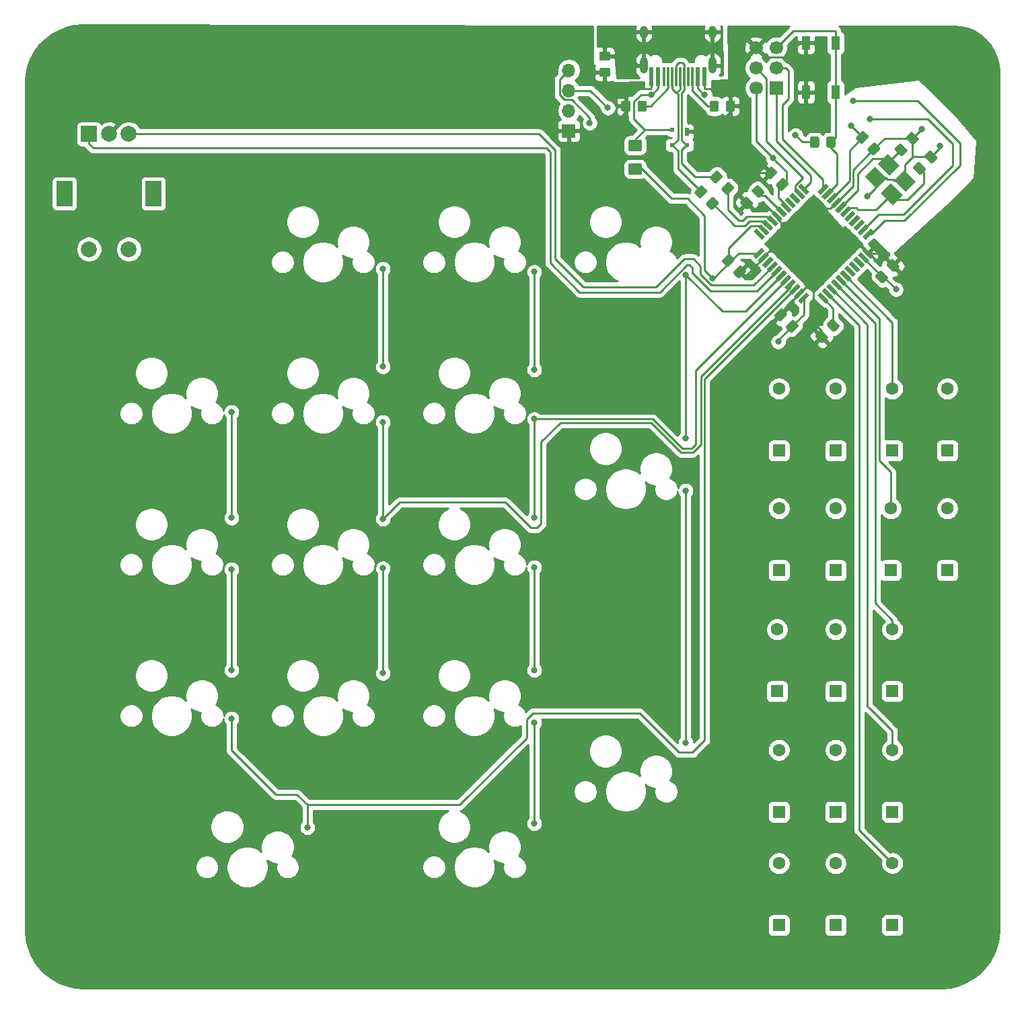
<source format=gbr>
G04 #@! TF.GenerationSoftware,KiCad,Pcbnew,(5.1.5)-3*
G04 #@! TF.CreationDate,2021-05-08T00:02:10-05:00*
G04 #@! TF.ProjectId,MacroPad,4d616372-6f50-4616-942e-6b696361645f,rev?*
G04 #@! TF.SameCoordinates,Original*
G04 #@! TF.FileFunction,Copper,L2,Bot*
G04 #@! TF.FilePolarity,Positive*
%FSLAX46Y46*%
G04 Gerber Fmt 4.6, Leading zero omitted, Abs format (unit mm)*
G04 Created by KiCad (PCBNEW (5.1.5)-3) date 2021-05-08 00:02:10*
%MOMM*%
%LPD*%
G04 APERTURE LIST*
%ADD10C,0.100000*%
%ADD11R,0.600000X2.450000*%
%ADD12R,0.300000X2.450000*%
%ADD13O,1.000000X2.100000*%
%ADD14O,1.000000X1.600000*%
%ADD15C,1.600000*%
%ADD16R,1.600000X1.600000*%
%ADD17R,0.600000X0.600000*%
%ADD18R,0.600000X1.000000*%
%ADD19R,1.100000X1.800000*%
%ADD20R,2.000000X2.000000*%
%ADD21C,2.000000*%
%ADD22R,2.000000X3.200000*%
%ADD23O,1.700000X1.700000*%
%ADD24R,1.700000X1.700000*%
%ADD25C,1.700000*%
%ADD26C,0.800000*%
%ADD27C,0.250000*%
%ADD28C,0.200000*%
%ADD29C,0.254000*%
G04 APERTURE END LIST*
G04 #@! TA.AperFunction,SMDPad,CuDef*
D10*
G36*
X117695505Y-50471204D02*
G01*
X117719773Y-50474804D01*
X117743572Y-50480765D01*
X117766671Y-50489030D01*
X117788850Y-50499520D01*
X117809893Y-50512132D01*
X117829599Y-50526747D01*
X117847777Y-50543223D01*
X117864253Y-50561401D01*
X117878868Y-50581107D01*
X117891480Y-50602150D01*
X117901970Y-50624329D01*
X117910235Y-50647428D01*
X117916196Y-50671227D01*
X117919796Y-50695495D01*
X117921000Y-50719999D01*
X117921000Y-51370001D01*
X117919796Y-51394505D01*
X117916196Y-51418773D01*
X117910235Y-51442572D01*
X117901970Y-51465671D01*
X117891480Y-51487850D01*
X117878868Y-51508893D01*
X117864253Y-51528599D01*
X117847777Y-51546777D01*
X117829599Y-51563253D01*
X117809893Y-51577868D01*
X117788850Y-51590480D01*
X117766671Y-51600970D01*
X117743572Y-51609235D01*
X117719773Y-51615196D01*
X117695505Y-51618796D01*
X117671001Y-51620000D01*
X116770999Y-51620000D01*
X116746495Y-51618796D01*
X116722227Y-51615196D01*
X116698428Y-51609235D01*
X116675329Y-51600970D01*
X116653150Y-51590480D01*
X116632107Y-51577868D01*
X116612401Y-51563253D01*
X116594223Y-51546777D01*
X116577747Y-51528599D01*
X116563132Y-51508893D01*
X116550520Y-51487850D01*
X116540030Y-51465671D01*
X116531765Y-51442572D01*
X116525804Y-51418773D01*
X116522204Y-51394505D01*
X116521000Y-51370001D01*
X116521000Y-50719999D01*
X116522204Y-50695495D01*
X116525804Y-50671227D01*
X116531765Y-50647428D01*
X116540030Y-50624329D01*
X116550520Y-50602150D01*
X116563132Y-50581107D01*
X116577747Y-50561401D01*
X116594223Y-50543223D01*
X116612401Y-50526747D01*
X116632107Y-50512132D01*
X116653150Y-50499520D01*
X116675329Y-50489030D01*
X116698428Y-50480765D01*
X116722227Y-50474804D01*
X116746495Y-50471204D01*
X116770999Y-50470000D01*
X117671001Y-50470000D01*
X117695505Y-50471204D01*
G37*
G04 #@! TD.AperFunction*
G04 #@! TA.AperFunction,SMDPad,CuDef*
G36*
X117695505Y-52521204D02*
G01*
X117719773Y-52524804D01*
X117743572Y-52530765D01*
X117766671Y-52539030D01*
X117788850Y-52549520D01*
X117809893Y-52562132D01*
X117829599Y-52576747D01*
X117847777Y-52593223D01*
X117864253Y-52611401D01*
X117878868Y-52631107D01*
X117891480Y-52652150D01*
X117901970Y-52674329D01*
X117910235Y-52697428D01*
X117916196Y-52721227D01*
X117919796Y-52745495D01*
X117921000Y-52769999D01*
X117921000Y-53420001D01*
X117919796Y-53444505D01*
X117916196Y-53468773D01*
X117910235Y-53492572D01*
X117901970Y-53515671D01*
X117891480Y-53537850D01*
X117878868Y-53558893D01*
X117864253Y-53578599D01*
X117847777Y-53596777D01*
X117829599Y-53613253D01*
X117809893Y-53627868D01*
X117788850Y-53640480D01*
X117766671Y-53650970D01*
X117743572Y-53659235D01*
X117719773Y-53665196D01*
X117695505Y-53668796D01*
X117671001Y-53670000D01*
X116770999Y-53670000D01*
X116746495Y-53668796D01*
X116722227Y-53665196D01*
X116698428Y-53659235D01*
X116675329Y-53650970D01*
X116653150Y-53640480D01*
X116632107Y-53627868D01*
X116612401Y-53613253D01*
X116594223Y-53596777D01*
X116577747Y-53578599D01*
X116563132Y-53558893D01*
X116550520Y-53537850D01*
X116540030Y-53515671D01*
X116531765Y-53492572D01*
X116525804Y-53468773D01*
X116522204Y-53444505D01*
X116521000Y-53420001D01*
X116521000Y-52769999D01*
X116522204Y-52745495D01*
X116525804Y-52721227D01*
X116531765Y-52697428D01*
X116540030Y-52674329D01*
X116550520Y-52652150D01*
X116563132Y-52631107D01*
X116577747Y-52611401D01*
X116594223Y-52593223D01*
X116612401Y-52576747D01*
X116632107Y-52562132D01*
X116653150Y-52549520D01*
X116675329Y-52539030D01*
X116698428Y-52530765D01*
X116722227Y-52524804D01*
X116746495Y-52521204D01*
X116770999Y-52520000D01*
X117671001Y-52520000D01*
X117695505Y-52521204D01*
G37*
G04 #@! TD.AperFunction*
D11*
X129794000Y-53625750D03*
X123063000Y-53625750D03*
X128905000Y-53625750D03*
X123952000Y-53625750D03*
D12*
X124710250Y-53629250D03*
X128210250Y-53629250D03*
X125210250Y-53629250D03*
X127710250Y-53629250D03*
X125710250Y-53629250D03*
X127210250Y-53629250D03*
X126710250Y-53629250D03*
X126210250Y-53629250D03*
D13*
X122140250Y-52214250D03*
X130780250Y-52214250D03*
D14*
X122140250Y-48034250D03*
X130780250Y-48034250D03*
D15*
X160337500Y-92937500D03*
D16*
X160337500Y-100737500D03*
G04 #@! TA.AperFunction,SMDPad,CuDef*
D10*
G36*
X156363119Y-66873682D02*
G01*
X155090327Y-68146474D01*
X153605403Y-66661550D01*
X154878195Y-65388758D01*
X156363119Y-66873682D01*
G37*
G04 #@! TD.AperFunction*
G04 #@! TA.AperFunction,SMDPad,CuDef*
G36*
X154312509Y-64823072D02*
G01*
X153039717Y-66095864D01*
X151554793Y-64610940D01*
X152827585Y-63338148D01*
X154312509Y-64823072D01*
G37*
G04 #@! TD.AperFunction*
G04 #@! TA.AperFunction,SMDPad,CuDef*
G36*
X152686163Y-66449418D02*
G01*
X151413371Y-67722210D01*
X149928447Y-66237286D01*
X151201239Y-64964494D01*
X152686163Y-66449418D01*
G37*
G04 #@! TD.AperFunction*
G04 #@! TA.AperFunction,SMDPad,CuDef*
G36*
X154736773Y-68500028D02*
G01*
X153463981Y-69772820D01*
X151979057Y-68287896D01*
X153251849Y-67015104D01*
X154736773Y-68500028D01*
G37*
G04 #@! TD.AperFunction*
D17*
X125669000Y-60359250D03*
X125669000Y-62259250D03*
X127569000Y-62259250D03*
D18*
X127569000Y-60559250D03*
G04 #@! TA.AperFunction,SMDPad,CuDef*
D10*
G36*
X135904763Y-73131292D02*
G01*
X136293671Y-72742384D01*
X137354331Y-73803044D01*
X136965423Y-74191952D01*
X135904763Y-73131292D01*
G37*
G04 #@! TD.AperFunction*
G04 #@! TA.AperFunction,SMDPad,CuDef*
G36*
X136470449Y-72565607D02*
G01*
X136859357Y-72176699D01*
X137920017Y-73237359D01*
X137531109Y-73626267D01*
X136470449Y-72565607D01*
G37*
G04 #@! TD.AperFunction*
G04 #@! TA.AperFunction,SMDPad,CuDef*
G36*
X137036134Y-71999922D02*
G01*
X137425042Y-71611014D01*
X138485702Y-72671674D01*
X138096794Y-73060582D01*
X137036134Y-71999922D01*
G37*
G04 #@! TD.AperFunction*
G04 #@! TA.AperFunction,SMDPad,CuDef*
G36*
X137601819Y-71434236D02*
G01*
X137990727Y-71045328D01*
X139051387Y-72105988D01*
X138662479Y-72494896D01*
X137601819Y-71434236D01*
G37*
G04 #@! TD.AperFunction*
G04 #@! TA.AperFunction,SMDPad,CuDef*
G36*
X138167505Y-70868551D02*
G01*
X138556413Y-70479643D01*
X139617073Y-71540303D01*
X139228165Y-71929211D01*
X138167505Y-70868551D01*
G37*
G04 #@! TD.AperFunction*
G04 #@! TA.AperFunction,SMDPad,CuDef*
G36*
X138733190Y-70302865D02*
G01*
X139122098Y-69913957D01*
X140182758Y-70974617D01*
X139793850Y-71363525D01*
X138733190Y-70302865D01*
G37*
G04 #@! TD.AperFunction*
G04 #@! TA.AperFunction,SMDPad,CuDef*
G36*
X139298876Y-69737180D02*
G01*
X139687784Y-69348272D01*
X140748444Y-70408932D01*
X140359536Y-70797840D01*
X139298876Y-69737180D01*
G37*
G04 #@! TD.AperFunction*
G04 #@! TA.AperFunction,SMDPad,CuDef*
G36*
X139864561Y-69171494D02*
G01*
X140253469Y-68782586D01*
X141314129Y-69843246D01*
X140925221Y-70232154D01*
X139864561Y-69171494D01*
G37*
G04 #@! TD.AperFunction*
G04 #@! TA.AperFunction,SMDPad,CuDef*
G36*
X140430247Y-68605809D02*
G01*
X140819155Y-68216901D01*
X141879815Y-69277561D01*
X141490907Y-69666469D01*
X140430247Y-68605809D01*
G37*
G04 #@! TD.AperFunction*
G04 #@! TA.AperFunction,SMDPad,CuDef*
G36*
X140995932Y-68040124D02*
G01*
X141384840Y-67651216D01*
X142445500Y-68711876D01*
X142056592Y-69100784D01*
X140995932Y-68040124D01*
G37*
G04 #@! TD.AperFunction*
G04 #@! TA.AperFunction,SMDPad,CuDef*
G36*
X141561617Y-67474438D02*
G01*
X141950525Y-67085530D01*
X143011185Y-68146190D01*
X142622277Y-68535098D01*
X141561617Y-67474438D01*
G37*
G04 #@! TD.AperFunction*
G04 #@! TA.AperFunction,SMDPad,CuDef*
G36*
X145026441Y-67085530D02*
G01*
X145415349Y-67474438D01*
X144354689Y-68535098D01*
X143965781Y-68146190D01*
X145026441Y-67085530D01*
G37*
G04 #@! TD.AperFunction*
G04 #@! TA.AperFunction,SMDPad,CuDef*
G36*
X145592126Y-67651216D02*
G01*
X145981034Y-68040124D01*
X144920374Y-69100784D01*
X144531466Y-68711876D01*
X145592126Y-67651216D01*
G37*
G04 #@! TD.AperFunction*
G04 #@! TA.AperFunction,SMDPad,CuDef*
G36*
X146157811Y-68216901D02*
G01*
X146546719Y-68605809D01*
X145486059Y-69666469D01*
X145097151Y-69277561D01*
X146157811Y-68216901D01*
G37*
G04 #@! TD.AperFunction*
G04 #@! TA.AperFunction,SMDPad,CuDef*
G36*
X146723497Y-68782586D02*
G01*
X147112405Y-69171494D01*
X146051745Y-70232154D01*
X145662837Y-69843246D01*
X146723497Y-68782586D01*
G37*
G04 #@! TD.AperFunction*
G04 #@! TA.AperFunction,SMDPad,CuDef*
G36*
X147289182Y-69348272D02*
G01*
X147678090Y-69737180D01*
X146617430Y-70797840D01*
X146228522Y-70408932D01*
X147289182Y-69348272D01*
G37*
G04 #@! TD.AperFunction*
G04 #@! TA.AperFunction,SMDPad,CuDef*
G36*
X147854868Y-69913957D02*
G01*
X148243776Y-70302865D01*
X147183116Y-71363525D01*
X146794208Y-70974617D01*
X147854868Y-69913957D01*
G37*
G04 #@! TD.AperFunction*
G04 #@! TA.AperFunction,SMDPad,CuDef*
G36*
X148420553Y-70479643D02*
G01*
X148809461Y-70868551D01*
X147748801Y-71929211D01*
X147359893Y-71540303D01*
X148420553Y-70479643D01*
G37*
G04 #@! TD.AperFunction*
G04 #@! TA.AperFunction,SMDPad,CuDef*
G36*
X148986239Y-71045328D02*
G01*
X149375147Y-71434236D01*
X148314487Y-72494896D01*
X147925579Y-72105988D01*
X148986239Y-71045328D01*
G37*
G04 #@! TD.AperFunction*
G04 #@! TA.AperFunction,SMDPad,CuDef*
G36*
X149551924Y-71611014D02*
G01*
X149940832Y-71999922D01*
X148880172Y-73060582D01*
X148491264Y-72671674D01*
X149551924Y-71611014D01*
G37*
G04 #@! TD.AperFunction*
G04 #@! TA.AperFunction,SMDPad,CuDef*
G36*
X150117609Y-72176699D02*
G01*
X150506517Y-72565607D01*
X149445857Y-73626267D01*
X149056949Y-73237359D01*
X150117609Y-72176699D01*
G37*
G04 #@! TD.AperFunction*
G04 #@! TA.AperFunction,SMDPad,CuDef*
G36*
X150683295Y-72742384D02*
G01*
X151072203Y-73131292D01*
X150011543Y-74191952D01*
X149622635Y-73803044D01*
X150683295Y-72742384D01*
G37*
G04 #@! TD.AperFunction*
G04 #@! TA.AperFunction,SMDPad,CuDef*
G36*
X149622635Y-75535456D02*
G01*
X150011543Y-75146548D01*
X151072203Y-76207208D01*
X150683295Y-76596116D01*
X149622635Y-75535456D01*
G37*
G04 #@! TD.AperFunction*
G04 #@! TA.AperFunction,SMDPad,CuDef*
G36*
X149056949Y-76101141D02*
G01*
X149445857Y-75712233D01*
X150506517Y-76772893D01*
X150117609Y-77161801D01*
X149056949Y-76101141D01*
G37*
G04 #@! TD.AperFunction*
G04 #@! TA.AperFunction,SMDPad,CuDef*
G36*
X148491264Y-76666826D02*
G01*
X148880172Y-76277918D01*
X149940832Y-77338578D01*
X149551924Y-77727486D01*
X148491264Y-76666826D01*
G37*
G04 #@! TD.AperFunction*
G04 #@! TA.AperFunction,SMDPad,CuDef*
G36*
X147925579Y-77232512D02*
G01*
X148314487Y-76843604D01*
X149375147Y-77904264D01*
X148986239Y-78293172D01*
X147925579Y-77232512D01*
G37*
G04 #@! TD.AperFunction*
G04 #@! TA.AperFunction,SMDPad,CuDef*
G36*
X147359893Y-77798197D02*
G01*
X147748801Y-77409289D01*
X148809461Y-78469949D01*
X148420553Y-78858857D01*
X147359893Y-77798197D01*
G37*
G04 #@! TD.AperFunction*
G04 #@! TA.AperFunction,SMDPad,CuDef*
G36*
X146794208Y-78363883D02*
G01*
X147183116Y-77974975D01*
X148243776Y-79035635D01*
X147854868Y-79424543D01*
X146794208Y-78363883D01*
G37*
G04 #@! TD.AperFunction*
G04 #@! TA.AperFunction,SMDPad,CuDef*
G36*
X146228522Y-78929568D02*
G01*
X146617430Y-78540660D01*
X147678090Y-79601320D01*
X147289182Y-79990228D01*
X146228522Y-78929568D01*
G37*
G04 #@! TD.AperFunction*
G04 #@! TA.AperFunction,SMDPad,CuDef*
G36*
X145662837Y-79495254D02*
G01*
X146051745Y-79106346D01*
X147112405Y-80167006D01*
X146723497Y-80555914D01*
X145662837Y-79495254D01*
G37*
G04 #@! TD.AperFunction*
G04 #@! TA.AperFunction,SMDPad,CuDef*
G36*
X145097151Y-80060939D02*
G01*
X145486059Y-79672031D01*
X146546719Y-80732691D01*
X146157811Y-81121599D01*
X145097151Y-80060939D01*
G37*
G04 #@! TD.AperFunction*
G04 #@! TA.AperFunction,SMDPad,CuDef*
G36*
X144531466Y-80626624D02*
G01*
X144920374Y-80237716D01*
X145981034Y-81298376D01*
X145592126Y-81687284D01*
X144531466Y-80626624D01*
G37*
G04 #@! TD.AperFunction*
G04 #@! TA.AperFunction,SMDPad,CuDef*
G36*
X143965781Y-81192310D02*
G01*
X144354689Y-80803402D01*
X145415349Y-81864062D01*
X145026441Y-82252970D01*
X143965781Y-81192310D01*
G37*
G04 #@! TD.AperFunction*
G04 #@! TA.AperFunction,SMDPad,CuDef*
G36*
X142622277Y-80803402D02*
G01*
X143011185Y-81192310D01*
X141950525Y-82252970D01*
X141561617Y-81864062D01*
X142622277Y-80803402D01*
G37*
G04 #@! TD.AperFunction*
G04 #@! TA.AperFunction,SMDPad,CuDef*
G36*
X142056592Y-80237716D02*
G01*
X142445500Y-80626624D01*
X141384840Y-81687284D01*
X140995932Y-81298376D01*
X142056592Y-80237716D01*
G37*
G04 #@! TD.AperFunction*
G04 #@! TA.AperFunction,SMDPad,CuDef*
G36*
X141490907Y-79672031D02*
G01*
X141879815Y-80060939D01*
X140819155Y-81121599D01*
X140430247Y-80732691D01*
X141490907Y-79672031D01*
G37*
G04 #@! TD.AperFunction*
G04 #@! TA.AperFunction,SMDPad,CuDef*
G36*
X140925221Y-79106346D02*
G01*
X141314129Y-79495254D01*
X140253469Y-80555914D01*
X139864561Y-80167006D01*
X140925221Y-79106346D01*
G37*
G04 #@! TD.AperFunction*
G04 #@! TA.AperFunction,SMDPad,CuDef*
G36*
X140359536Y-78540660D02*
G01*
X140748444Y-78929568D01*
X139687784Y-79990228D01*
X139298876Y-79601320D01*
X140359536Y-78540660D01*
G37*
G04 #@! TD.AperFunction*
G04 #@! TA.AperFunction,SMDPad,CuDef*
G36*
X139793850Y-77974975D02*
G01*
X140182758Y-78363883D01*
X139122098Y-79424543D01*
X138733190Y-79035635D01*
X139793850Y-77974975D01*
G37*
G04 #@! TD.AperFunction*
G04 #@! TA.AperFunction,SMDPad,CuDef*
G36*
X139228165Y-77409289D02*
G01*
X139617073Y-77798197D01*
X138556413Y-78858857D01*
X138167505Y-78469949D01*
X139228165Y-77409289D01*
G37*
G04 #@! TD.AperFunction*
G04 #@! TA.AperFunction,SMDPad,CuDef*
G36*
X138662479Y-76843604D02*
G01*
X139051387Y-77232512D01*
X137990727Y-78293172D01*
X137601819Y-77904264D01*
X138662479Y-76843604D01*
G37*
G04 #@! TD.AperFunction*
G04 #@! TA.AperFunction,SMDPad,CuDef*
G36*
X138096794Y-76277918D02*
G01*
X138485702Y-76666826D01*
X137425042Y-77727486D01*
X137036134Y-77338578D01*
X138096794Y-76277918D01*
G37*
G04 #@! TD.AperFunction*
G04 #@! TA.AperFunction,SMDPad,CuDef*
G36*
X137531109Y-75712233D02*
G01*
X137920017Y-76101141D01*
X136859357Y-77161801D01*
X136470449Y-76772893D01*
X137531109Y-75712233D01*
G37*
G04 #@! TD.AperFunction*
G04 #@! TA.AperFunction,SMDPad,CuDef*
G36*
X136965423Y-75146548D02*
G01*
X137354331Y-75535456D01*
X136293671Y-76596116D01*
X135904763Y-76207208D01*
X136965423Y-75146548D01*
G37*
G04 #@! TD.AperFunction*
D19*
X146249000Y-55582750D03*
X146249000Y-49382750D03*
X142549000Y-55582750D03*
X142549000Y-49382750D03*
D20*
X52324000Y-60864750D03*
D21*
X54824000Y-60864750D03*
X57324000Y-60864750D03*
D22*
X49224000Y-68364750D03*
X60424000Y-68364750D03*
D21*
X52324000Y-75364750D03*
X57324000Y-75364750D03*
G04 #@! TA.AperFunction,SMDPad,CuDef*
D10*
G36*
X145911684Y-84145378D02*
G01*
X145935952Y-84148978D01*
X145959751Y-84154939D01*
X145982850Y-84163204D01*
X146005029Y-84173694D01*
X146026072Y-84186306D01*
X146045778Y-84200921D01*
X146063956Y-84217397D01*
X146700353Y-84853794D01*
X146716829Y-84871972D01*
X146731444Y-84891678D01*
X146744056Y-84912721D01*
X146754546Y-84934900D01*
X146762811Y-84957999D01*
X146768772Y-84981798D01*
X146772372Y-85006066D01*
X146773576Y-85030570D01*
X146772372Y-85055074D01*
X146768772Y-85079342D01*
X146762811Y-85103141D01*
X146754546Y-85126240D01*
X146744056Y-85148419D01*
X146731444Y-85169462D01*
X146716829Y-85189168D01*
X146700353Y-85207346D01*
X146240732Y-85666967D01*
X146222554Y-85683443D01*
X146202848Y-85698058D01*
X146181805Y-85710670D01*
X146159626Y-85721160D01*
X146136527Y-85729425D01*
X146112728Y-85735386D01*
X146088460Y-85738986D01*
X146063956Y-85740190D01*
X146039452Y-85738986D01*
X146015184Y-85735386D01*
X145991385Y-85729425D01*
X145968286Y-85721160D01*
X145946107Y-85710670D01*
X145925064Y-85698058D01*
X145905358Y-85683443D01*
X145887180Y-85666967D01*
X145250783Y-85030570D01*
X145234307Y-85012392D01*
X145219692Y-84992686D01*
X145207080Y-84971643D01*
X145196590Y-84949464D01*
X145188325Y-84926365D01*
X145182364Y-84902566D01*
X145178764Y-84878298D01*
X145177560Y-84853794D01*
X145178764Y-84829290D01*
X145182364Y-84805022D01*
X145188325Y-84781223D01*
X145196590Y-84758124D01*
X145207080Y-84735945D01*
X145219692Y-84714902D01*
X145234307Y-84695196D01*
X145250783Y-84677018D01*
X145710404Y-84217397D01*
X145728582Y-84200921D01*
X145748288Y-84186306D01*
X145769331Y-84173694D01*
X145791510Y-84163204D01*
X145814609Y-84154939D01*
X145838408Y-84148978D01*
X145862676Y-84145378D01*
X145887180Y-84144174D01*
X145911684Y-84145378D01*
G37*
G04 #@! TD.AperFunction*
G04 #@! TA.AperFunction,SMDPad,CuDef*
G36*
X144462116Y-85594946D02*
G01*
X144486384Y-85598546D01*
X144510183Y-85604507D01*
X144533282Y-85612772D01*
X144555461Y-85623262D01*
X144576504Y-85635874D01*
X144596210Y-85650489D01*
X144614388Y-85666965D01*
X145250785Y-86303362D01*
X145267261Y-86321540D01*
X145281876Y-86341246D01*
X145294488Y-86362289D01*
X145304978Y-86384468D01*
X145313243Y-86407567D01*
X145319204Y-86431366D01*
X145322804Y-86455634D01*
X145324008Y-86480138D01*
X145322804Y-86504642D01*
X145319204Y-86528910D01*
X145313243Y-86552709D01*
X145304978Y-86575808D01*
X145294488Y-86597987D01*
X145281876Y-86619030D01*
X145267261Y-86638736D01*
X145250785Y-86656914D01*
X144791164Y-87116535D01*
X144772986Y-87133011D01*
X144753280Y-87147626D01*
X144732237Y-87160238D01*
X144710058Y-87170728D01*
X144686959Y-87178993D01*
X144663160Y-87184954D01*
X144638892Y-87188554D01*
X144614388Y-87189758D01*
X144589884Y-87188554D01*
X144565616Y-87184954D01*
X144541817Y-87178993D01*
X144518718Y-87170728D01*
X144496539Y-87160238D01*
X144475496Y-87147626D01*
X144455790Y-87133011D01*
X144437612Y-87116535D01*
X143801215Y-86480138D01*
X143784739Y-86461960D01*
X143770124Y-86442254D01*
X143757512Y-86421211D01*
X143747022Y-86399032D01*
X143738757Y-86375933D01*
X143732796Y-86352134D01*
X143729196Y-86327866D01*
X143727992Y-86303362D01*
X143729196Y-86278858D01*
X143732796Y-86254590D01*
X143738757Y-86230791D01*
X143747022Y-86207692D01*
X143757512Y-86185513D01*
X143770124Y-86164470D01*
X143784739Y-86144764D01*
X143801215Y-86126586D01*
X144260836Y-85666965D01*
X144279014Y-85650489D01*
X144298720Y-85635874D01*
X144319763Y-85623262D01*
X144341942Y-85612772D01*
X144365041Y-85604507D01*
X144388840Y-85598546D01*
X144413108Y-85594946D01*
X144437612Y-85593742D01*
X144462116Y-85594946D01*
G37*
G04 #@! TD.AperFunction*
G04 #@! TA.AperFunction,SMDPad,CuDef*
G36*
X146027505Y-61181954D02*
G01*
X146051773Y-61185554D01*
X146075572Y-61191515D01*
X146098671Y-61199780D01*
X146120850Y-61210270D01*
X146141893Y-61222882D01*
X146161599Y-61237497D01*
X146179777Y-61253973D01*
X146196253Y-61272151D01*
X146210868Y-61291857D01*
X146223480Y-61312900D01*
X146233970Y-61335079D01*
X146242235Y-61358178D01*
X146248196Y-61381977D01*
X146251796Y-61406245D01*
X146253000Y-61430749D01*
X146253000Y-62330751D01*
X146251796Y-62355255D01*
X146248196Y-62379523D01*
X146242235Y-62403322D01*
X146233970Y-62426421D01*
X146223480Y-62448600D01*
X146210868Y-62469643D01*
X146196253Y-62489349D01*
X146179777Y-62507527D01*
X146161599Y-62524003D01*
X146141893Y-62538618D01*
X146120850Y-62551230D01*
X146098671Y-62561720D01*
X146075572Y-62569985D01*
X146051773Y-62575946D01*
X146027505Y-62579546D01*
X146003001Y-62580750D01*
X145352999Y-62580750D01*
X145328495Y-62579546D01*
X145304227Y-62575946D01*
X145280428Y-62569985D01*
X145257329Y-62561720D01*
X145235150Y-62551230D01*
X145214107Y-62538618D01*
X145194401Y-62524003D01*
X145176223Y-62507527D01*
X145159747Y-62489349D01*
X145145132Y-62469643D01*
X145132520Y-62448600D01*
X145122030Y-62426421D01*
X145113765Y-62403322D01*
X145107804Y-62379523D01*
X145104204Y-62355255D01*
X145103000Y-62330751D01*
X145103000Y-61430749D01*
X145104204Y-61406245D01*
X145107804Y-61381977D01*
X145113765Y-61358178D01*
X145122030Y-61335079D01*
X145132520Y-61312900D01*
X145145132Y-61291857D01*
X145159747Y-61272151D01*
X145176223Y-61253973D01*
X145194401Y-61237497D01*
X145214107Y-61222882D01*
X145235150Y-61210270D01*
X145257329Y-61199780D01*
X145280428Y-61191515D01*
X145304227Y-61185554D01*
X145328495Y-61181954D01*
X145352999Y-61180750D01*
X146003001Y-61180750D01*
X146027505Y-61181954D01*
G37*
G04 #@! TD.AperFunction*
G04 #@! TA.AperFunction,SMDPad,CuDef*
G36*
X143977505Y-61181954D02*
G01*
X144001773Y-61185554D01*
X144025572Y-61191515D01*
X144048671Y-61199780D01*
X144070850Y-61210270D01*
X144091893Y-61222882D01*
X144111599Y-61237497D01*
X144129777Y-61253973D01*
X144146253Y-61272151D01*
X144160868Y-61291857D01*
X144173480Y-61312900D01*
X144183970Y-61335079D01*
X144192235Y-61358178D01*
X144198196Y-61381977D01*
X144201796Y-61406245D01*
X144203000Y-61430749D01*
X144203000Y-62330751D01*
X144201796Y-62355255D01*
X144198196Y-62379523D01*
X144192235Y-62403322D01*
X144183970Y-62426421D01*
X144173480Y-62448600D01*
X144160868Y-62469643D01*
X144146253Y-62489349D01*
X144129777Y-62507527D01*
X144111599Y-62524003D01*
X144091893Y-62538618D01*
X144070850Y-62551230D01*
X144048671Y-62561720D01*
X144025572Y-62569985D01*
X144001773Y-62575946D01*
X143977505Y-62579546D01*
X143953001Y-62580750D01*
X143302999Y-62580750D01*
X143278495Y-62579546D01*
X143254227Y-62575946D01*
X143230428Y-62569985D01*
X143207329Y-62561720D01*
X143185150Y-62551230D01*
X143164107Y-62538618D01*
X143144401Y-62524003D01*
X143126223Y-62507527D01*
X143109747Y-62489349D01*
X143095132Y-62469643D01*
X143082520Y-62448600D01*
X143072030Y-62426421D01*
X143063765Y-62403322D01*
X143057804Y-62379523D01*
X143054204Y-62355255D01*
X143053000Y-62330751D01*
X143053000Y-61430749D01*
X143054204Y-61406245D01*
X143057804Y-61381977D01*
X143063765Y-61358178D01*
X143072030Y-61335079D01*
X143082520Y-61312900D01*
X143095132Y-61291857D01*
X143109747Y-61272151D01*
X143126223Y-61253973D01*
X143144401Y-61237497D01*
X143164107Y-61222882D01*
X143185150Y-61210270D01*
X143207329Y-61199780D01*
X143230428Y-61191515D01*
X143254227Y-61185554D01*
X143278495Y-61181954D01*
X143302999Y-61180750D01*
X143953001Y-61180750D01*
X143977505Y-61181954D01*
G37*
G04 #@! TD.AperFunction*
G04 #@! TA.AperFunction,SMDPad,CuDef*
G36*
X131378324Y-65476378D02*
G01*
X131402592Y-65479978D01*
X131426391Y-65485939D01*
X131449490Y-65494204D01*
X131471669Y-65504694D01*
X131492712Y-65517306D01*
X131512418Y-65531921D01*
X131530596Y-65548397D01*
X131990217Y-66008018D01*
X132006693Y-66026196D01*
X132021308Y-66045902D01*
X132033920Y-66066945D01*
X132044410Y-66089124D01*
X132052675Y-66112223D01*
X132058636Y-66136022D01*
X132062236Y-66160290D01*
X132063440Y-66184794D01*
X132062236Y-66209298D01*
X132058636Y-66233566D01*
X132052675Y-66257365D01*
X132044410Y-66280464D01*
X132033920Y-66302643D01*
X132021308Y-66323686D01*
X132006693Y-66343392D01*
X131990217Y-66361570D01*
X131353820Y-66997967D01*
X131335642Y-67014443D01*
X131315936Y-67029058D01*
X131294893Y-67041670D01*
X131272714Y-67052160D01*
X131249615Y-67060425D01*
X131225816Y-67066386D01*
X131201548Y-67069986D01*
X131177044Y-67071190D01*
X131152540Y-67069986D01*
X131128272Y-67066386D01*
X131104473Y-67060425D01*
X131081374Y-67052160D01*
X131059195Y-67041670D01*
X131038152Y-67029058D01*
X131018446Y-67014443D01*
X131000268Y-66997967D01*
X130540647Y-66538346D01*
X130524171Y-66520168D01*
X130509556Y-66500462D01*
X130496944Y-66479419D01*
X130486454Y-66457240D01*
X130478189Y-66434141D01*
X130472228Y-66410342D01*
X130468628Y-66386074D01*
X130467424Y-66361570D01*
X130468628Y-66337066D01*
X130472228Y-66312798D01*
X130478189Y-66288999D01*
X130486454Y-66265900D01*
X130496944Y-66243721D01*
X130509556Y-66222678D01*
X130524171Y-66202972D01*
X130540647Y-66184794D01*
X131177044Y-65548397D01*
X131195222Y-65531921D01*
X131214928Y-65517306D01*
X131235971Y-65504694D01*
X131258150Y-65494204D01*
X131281249Y-65485939D01*
X131305048Y-65479978D01*
X131329316Y-65476378D01*
X131353820Y-65475174D01*
X131378324Y-65476378D01*
G37*
G04 #@! TD.AperFunction*
G04 #@! TA.AperFunction,SMDPad,CuDef*
G36*
X132827892Y-66925946D02*
G01*
X132852160Y-66929546D01*
X132875959Y-66935507D01*
X132899058Y-66943772D01*
X132921237Y-66954262D01*
X132942280Y-66966874D01*
X132961986Y-66981489D01*
X132980164Y-66997965D01*
X133439785Y-67457586D01*
X133456261Y-67475764D01*
X133470876Y-67495470D01*
X133483488Y-67516513D01*
X133493978Y-67538692D01*
X133502243Y-67561791D01*
X133508204Y-67585590D01*
X133511804Y-67609858D01*
X133513008Y-67634362D01*
X133511804Y-67658866D01*
X133508204Y-67683134D01*
X133502243Y-67706933D01*
X133493978Y-67730032D01*
X133483488Y-67752211D01*
X133470876Y-67773254D01*
X133456261Y-67792960D01*
X133439785Y-67811138D01*
X132803388Y-68447535D01*
X132785210Y-68464011D01*
X132765504Y-68478626D01*
X132744461Y-68491238D01*
X132722282Y-68501728D01*
X132699183Y-68509993D01*
X132675384Y-68515954D01*
X132651116Y-68519554D01*
X132626612Y-68520758D01*
X132602108Y-68519554D01*
X132577840Y-68515954D01*
X132554041Y-68509993D01*
X132530942Y-68501728D01*
X132508763Y-68491238D01*
X132487720Y-68478626D01*
X132468014Y-68464011D01*
X132449836Y-68447535D01*
X131990215Y-67987914D01*
X131973739Y-67969736D01*
X131959124Y-67950030D01*
X131946512Y-67928987D01*
X131936022Y-67906808D01*
X131927757Y-67883709D01*
X131921796Y-67859910D01*
X131918196Y-67835642D01*
X131916992Y-67811138D01*
X131918196Y-67786634D01*
X131921796Y-67762366D01*
X131927757Y-67738567D01*
X131936022Y-67715468D01*
X131946512Y-67693289D01*
X131959124Y-67672246D01*
X131973739Y-67652540D01*
X131990215Y-67634362D01*
X132626612Y-66997965D01*
X132644790Y-66981489D01*
X132664496Y-66966874D01*
X132685539Y-66954262D01*
X132707718Y-66943772D01*
X132730817Y-66935507D01*
X132754616Y-66929546D01*
X132778884Y-66925946D01*
X132803388Y-66924742D01*
X132827892Y-66925946D01*
G37*
G04 #@! TD.AperFunction*
G04 #@! TA.AperFunction,SMDPad,CuDef*
G36*
X129436108Y-67344162D02*
G01*
X129460376Y-67347762D01*
X129484175Y-67353723D01*
X129507274Y-67361988D01*
X129529453Y-67372478D01*
X129550496Y-67385090D01*
X129570202Y-67399705D01*
X129588380Y-67416181D01*
X130048001Y-67875802D01*
X130064477Y-67893980D01*
X130079092Y-67913686D01*
X130091704Y-67934729D01*
X130102194Y-67956908D01*
X130110459Y-67980007D01*
X130116420Y-68003806D01*
X130120020Y-68028074D01*
X130121224Y-68052578D01*
X130120020Y-68077082D01*
X130116420Y-68101350D01*
X130110459Y-68125149D01*
X130102194Y-68148248D01*
X130091704Y-68170427D01*
X130079092Y-68191470D01*
X130064477Y-68211176D01*
X130048001Y-68229354D01*
X129411604Y-68865751D01*
X129393426Y-68882227D01*
X129373720Y-68896842D01*
X129352677Y-68909454D01*
X129330498Y-68919944D01*
X129307399Y-68928209D01*
X129283600Y-68934170D01*
X129259332Y-68937770D01*
X129234828Y-68938974D01*
X129210324Y-68937770D01*
X129186056Y-68934170D01*
X129162257Y-68928209D01*
X129139158Y-68919944D01*
X129116979Y-68909454D01*
X129095936Y-68896842D01*
X129076230Y-68882227D01*
X129058052Y-68865751D01*
X128598431Y-68406130D01*
X128581955Y-68387952D01*
X128567340Y-68368246D01*
X128554728Y-68347203D01*
X128544238Y-68325024D01*
X128535973Y-68301925D01*
X128530012Y-68278126D01*
X128526412Y-68253858D01*
X128525208Y-68229354D01*
X128526412Y-68204850D01*
X128530012Y-68180582D01*
X128535973Y-68156783D01*
X128544238Y-68133684D01*
X128554728Y-68111505D01*
X128567340Y-68090462D01*
X128581955Y-68070756D01*
X128598431Y-68052578D01*
X129234828Y-67416181D01*
X129253006Y-67399705D01*
X129272712Y-67385090D01*
X129293755Y-67372478D01*
X129315934Y-67361988D01*
X129339033Y-67353723D01*
X129362832Y-67347762D01*
X129387100Y-67344162D01*
X129411604Y-67342958D01*
X129436108Y-67344162D01*
G37*
G04 #@! TD.AperFunction*
G04 #@! TA.AperFunction,SMDPad,CuDef*
G36*
X130885676Y-68793730D02*
G01*
X130909944Y-68797330D01*
X130933743Y-68803291D01*
X130956842Y-68811556D01*
X130979021Y-68822046D01*
X131000064Y-68834658D01*
X131019770Y-68849273D01*
X131037948Y-68865749D01*
X131497569Y-69325370D01*
X131514045Y-69343548D01*
X131528660Y-69363254D01*
X131541272Y-69384297D01*
X131551762Y-69406476D01*
X131560027Y-69429575D01*
X131565988Y-69453374D01*
X131569588Y-69477642D01*
X131570792Y-69502146D01*
X131569588Y-69526650D01*
X131565988Y-69550918D01*
X131560027Y-69574717D01*
X131551762Y-69597816D01*
X131541272Y-69619995D01*
X131528660Y-69641038D01*
X131514045Y-69660744D01*
X131497569Y-69678922D01*
X130861172Y-70315319D01*
X130842994Y-70331795D01*
X130823288Y-70346410D01*
X130802245Y-70359022D01*
X130780066Y-70369512D01*
X130756967Y-70377777D01*
X130733168Y-70383738D01*
X130708900Y-70387338D01*
X130684396Y-70388542D01*
X130659892Y-70387338D01*
X130635624Y-70383738D01*
X130611825Y-70377777D01*
X130588726Y-70369512D01*
X130566547Y-70359022D01*
X130545504Y-70346410D01*
X130525798Y-70331795D01*
X130507620Y-70315319D01*
X130047999Y-69855698D01*
X130031523Y-69837520D01*
X130016908Y-69817814D01*
X130004296Y-69796771D01*
X129993806Y-69774592D01*
X129985541Y-69751493D01*
X129979580Y-69727694D01*
X129975980Y-69703426D01*
X129974776Y-69678922D01*
X129975980Y-69654418D01*
X129979580Y-69630150D01*
X129985541Y-69606351D01*
X129993806Y-69583252D01*
X130004296Y-69561073D01*
X130016908Y-69540030D01*
X130031523Y-69520324D01*
X130047999Y-69502146D01*
X130684396Y-68865749D01*
X130702574Y-68849273D01*
X130722280Y-68834658D01*
X130743323Y-68822046D01*
X130765502Y-68811556D01*
X130788601Y-68803291D01*
X130812400Y-68797330D01*
X130836668Y-68793730D01*
X130861172Y-68792526D01*
X130885676Y-68793730D01*
G37*
G04 #@! TD.AperFunction*
G04 #@! TA.AperFunction,SMDPad,CuDef*
G36*
X120228505Y-56641704D02*
G01*
X120252773Y-56645304D01*
X120276572Y-56651265D01*
X120299671Y-56659530D01*
X120321850Y-56670020D01*
X120342893Y-56682632D01*
X120362599Y-56697247D01*
X120380777Y-56713723D01*
X120397253Y-56731901D01*
X120411868Y-56751607D01*
X120424480Y-56772650D01*
X120434970Y-56794829D01*
X120443235Y-56817928D01*
X120449196Y-56841727D01*
X120452796Y-56865995D01*
X120454000Y-56890499D01*
X120454000Y-57790501D01*
X120452796Y-57815005D01*
X120449196Y-57839273D01*
X120443235Y-57863072D01*
X120434970Y-57886171D01*
X120424480Y-57908350D01*
X120411868Y-57929393D01*
X120397253Y-57949099D01*
X120380777Y-57967277D01*
X120362599Y-57983753D01*
X120342893Y-57998368D01*
X120321850Y-58010980D01*
X120299671Y-58021470D01*
X120276572Y-58029735D01*
X120252773Y-58035696D01*
X120228505Y-58039296D01*
X120204001Y-58040500D01*
X119553999Y-58040500D01*
X119529495Y-58039296D01*
X119505227Y-58035696D01*
X119481428Y-58029735D01*
X119458329Y-58021470D01*
X119436150Y-58010980D01*
X119415107Y-57998368D01*
X119395401Y-57983753D01*
X119377223Y-57967277D01*
X119360747Y-57949099D01*
X119346132Y-57929393D01*
X119333520Y-57908350D01*
X119323030Y-57886171D01*
X119314765Y-57863072D01*
X119308804Y-57839273D01*
X119305204Y-57815005D01*
X119304000Y-57790501D01*
X119304000Y-56890499D01*
X119305204Y-56865995D01*
X119308804Y-56841727D01*
X119314765Y-56817928D01*
X119323030Y-56794829D01*
X119333520Y-56772650D01*
X119346132Y-56751607D01*
X119360747Y-56731901D01*
X119377223Y-56713723D01*
X119395401Y-56697247D01*
X119415107Y-56682632D01*
X119436150Y-56670020D01*
X119458329Y-56659530D01*
X119481428Y-56651265D01*
X119505227Y-56645304D01*
X119529495Y-56641704D01*
X119553999Y-56640500D01*
X120204001Y-56640500D01*
X120228505Y-56641704D01*
G37*
G04 #@! TD.AperFunction*
G04 #@! TA.AperFunction,SMDPad,CuDef*
G36*
X122278505Y-56641704D02*
G01*
X122302773Y-56645304D01*
X122326572Y-56651265D01*
X122349671Y-56659530D01*
X122371850Y-56670020D01*
X122392893Y-56682632D01*
X122412599Y-56697247D01*
X122430777Y-56713723D01*
X122447253Y-56731901D01*
X122461868Y-56751607D01*
X122474480Y-56772650D01*
X122484970Y-56794829D01*
X122493235Y-56817928D01*
X122499196Y-56841727D01*
X122502796Y-56865995D01*
X122504000Y-56890499D01*
X122504000Y-57790501D01*
X122502796Y-57815005D01*
X122499196Y-57839273D01*
X122493235Y-57863072D01*
X122484970Y-57886171D01*
X122474480Y-57908350D01*
X122461868Y-57929393D01*
X122447253Y-57949099D01*
X122430777Y-57967277D01*
X122412599Y-57983753D01*
X122392893Y-57998368D01*
X122371850Y-58010980D01*
X122349671Y-58021470D01*
X122326572Y-58029735D01*
X122302773Y-58035696D01*
X122278505Y-58039296D01*
X122254001Y-58040500D01*
X121603999Y-58040500D01*
X121579495Y-58039296D01*
X121555227Y-58035696D01*
X121531428Y-58029735D01*
X121508329Y-58021470D01*
X121486150Y-58010980D01*
X121465107Y-57998368D01*
X121445401Y-57983753D01*
X121427223Y-57967277D01*
X121410747Y-57949099D01*
X121396132Y-57929393D01*
X121383520Y-57908350D01*
X121373030Y-57886171D01*
X121364765Y-57863072D01*
X121358804Y-57839273D01*
X121355204Y-57815005D01*
X121354000Y-57790501D01*
X121354000Y-56890499D01*
X121355204Y-56865995D01*
X121358804Y-56841727D01*
X121364765Y-56817928D01*
X121373030Y-56794829D01*
X121383520Y-56772650D01*
X121396132Y-56751607D01*
X121410747Y-56731901D01*
X121427223Y-56713723D01*
X121445401Y-56697247D01*
X121465107Y-56682632D01*
X121486150Y-56670020D01*
X121508329Y-56659530D01*
X121531428Y-56651265D01*
X121555227Y-56645304D01*
X121579495Y-56641704D01*
X121603999Y-56640500D01*
X122254001Y-56640500D01*
X122278505Y-56641704D01*
G37*
G04 #@! TD.AperFunction*
G04 #@! TA.AperFunction,SMDPad,CuDef*
G36*
X133391005Y-56641704D02*
G01*
X133415273Y-56645304D01*
X133439072Y-56651265D01*
X133462171Y-56659530D01*
X133484350Y-56670020D01*
X133505393Y-56682632D01*
X133525099Y-56697247D01*
X133543277Y-56713723D01*
X133559753Y-56731901D01*
X133574368Y-56751607D01*
X133586980Y-56772650D01*
X133597470Y-56794829D01*
X133605735Y-56817928D01*
X133611696Y-56841727D01*
X133615296Y-56865995D01*
X133616500Y-56890499D01*
X133616500Y-57790501D01*
X133615296Y-57815005D01*
X133611696Y-57839273D01*
X133605735Y-57863072D01*
X133597470Y-57886171D01*
X133586980Y-57908350D01*
X133574368Y-57929393D01*
X133559753Y-57949099D01*
X133543277Y-57967277D01*
X133525099Y-57983753D01*
X133505393Y-57998368D01*
X133484350Y-58010980D01*
X133462171Y-58021470D01*
X133439072Y-58029735D01*
X133415273Y-58035696D01*
X133391005Y-58039296D01*
X133366501Y-58040500D01*
X132716499Y-58040500D01*
X132691995Y-58039296D01*
X132667727Y-58035696D01*
X132643928Y-58029735D01*
X132620829Y-58021470D01*
X132598650Y-58010980D01*
X132577607Y-57998368D01*
X132557901Y-57983753D01*
X132539723Y-57967277D01*
X132523247Y-57949099D01*
X132508632Y-57929393D01*
X132496020Y-57908350D01*
X132485530Y-57886171D01*
X132477265Y-57863072D01*
X132471304Y-57839273D01*
X132467704Y-57815005D01*
X132466500Y-57790501D01*
X132466500Y-56890499D01*
X132467704Y-56865995D01*
X132471304Y-56841727D01*
X132477265Y-56817928D01*
X132485530Y-56794829D01*
X132496020Y-56772650D01*
X132508632Y-56751607D01*
X132523247Y-56731901D01*
X132539723Y-56713723D01*
X132557901Y-56697247D01*
X132577607Y-56682632D01*
X132598650Y-56670020D01*
X132620829Y-56659530D01*
X132643928Y-56651265D01*
X132667727Y-56645304D01*
X132691995Y-56641704D01*
X132716499Y-56640500D01*
X133366501Y-56640500D01*
X133391005Y-56641704D01*
G37*
G04 #@! TD.AperFunction*
G04 #@! TA.AperFunction,SMDPad,CuDef*
G36*
X131341005Y-56641704D02*
G01*
X131365273Y-56645304D01*
X131389072Y-56651265D01*
X131412171Y-56659530D01*
X131434350Y-56670020D01*
X131455393Y-56682632D01*
X131475099Y-56697247D01*
X131493277Y-56713723D01*
X131509753Y-56731901D01*
X131524368Y-56751607D01*
X131536980Y-56772650D01*
X131547470Y-56794829D01*
X131555735Y-56817928D01*
X131561696Y-56841727D01*
X131565296Y-56865995D01*
X131566500Y-56890499D01*
X131566500Y-57790501D01*
X131565296Y-57815005D01*
X131561696Y-57839273D01*
X131555735Y-57863072D01*
X131547470Y-57886171D01*
X131536980Y-57908350D01*
X131524368Y-57929393D01*
X131509753Y-57949099D01*
X131493277Y-57967277D01*
X131475099Y-57983753D01*
X131455393Y-57998368D01*
X131434350Y-58010980D01*
X131412171Y-58021470D01*
X131389072Y-58029735D01*
X131365273Y-58035696D01*
X131341005Y-58039296D01*
X131316501Y-58040500D01*
X130666499Y-58040500D01*
X130641995Y-58039296D01*
X130617727Y-58035696D01*
X130593928Y-58029735D01*
X130570829Y-58021470D01*
X130548650Y-58010980D01*
X130527607Y-57998368D01*
X130507901Y-57983753D01*
X130489723Y-57967277D01*
X130473247Y-57949099D01*
X130458632Y-57929393D01*
X130446020Y-57908350D01*
X130435530Y-57886171D01*
X130427265Y-57863072D01*
X130421304Y-57839273D01*
X130417704Y-57815005D01*
X130416500Y-57790501D01*
X130416500Y-56890499D01*
X130417704Y-56865995D01*
X130421304Y-56841727D01*
X130427265Y-56817928D01*
X130435530Y-56794829D01*
X130446020Y-56772650D01*
X130458632Y-56751607D01*
X130473247Y-56731901D01*
X130489723Y-56713723D01*
X130507901Y-56697247D01*
X130527607Y-56682632D01*
X130548650Y-56670020D01*
X130570829Y-56659530D01*
X130593928Y-56651265D01*
X130617727Y-56645304D01*
X130641995Y-56641704D01*
X130666499Y-56640500D01*
X131316501Y-56640500D01*
X131341005Y-56641704D01*
G37*
G04 #@! TD.AperFunction*
D23*
X112700000Y-52832750D03*
X112700000Y-55372750D03*
X112700000Y-57912750D03*
D24*
X112700000Y-60452750D03*
X138785600Y-55098950D03*
D25*
X136245600Y-55098950D03*
X138785600Y-52558950D03*
X136245600Y-52558950D03*
X138785600Y-50018950D03*
X136245600Y-50018950D03*
G04 #@! TA.AperFunction,SMDPad,CuDef*
D10*
G36*
X121680504Y-61586954D02*
G01*
X121704773Y-61590554D01*
X121728571Y-61596515D01*
X121751671Y-61604780D01*
X121773849Y-61615270D01*
X121794893Y-61627883D01*
X121814598Y-61642497D01*
X121832777Y-61658973D01*
X121849253Y-61677152D01*
X121863867Y-61696857D01*
X121876480Y-61717901D01*
X121886970Y-61740079D01*
X121895235Y-61763179D01*
X121901196Y-61786977D01*
X121904796Y-61811246D01*
X121906000Y-61835750D01*
X121906000Y-62760750D01*
X121904796Y-62785254D01*
X121901196Y-62809523D01*
X121895235Y-62833321D01*
X121886970Y-62856421D01*
X121876480Y-62878599D01*
X121863867Y-62899643D01*
X121849253Y-62919348D01*
X121832777Y-62937527D01*
X121814598Y-62954003D01*
X121794893Y-62968617D01*
X121773849Y-62981230D01*
X121751671Y-62991720D01*
X121728571Y-62999985D01*
X121704773Y-63005946D01*
X121680504Y-63009546D01*
X121656000Y-63010750D01*
X120406000Y-63010750D01*
X120381496Y-63009546D01*
X120357227Y-63005946D01*
X120333429Y-62999985D01*
X120310329Y-62991720D01*
X120288151Y-62981230D01*
X120267107Y-62968617D01*
X120247402Y-62954003D01*
X120229223Y-62937527D01*
X120212747Y-62919348D01*
X120198133Y-62899643D01*
X120185520Y-62878599D01*
X120175030Y-62856421D01*
X120166765Y-62833321D01*
X120160804Y-62809523D01*
X120157204Y-62785254D01*
X120156000Y-62760750D01*
X120156000Y-61835750D01*
X120157204Y-61811246D01*
X120160804Y-61786977D01*
X120166765Y-61763179D01*
X120175030Y-61740079D01*
X120185520Y-61717901D01*
X120198133Y-61696857D01*
X120212747Y-61677152D01*
X120229223Y-61658973D01*
X120247402Y-61642497D01*
X120267107Y-61627883D01*
X120288151Y-61615270D01*
X120310329Y-61604780D01*
X120333429Y-61596515D01*
X120357227Y-61590554D01*
X120381496Y-61586954D01*
X120406000Y-61585750D01*
X121656000Y-61585750D01*
X121680504Y-61586954D01*
G37*
G04 #@! TD.AperFunction*
G04 #@! TA.AperFunction,SMDPad,CuDef*
G36*
X121680504Y-64561954D02*
G01*
X121704773Y-64565554D01*
X121728571Y-64571515D01*
X121751671Y-64579780D01*
X121773849Y-64590270D01*
X121794893Y-64602883D01*
X121814598Y-64617497D01*
X121832777Y-64633973D01*
X121849253Y-64652152D01*
X121863867Y-64671857D01*
X121876480Y-64692901D01*
X121886970Y-64715079D01*
X121895235Y-64738179D01*
X121901196Y-64761977D01*
X121904796Y-64786246D01*
X121906000Y-64810750D01*
X121906000Y-65735750D01*
X121904796Y-65760254D01*
X121901196Y-65784523D01*
X121895235Y-65808321D01*
X121886970Y-65831421D01*
X121876480Y-65853599D01*
X121863867Y-65874643D01*
X121849253Y-65894348D01*
X121832777Y-65912527D01*
X121814598Y-65929003D01*
X121794893Y-65943617D01*
X121773849Y-65956230D01*
X121751671Y-65966720D01*
X121728571Y-65974985D01*
X121704773Y-65980946D01*
X121680504Y-65984546D01*
X121656000Y-65985750D01*
X120406000Y-65985750D01*
X120381496Y-65984546D01*
X120357227Y-65980946D01*
X120333429Y-65974985D01*
X120310329Y-65966720D01*
X120288151Y-65956230D01*
X120267107Y-65943617D01*
X120247402Y-65929003D01*
X120229223Y-65912527D01*
X120212747Y-65894348D01*
X120198133Y-65874643D01*
X120185520Y-65853599D01*
X120175030Y-65831421D01*
X120166765Y-65808321D01*
X120160804Y-65784523D01*
X120157204Y-65760254D01*
X120156000Y-65735750D01*
X120156000Y-64810750D01*
X120157204Y-64786246D01*
X120160804Y-64761977D01*
X120166765Y-64738179D01*
X120175030Y-64715079D01*
X120185520Y-64692901D01*
X120198133Y-64671857D01*
X120212747Y-64652152D01*
X120229223Y-64633973D01*
X120247402Y-64617497D01*
X120267107Y-64602883D01*
X120288151Y-64590270D01*
X120310329Y-64579780D01*
X120333429Y-64571515D01*
X120357227Y-64565554D01*
X120381496Y-64561954D01*
X120406000Y-64560750D01*
X121656000Y-64560750D01*
X121680504Y-64561954D01*
G37*
G04 #@! TD.AperFunction*
D15*
X153416000Y-152710250D03*
D16*
X153416000Y-160510250D03*
X139128500Y-115818750D03*
D15*
X139128500Y-108018750D03*
X139128500Y-92937500D03*
D16*
X139128500Y-100737500D03*
X146272250Y-160522750D03*
D15*
X146272250Y-152722750D03*
D16*
X153416000Y-146235250D03*
D15*
X153416000Y-138435250D03*
D16*
X138906250Y-131058750D03*
D15*
X138906250Y-123258750D03*
D16*
X146272250Y-115818750D03*
D15*
X146272250Y-108018750D03*
X146272250Y-92937500D03*
D16*
X146272250Y-100737500D03*
X146272250Y-146235250D03*
D15*
X146272250Y-138435250D03*
D16*
X146272250Y-131058750D03*
D15*
X146272250Y-123258750D03*
D16*
X153193750Y-115818750D03*
D15*
X153193750Y-108018750D03*
X153416000Y-92937500D03*
D16*
X153416000Y-100737500D03*
D15*
X139128500Y-152722750D03*
D16*
X139128500Y-160522750D03*
X139128500Y-146235250D03*
D15*
X139128500Y-138435250D03*
D16*
X153416000Y-131058750D03*
D15*
X153416000Y-123258750D03*
D16*
X160337500Y-115818750D03*
D15*
X160337500Y-108018750D03*
G04 #@! TA.AperFunction,SMDPad,CuDef*
D10*
G36*
X136461116Y-67306946D02*
G01*
X136485384Y-67310546D01*
X136509183Y-67316507D01*
X136532282Y-67324772D01*
X136554461Y-67335262D01*
X136575504Y-67347874D01*
X136595210Y-67362489D01*
X136613388Y-67378965D01*
X137249785Y-68015362D01*
X137266261Y-68033540D01*
X137280876Y-68053246D01*
X137293488Y-68074289D01*
X137303978Y-68096468D01*
X137312243Y-68119567D01*
X137318204Y-68143366D01*
X137321804Y-68167634D01*
X137323008Y-68192138D01*
X137321804Y-68216642D01*
X137318204Y-68240910D01*
X137312243Y-68264709D01*
X137303978Y-68287808D01*
X137293488Y-68309987D01*
X137280876Y-68331030D01*
X137266261Y-68350736D01*
X137249785Y-68368914D01*
X136790164Y-68828535D01*
X136771986Y-68845011D01*
X136752280Y-68859626D01*
X136731237Y-68872238D01*
X136709058Y-68882728D01*
X136685959Y-68890993D01*
X136662160Y-68896954D01*
X136637892Y-68900554D01*
X136613388Y-68901758D01*
X136588884Y-68900554D01*
X136564616Y-68896954D01*
X136540817Y-68890993D01*
X136517718Y-68882728D01*
X136495539Y-68872238D01*
X136474496Y-68859626D01*
X136454790Y-68845011D01*
X136436612Y-68828535D01*
X135800215Y-68192138D01*
X135783739Y-68173960D01*
X135769124Y-68154254D01*
X135756512Y-68133211D01*
X135746022Y-68111032D01*
X135737757Y-68087933D01*
X135731796Y-68064134D01*
X135728196Y-68039866D01*
X135726992Y-68015362D01*
X135728196Y-67990858D01*
X135731796Y-67966590D01*
X135737757Y-67942791D01*
X135746022Y-67919692D01*
X135756512Y-67897513D01*
X135769124Y-67876470D01*
X135783739Y-67856764D01*
X135800215Y-67838586D01*
X136259836Y-67378965D01*
X136278014Y-67362489D01*
X136297720Y-67347874D01*
X136318763Y-67335262D01*
X136340942Y-67324772D01*
X136364041Y-67316507D01*
X136387840Y-67310546D01*
X136412108Y-67306946D01*
X136436612Y-67305742D01*
X136461116Y-67306946D01*
G37*
G04 #@! TD.AperFunction*
G04 #@! TA.AperFunction,SMDPad,CuDef*
G36*
X135011548Y-68756514D02*
G01*
X135035816Y-68760114D01*
X135059615Y-68766075D01*
X135082714Y-68774340D01*
X135104893Y-68784830D01*
X135125936Y-68797442D01*
X135145642Y-68812057D01*
X135163820Y-68828533D01*
X135800217Y-69464930D01*
X135816693Y-69483108D01*
X135831308Y-69502814D01*
X135843920Y-69523857D01*
X135854410Y-69546036D01*
X135862675Y-69569135D01*
X135868636Y-69592934D01*
X135872236Y-69617202D01*
X135873440Y-69641706D01*
X135872236Y-69666210D01*
X135868636Y-69690478D01*
X135862675Y-69714277D01*
X135854410Y-69737376D01*
X135843920Y-69759555D01*
X135831308Y-69780598D01*
X135816693Y-69800304D01*
X135800217Y-69818482D01*
X135340596Y-70278103D01*
X135322418Y-70294579D01*
X135302712Y-70309194D01*
X135281669Y-70321806D01*
X135259490Y-70332296D01*
X135236391Y-70340561D01*
X135212592Y-70346522D01*
X135188324Y-70350122D01*
X135163820Y-70351326D01*
X135139316Y-70350122D01*
X135115048Y-70346522D01*
X135091249Y-70340561D01*
X135068150Y-70332296D01*
X135045971Y-70321806D01*
X135024928Y-70309194D01*
X135005222Y-70294579D01*
X134987044Y-70278103D01*
X134350647Y-69641706D01*
X134334171Y-69623528D01*
X134319556Y-69603822D01*
X134306944Y-69582779D01*
X134296454Y-69560600D01*
X134288189Y-69537501D01*
X134282228Y-69513702D01*
X134278628Y-69489434D01*
X134277424Y-69464930D01*
X134278628Y-69440426D01*
X134282228Y-69416158D01*
X134288189Y-69392359D01*
X134296454Y-69369260D01*
X134306944Y-69347081D01*
X134319556Y-69326038D01*
X134334171Y-69306332D01*
X134350647Y-69288154D01*
X134810268Y-68828533D01*
X134828446Y-68812057D01*
X134848152Y-68797442D01*
X134869195Y-68784830D01*
X134891374Y-68774340D01*
X134914473Y-68766075D01*
X134938272Y-68760114D01*
X134962540Y-68756514D01*
X134987044Y-68755310D01*
X135011548Y-68756514D01*
G37*
G04 #@! TD.AperFunction*
G04 #@! TA.AperFunction,SMDPad,CuDef*
G36*
X155888582Y-60602281D02*
G01*
X155912850Y-60605881D01*
X155936649Y-60611842D01*
X155959748Y-60620107D01*
X155981927Y-60630597D01*
X156002970Y-60643209D01*
X156022676Y-60657824D01*
X156040854Y-60674300D01*
X156677251Y-61310697D01*
X156693727Y-61328875D01*
X156708342Y-61348581D01*
X156720954Y-61369624D01*
X156731444Y-61391803D01*
X156739709Y-61414902D01*
X156745670Y-61438701D01*
X156749270Y-61462969D01*
X156750474Y-61487473D01*
X156749270Y-61511977D01*
X156745670Y-61536245D01*
X156739709Y-61560044D01*
X156731444Y-61583143D01*
X156720954Y-61605322D01*
X156708342Y-61626365D01*
X156693727Y-61646071D01*
X156677251Y-61664249D01*
X156217630Y-62123870D01*
X156199452Y-62140346D01*
X156179746Y-62154961D01*
X156158703Y-62167573D01*
X156136524Y-62178063D01*
X156113425Y-62186328D01*
X156089626Y-62192289D01*
X156065358Y-62195889D01*
X156040854Y-62197093D01*
X156016350Y-62195889D01*
X155992082Y-62192289D01*
X155968283Y-62186328D01*
X155945184Y-62178063D01*
X155923005Y-62167573D01*
X155901962Y-62154961D01*
X155882256Y-62140346D01*
X155864078Y-62123870D01*
X155227681Y-61487473D01*
X155211205Y-61469295D01*
X155196590Y-61449589D01*
X155183978Y-61428546D01*
X155173488Y-61406367D01*
X155165223Y-61383268D01*
X155159262Y-61359469D01*
X155155662Y-61335201D01*
X155154458Y-61310697D01*
X155155662Y-61286193D01*
X155159262Y-61261925D01*
X155165223Y-61238126D01*
X155173488Y-61215027D01*
X155183978Y-61192848D01*
X155196590Y-61171805D01*
X155211205Y-61152099D01*
X155227681Y-61133921D01*
X155687302Y-60674300D01*
X155705480Y-60657824D01*
X155725186Y-60643209D01*
X155746229Y-60630597D01*
X155768408Y-60620107D01*
X155791507Y-60611842D01*
X155815306Y-60605881D01*
X155839574Y-60602281D01*
X155864078Y-60601077D01*
X155888582Y-60602281D01*
G37*
G04 #@! TD.AperFunction*
G04 #@! TA.AperFunction,SMDPad,CuDef*
G36*
X154439014Y-62051849D02*
G01*
X154463282Y-62055449D01*
X154487081Y-62061410D01*
X154510180Y-62069675D01*
X154532359Y-62080165D01*
X154553402Y-62092777D01*
X154573108Y-62107392D01*
X154591286Y-62123868D01*
X155227683Y-62760265D01*
X155244159Y-62778443D01*
X155258774Y-62798149D01*
X155271386Y-62819192D01*
X155281876Y-62841371D01*
X155290141Y-62864470D01*
X155296102Y-62888269D01*
X155299702Y-62912537D01*
X155300906Y-62937041D01*
X155299702Y-62961545D01*
X155296102Y-62985813D01*
X155290141Y-63009612D01*
X155281876Y-63032711D01*
X155271386Y-63054890D01*
X155258774Y-63075933D01*
X155244159Y-63095639D01*
X155227683Y-63113817D01*
X154768062Y-63573438D01*
X154749884Y-63589914D01*
X154730178Y-63604529D01*
X154709135Y-63617141D01*
X154686956Y-63627631D01*
X154663857Y-63635896D01*
X154640058Y-63641857D01*
X154615790Y-63645457D01*
X154591286Y-63646661D01*
X154566782Y-63645457D01*
X154542514Y-63641857D01*
X154518715Y-63635896D01*
X154495616Y-63627631D01*
X154473437Y-63617141D01*
X154452394Y-63604529D01*
X154432688Y-63589914D01*
X154414510Y-63573438D01*
X153778113Y-62937041D01*
X153761637Y-62918863D01*
X153747022Y-62899157D01*
X153734410Y-62878114D01*
X153723920Y-62855935D01*
X153715655Y-62832836D01*
X153709694Y-62809037D01*
X153706094Y-62784769D01*
X153704890Y-62760265D01*
X153706094Y-62735761D01*
X153709694Y-62711493D01*
X153715655Y-62687694D01*
X153723920Y-62664595D01*
X153734410Y-62642416D01*
X153747022Y-62621373D01*
X153761637Y-62601667D01*
X153778113Y-62583489D01*
X154237734Y-62123868D01*
X154255912Y-62107392D01*
X154275618Y-62092777D01*
X154296661Y-62080165D01*
X154318840Y-62069675D01*
X154341939Y-62061410D01*
X154365738Y-62055449D01*
X154390006Y-62051849D01*
X154414510Y-62050645D01*
X154439014Y-62051849D01*
G37*
G04 #@! TD.AperFunction*
G04 #@! TA.AperFunction,SMDPad,CuDef*
G36*
X158217085Y-62943512D02*
G01*
X158241353Y-62947112D01*
X158265152Y-62953073D01*
X158288251Y-62961338D01*
X158310430Y-62971828D01*
X158331473Y-62984440D01*
X158351179Y-62999055D01*
X158369357Y-63015531D01*
X159005754Y-63651928D01*
X159022230Y-63670106D01*
X159036845Y-63689812D01*
X159049457Y-63710855D01*
X159059947Y-63733034D01*
X159068212Y-63756133D01*
X159074173Y-63779932D01*
X159077773Y-63804200D01*
X159078977Y-63828704D01*
X159077773Y-63853208D01*
X159074173Y-63877476D01*
X159068212Y-63901275D01*
X159059947Y-63924374D01*
X159049457Y-63946553D01*
X159036845Y-63967596D01*
X159022230Y-63987302D01*
X159005754Y-64005480D01*
X158546133Y-64465101D01*
X158527955Y-64481577D01*
X158508249Y-64496192D01*
X158487206Y-64508804D01*
X158465027Y-64519294D01*
X158441928Y-64527559D01*
X158418129Y-64533520D01*
X158393861Y-64537120D01*
X158369357Y-64538324D01*
X158344853Y-64537120D01*
X158320585Y-64533520D01*
X158296786Y-64527559D01*
X158273687Y-64519294D01*
X158251508Y-64508804D01*
X158230465Y-64496192D01*
X158210759Y-64481577D01*
X158192581Y-64465101D01*
X157556184Y-63828704D01*
X157539708Y-63810526D01*
X157525093Y-63790820D01*
X157512481Y-63769777D01*
X157501991Y-63747598D01*
X157493726Y-63724499D01*
X157487765Y-63700700D01*
X157484165Y-63676432D01*
X157482961Y-63651928D01*
X157484165Y-63627424D01*
X157487765Y-63603156D01*
X157493726Y-63579357D01*
X157501991Y-63556258D01*
X157512481Y-63534079D01*
X157525093Y-63513036D01*
X157539708Y-63493330D01*
X157556184Y-63475152D01*
X158015805Y-63015531D01*
X158033983Y-62999055D01*
X158053689Y-62984440D01*
X158074732Y-62971828D01*
X158096911Y-62961338D01*
X158120010Y-62953073D01*
X158143809Y-62947112D01*
X158168077Y-62943512D01*
X158192581Y-62942308D01*
X158217085Y-62943512D01*
G37*
G04 #@! TD.AperFunction*
G04 #@! TA.AperFunction,SMDPad,CuDef*
G36*
X156767517Y-64393080D02*
G01*
X156791785Y-64396680D01*
X156815584Y-64402641D01*
X156838683Y-64410906D01*
X156860862Y-64421396D01*
X156881905Y-64434008D01*
X156901611Y-64448623D01*
X156919789Y-64465099D01*
X157556186Y-65101496D01*
X157572662Y-65119674D01*
X157587277Y-65139380D01*
X157599889Y-65160423D01*
X157610379Y-65182602D01*
X157618644Y-65205701D01*
X157624605Y-65229500D01*
X157628205Y-65253768D01*
X157629409Y-65278272D01*
X157628205Y-65302776D01*
X157624605Y-65327044D01*
X157618644Y-65350843D01*
X157610379Y-65373942D01*
X157599889Y-65396121D01*
X157587277Y-65417164D01*
X157572662Y-65436870D01*
X157556186Y-65455048D01*
X157096565Y-65914669D01*
X157078387Y-65931145D01*
X157058681Y-65945760D01*
X157037638Y-65958372D01*
X157015459Y-65968862D01*
X156992360Y-65977127D01*
X156968561Y-65983088D01*
X156944293Y-65986688D01*
X156919789Y-65987892D01*
X156895285Y-65986688D01*
X156871017Y-65983088D01*
X156847218Y-65977127D01*
X156824119Y-65968862D01*
X156801940Y-65958372D01*
X156780897Y-65945760D01*
X156761191Y-65931145D01*
X156743013Y-65914669D01*
X156106616Y-65278272D01*
X156090140Y-65260094D01*
X156075525Y-65240388D01*
X156062913Y-65219345D01*
X156052423Y-65197166D01*
X156044158Y-65174067D01*
X156038197Y-65150268D01*
X156034597Y-65126000D01*
X156033393Y-65101496D01*
X156034597Y-65076992D01*
X156038197Y-65052724D01*
X156044158Y-65028925D01*
X156052423Y-65005826D01*
X156062913Y-64983647D01*
X156075525Y-64962604D01*
X156090140Y-64942898D01*
X156106616Y-64924720D01*
X156566237Y-64465099D01*
X156584415Y-64448623D01*
X156604121Y-64434008D01*
X156625164Y-64421396D01*
X156647343Y-64410906D01*
X156670442Y-64402641D01*
X156694241Y-64396680D01*
X156718509Y-64393080D01*
X156743013Y-64391876D01*
X156767517Y-64393080D01*
G37*
G04 #@! TD.AperFunction*
G04 #@! TA.AperFunction,SMDPad,CuDef*
G36*
X134314676Y-77429730D02*
G01*
X134338944Y-77433330D01*
X134362743Y-77439291D01*
X134385842Y-77447556D01*
X134408021Y-77458046D01*
X134429064Y-77470658D01*
X134448770Y-77485273D01*
X134466948Y-77501749D01*
X134926569Y-77961370D01*
X134943045Y-77979548D01*
X134957660Y-77999254D01*
X134970272Y-78020297D01*
X134980762Y-78042476D01*
X134989027Y-78065575D01*
X134994988Y-78089374D01*
X134998588Y-78113642D01*
X134999792Y-78138146D01*
X134998588Y-78162650D01*
X134994988Y-78186918D01*
X134989027Y-78210717D01*
X134980762Y-78233816D01*
X134970272Y-78255995D01*
X134957660Y-78277038D01*
X134943045Y-78296744D01*
X134926569Y-78314922D01*
X134290172Y-78951319D01*
X134271994Y-78967795D01*
X134252288Y-78982410D01*
X134231245Y-78995022D01*
X134209066Y-79005512D01*
X134185967Y-79013777D01*
X134162168Y-79019738D01*
X134137900Y-79023338D01*
X134113396Y-79024542D01*
X134088892Y-79023338D01*
X134064624Y-79019738D01*
X134040825Y-79013777D01*
X134017726Y-79005512D01*
X133995547Y-78995022D01*
X133974504Y-78982410D01*
X133954798Y-78967795D01*
X133936620Y-78951319D01*
X133476999Y-78491698D01*
X133460523Y-78473520D01*
X133445908Y-78453814D01*
X133433296Y-78432771D01*
X133422806Y-78410592D01*
X133414541Y-78387493D01*
X133408580Y-78363694D01*
X133404980Y-78339426D01*
X133403776Y-78314922D01*
X133404980Y-78290418D01*
X133408580Y-78266150D01*
X133414541Y-78242351D01*
X133422806Y-78219252D01*
X133433296Y-78197073D01*
X133445908Y-78176030D01*
X133460523Y-78156324D01*
X133476999Y-78138146D01*
X134113396Y-77501749D01*
X134131574Y-77485273D01*
X134151280Y-77470658D01*
X134172323Y-77458046D01*
X134194502Y-77447556D01*
X134217601Y-77439291D01*
X134241400Y-77433330D01*
X134265668Y-77429730D01*
X134290172Y-77428526D01*
X134314676Y-77429730D01*
G37*
G04 #@! TD.AperFunction*
G04 #@! TA.AperFunction,SMDPad,CuDef*
G36*
X132865108Y-75980162D02*
G01*
X132889376Y-75983762D01*
X132913175Y-75989723D01*
X132936274Y-75997988D01*
X132958453Y-76008478D01*
X132979496Y-76021090D01*
X132999202Y-76035705D01*
X133017380Y-76052181D01*
X133477001Y-76511802D01*
X133493477Y-76529980D01*
X133508092Y-76549686D01*
X133520704Y-76570729D01*
X133531194Y-76592908D01*
X133539459Y-76616007D01*
X133545420Y-76639806D01*
X133549020Y-76664074D01*
X133550224Y-76688578D01*
X133549020Y-76713082D01*
X133545420Y-76737350D01*
X133539459Y-76761149D01*
X133531194Y-76784248D01*
X133520704Y-76806427D01*
X133508092Y-76827470D01*
X133493477Y-76847176D01*
X133477001Y-76865354D01*
X132840604Y-77501751D01*
X132822426Y-77518227D01*
X132802720Y-77532842D01*
X132781677Y-77545454D01*
X132759498Y-77555944D01*
X132736399Y-77564209D01*
X132712600Y-77570170D01*
X132688332Y-77573770D01*
X132663828Y-77574974D01*
X132639324Y-77573770D01*
X132615056Y-77570170D01*
X132591257Y-77564209D01*
X132568158Y-77555944D01*
X132545979Y-77545454D01*
X132524936Y-77532842D01*
X132505230Y-77518227D01*
X132487052Y-77501751D01*
X132027431Y-77042130D01*
X132010955Y-77023952D01*
X131996340Y-77004246D01*
X131983728Y-76983203D01*
X131973238Y-76961024D01*
X131964973Y-76937925D01*
X131959012Y-76914126D01*
X131955412Y-76889858D01*
X131954208Y-76865354D01*
X131955412Y-76840850D01*
X131959012Y-76816582D01*
X131964973Y-76792783D01*
X131973238Y-76769684D01*
X131983728Y-76747505D01*
X131996340Y-76726462D01*
X132010955Y-76706756D01*
X132027431Y-76688578D01*
X132663828Y-76052181D01*
X132682006Y-76035705D01*
X132701712Y-76021090D01*
X132722755Y-76008478D01*
X132744934Y-75997988D01*
X132768033Y-75989723D01*
X132791832Y-75983762D01*
X132816100Y-75980162D01*
X132840604Y-75978958D01*
X132865108Y-75980162D01*
G37*
G04 #@! TD.AperFunction*
G04 #@! TA.AperFunction,SMDPad,CuDef*
G36*
X153441900Y-76615162D02*
G01*
X153466168Y-76618762D01*
X153489967Y-76624723D01*
X153513066Y-76632988D01*
X153535245Y-76643478D01*
X153556288Y-76656090D01*
X153575994Y-76670705D01*
X153594172Y-76687181D01*
X154230569Y-77323578D01*
X154247045Y-77341756D01*
X154261660Y-77361462D01*
X154274272Y-77382505D01*
X154284762Y-77404684D01*
X154293027Y-77427783D01*
X154298988Y-77451582D01*
X154302588Y-77475850D01*
X154303792Y-77500354D01*
X154302588Y-77524858D01*
X154298988Y-77549126D01*
X154293027Y-77572925D01*
X154284762Y-77596024D01*
X154274272Y-77618203D01*
X154261660Y-77639246D01*
X154247045Y-77658952D01*
X154230569Y-77677130D01*
X153770948Y-78136751D01*
X153752770Y-78153227D01*
X153733064Y-78167842D01*
X153712021Y-78180454D01*
X153689842Y-78190944D01*
X153666743Y-78199209D01*
X153642944Y-78205170D01*
X153618676Y-78208770D01*
X153594172Y-78209974D01*
X153569668Y-78208770D01*
X153545400Y-78205170D01*
X153521601Y-78199209D01*
X153498502Y-78190944D01*
X153476323Y-78180454D01*
X153455280Y-78167842D01*
X153435574Y-78153227D01*
X153417396Y-78136751D01*
X152780999Y-77500354D01*
X152764523Y-77482176D01*
X152749908Y-77462470D01*
X152737296Y-77441427D01*
X152726806Y-77419248D01*
X152718541Y-77396149D01*
X152712580Y-77372350D01*
X152708980Y-77348082D01*
X152707776Y-77323578D01*
X152708980Y-77299074D01*
X152712580Y-77274806D01*
X152718541Y-77251007D01*
X152726806Y-77227908D01*
X152737296Y-77205729D01*
X152749908Y-77184686D01*
X152764523Y-77164980D01*
X152780999Y-77146802D01*
X153240620Y-76687181D01*
X153258798Y-76670705D01*
X153278504Y-76656090D01*
X153299547Y-76643478D01*
X153321726Y-76632988D01*
X153344825Y-76624723D01*
X153368624Y-76618762D01*
X153392892Y-76615162D01*
X153417396Y-76613958D01*
X153441900Y-76615162D01*
G37*
G04 #@! TD.AperFunction*
G04 #@! TA.AperFunction,SMDPad,CuDef*
G36*
X151992332Y-78064730D02*
G01*
X152016600Y-78068330D01*
X152040399Y-78074291D01*
X152063498Y-78082556D01*
X152085677Y-78093046D01*
X152106720Y-78105658D01*
X152126426Y-78120273D01*
X152144604Y-78136749D01*
X152781001Y-78773146D01*
X152797477Y-78791324D01*
X152812092Y-78811030D01*
X152824704Y-78832073D01*
X152835194Y-78854252D01*
X152843459Y-78877351D01*
X152849420Y-78901150D01*
X152853020Y-78925418D01*
X152854224Y-78949922D01*
X152853020Y-78974426D01*
X152849420Y-78998694D01*
X152843459Y-79022493D01*
X152835194Y-79045592D01*
X152824704Y-79067771D01*
X152812092Y-79088814D01*
X152797477Y-79108520D01*
X152781001Y-79126698D01*
X152321380Y-79586319D01*
X152303202Y-79602795D01*
X152283496Y-79617410D01*
X152262453Y-79630022D01*
X152240274Y-79640512D01*
X152217175Y-79648777D01*
X152193376Y-79654738D01*
X152169108Y-79658338D01*
X152144604Y-79659542D01*
X152120100Y-79658338D01*
X152095832Y-79654738D01*
X152072033Y-79648777D01*
X152048934Y-79640512D01*
X152026755Y-79630022D01*
X152005712Y-79617410D01*
X151986006Y-79602795D01*
X151967828Y-79586319D01*
X151331431Y-78949922D01*
X151314955Y-78931744D01*
X151300340Y-78912038D01*
X151287728Y-78890995D01*
X151277238Y-78868816D01*
X151268973Y-78845717D01*
X151263012Y-78821918D01*
X151259412Y-78797650D01*
X151258208Y-78773146D01*
X151259412Y-78748642D01*
X151263012Y-78724374D01*
X151268973Y-78700575D01*
X151277238Y-78677476D01*
X151287728Y-78655297D01*
X151300340Y-78634254D01*
X151314955Y-78614548D01*
X151331431Y-78596370D01*
X151791052Y-78136749D01*
X151809230Y-78120273D01*
X151828936Y-78105658D01*
X151849979Y-78093046D01*
X151872158Y-78082556D01*
X151895257Y-78074291D01*
X151919056Y-78068330D01*
X151943324Y-78064730D01*
X151967828Y-78063526D01*
X151992332Y-78064730D01*
G37*
G04 #@! TD.AperFunction*
G04 #@! TA.AperFunction,SMDPad,CuDef*
G36*
X138236324Y-64968378D02*
G01*
X138260592Y-64971978D01*
X138284391Y-64977939D01*
X138307490Y-64986204D01*
X138329669Y-64996694D01*
X138350712Y-65009306D01*
X138370418Y-65023921D01*
X138388596Y-65040397D01*
X138848217Y-65500018D01*
X138864693Y-65518196D01*
X138879308Y-65537902D01*
X138891920Y-65558945D01*
X138902410Y-65581124D01*
X138910675Y-65604223D01*
X138916636Y-65628022D01*
X138920236Y-65652290D01*
X138921440Y-65676794D01*
X138920236Y-65701298D01*
X138916636Y-65725566D01*
X138910675Y-65749365D01*
X138902410Y-65772464D01*
X138891920Y-65794643D01*
X138879308Y-65815686D01*
X138864693Y-65835392D01*
X138848217Y-65853570D01*
X138211820Y-66489967D01*
X138193642Y-66506443D01*
X138173936Y-66521058D01*
X138152893Y-66533670D01*
X138130714Y-66544160D01*
X138107615Y-66552425D01*
X138083816Y-66558386D01*
X138059548Y-66561986D01*
X138035044Y-66563190D01*
X138010540Y-66561986D01*
X137986272Y-66558386D01*
X137962473Y-66552425D01*
X137939374Y-66544160D01*
X137917195Y-66533670D01*
X137896152Y-66521058D01*
X137876446Y-66506443D01*
X137858268Y-66489967D01*
X137398647Y-66030346D01*
X137382171Y-66012168D01*
X137367556Y-65992462D01*
X137354944Y-65971419D01*
X137344454Y-65949240D01*
X137336189Y-65926141D01*
X137330228Y-65902342D01*
X137326628Y-65878074D01*
X137325424Y-65853570D01*
X137326628Y-65829066D01*
X137330228Y-65804798D01*
X137336189Y-65780999D01*
X137344454Y-65757900D01*
X137354944Y-65735721D01*
X137367556Y-65714678D01*
X137382171Y-65694972D01*
X137398647Y-65676794D01*
X138035044Y-65040397D01*
X138053222Y-65023921D01*
X138072928Y-65009306D01*
X138093971Y-64996694D01*
X138116150Y-64986204D01*
X138139249Y-64977939D01*
X138163048Y-64971978D01*
X138187316Y-64968378D01*
X138211820Y-64967174D01*
X138236324Y-64968378D01*
G37*
G04 #@! TD.AperFunction*
G04 #@! TA.AperFunction,SMDPad,CuDef*
G36*
X139685892Y-66417946D02*
G01*
X139710160Y-66421546D01*
X139733959Y-66427507D01*
X139757058Y-66435772D01*
X139779237Y-66446262D01*
X139800280Y-66458874D01*
X139819986Y-66473489D01*
X139838164Y-66489965D01*
X140297785Y-66949586D01*
X140314261Y-66967764D01*
X140328876Y-66987470D01*
X140341488Y-67008513D01*
X140351978Y-67030692D01*
X140360243Y-67053791D01*
X140366204Y-67077590D01*
X140369804Y-67101858D01*
X140371008Y-67126362D01*
X140369804Y-67150866D01*
X140366204Y-67175134D01*
X140360243Y-67198933D01*
X140351978Y-67222032D01*
X140341488Y-67244211D01*
X140328876Y-67265254D01*
X140314261Y-67284960D01*
X140297785Y-67303138D01*
X139661388Y-67939535D01*
X139643210Y-67956011D01*
X139623504Y-67970626D01*
X139602461Y-67983238D01*
X139580282Y-67993728D01*
X139557183Y-68001993D01*
X139533384Y-68007954D01*
X139509116Y-68011554D01*
X139484612Y-68012758D01*
X139460108Y-68011554D01*
X139435840Y-68007954D01*
X139412041Y-68001993D01*
X139388942Y-67993728D01*
X139366763Y-67983238D01*
X139345720Y-67970626D01*
X139326014Y-67956011D01*
X139307836Y-67939535D01*
X138848215Y-67479914D01*
X138831739Y-67461736D01*
X138817124Y-67442030D01*
X138804512Y-67420987D01*
X138794022Y-67398808D01*
X138785757Y-67375709D01*
X138779796Y-67351910D01*
X138776196Y-67327642D01*
X138774992Y-67303138D01*
X138776196Y-67278634D01*
X138779796Y-67254366D01*
X138785757Y-67230567D01*
X138794022Y-67207468D01*
X138804512Y-67185289D01*
X138817124Y-67164246D01*
X138831739Y-67144540D01*
X138848215Y-67126362D01*
X139484612Y-66489965D01*
X139502790Y-66473489D01*
X139522496Y-66458874D01*
X139543539Y-66446262D01*
X139565718Y-66435772D01*
X139588817Y-66427507D01*
X139612616Y-66421546D01*
X139636884Y-66417946D01*
X139661388Y-66416742D01*
X139685892Y-66417946D01*
G37*
G04 #@! TD.AperFunction*
G04 #@! TA.AperFunction,SMDPad,CuDef*
G36*
X139469108Y-82838162D02*
G01*
X139493376Y-82841762D01*
X139517175Y-82847723D01*
X139540274Y-82855988D01*
X139562453Y-82866478D01*
X139583496Y-82879090D01*
X139603202Y-82893705D01*
X139621380Y-82910181D01*
X140081001Y-83369802D01*
X140097477Y-83387980D01*
X140112092Y-83407686D01*
X140124704Y-83428729D01*
X140135194Y-83450908D01*
X140143459Y-83474007D01*
X140149420Y-83497806D01*
X140153020Y-83522074D01*
X140154224Y-83546578D01*
X140153020Y-83571082D01*
X140149420Y-83595350D01*
X140143459Y-83619149D01*
X140135194Y-83642248D01*
X140124704Y-83664427D01*
X140112092Y-83685470D01*
X140097477Y-83705176D01*
X140081001Y-83723354D01*
X139444604Y-84359751D01*
X139426426Y-84376227D01*
X139406720Y-84390842D01*
X139385677Y-84403454D01*
X139363498Y-84413944D01*
X139340399Y-84422209D01*
X139316600Y-84428170D01*
X139292332Y-84431770D01*
X139267828Y-84432974D01*
X139243324Y-84431770D01*
X139219056Y-84428170D01*
X139195257Y-84422209D01*
X139172158Y-84413944D01*
X139149979Y-84403454D01*
X139128936Y-84390842D01*
X139109230Y-84376227D01*
X139091052Y-84359751D01*
X138631431Y-83900130D01*
X138614955Y-83881952D01*
X138600340Y-83862246D01*
X138587728Y-83841203D01*
X138577238Y-83819024D01*
X138568973Y-83795925D01*
X138563012Y-83772126D01*
X138559412Y-83747858D01*
X138558208Y-83723354D01*
X138559412Y-83698850D01*
X138563012Y-83674582D01*
X138568973Y-83650783D01*
X138577238Y-83627684D01*
X138587728Y-83605505D01*
X138600340Y-83584462D01*
X138614955Y-83564756D01*
X138631431Y-83546578D01*
X139267828Y-82910181D01*
X139286006Y-82893705D01*
X139305712Y-82879090D01*
X139326755Y-82866478D01*
X139348934Y-82855988D01*
X139372033Y-82847723D01*
X139395832Y-82841762D01*
X139420100Y-82838162D01*
X139444604Y-82836958D01*
X139469108Y-82838162D01*
G37*
G04 #@! TD.AperFunction*
G04 #@! TA.AperFunction,SMDPad,CuDef*
G36*
X140918676Y-84287730D02*
G01*
X140942944Y-84291330D01*
X140966743Y-84297291D01*
X140989842Y-84305556D01*
X141012021Y-84316046D01*
X141033064Y-84328658D01*
X141052770Y-84343273D01*
X141070948Y-84359749D01*
X141530569Y-84819370D01*
X141547045Y-84837548D01*
X141561660Y-84857254D01*
X141574272Y-84878297D01*
X141584762Y-84900476D01*
X141593027Y-84923575D01*
X141598988Y-84947374D01*
X141602588Y-84971642D01*
X141603792Y-84996146D01*
X141602588Y-85020650D01*
X141598988Y-85044918D01*
X141593027Y-85068717D01*
X141584762Y-85091816D01*
X141574272Y-85113995D01*
X141561660Y-85135038D01*
X141547045Y-85154744D01*
X141530569Y-85172922D01*
X140894172Y-85809319D01*
X140875994Y-85825795D01*
X140856288Y-85840410D01*
X140835245Y-85853022D01*
X140813066Y-85863512D01*
X140789967Y-85871777D01*
X140766168Y-85877738D01*
X140741900Y-85881338D01*
X140717396Y-85882542D01*
X140692892Y-85881338D01*
X140668624Y-85877738D01*
X140644825Y-85871777D01*
X140621726Y-85863512D01*
X140599547Y-85853022D01*
X140578504Y-85840410D01*
X140558798Y-85825795D01*
X140540620Y-85809319D01*
X140080999Y-85349698D01*
X140064523Y-85331520D01*
X140049908Y-85311814D01*
X140037296Y-85290771D01*
X140026806Y-85268592D01*
X140018541Y-85245493D01*
X140012580Y-85221694D01*
X140008980Y-85197426D01*
X140007776Y-85172922D01*
X140008980Y-85148418D01*
X140012580Y-85124150D01*
X140018541Y-85100351D01*
X140026806Y-85077252D01*
X140037296Y-85055073D01*
X140049908Y-85034030D01*
X140064523Y-85014324D01*
X140080999Y-84996146D01*
X140717396Y-84359749D01*
X140735574Y-84343273D01*
X140755280Y-84328658D01*
X140776323Y-84316046D01*
X140798502Y-84305556D01*
X140821601Y-84297291D01*
X140845400Y-84291330D01*
X140869668Y-84287730D01*
X140894172Y-84286526D01*
X140918676Y-84287730D01*
G37*
G04 #@! TD.AperFunction*
G04 #@! TA.AperFunction,SMDPad,CuDef*
G36*
X151205676Y-61935730D02*
G01*
X151229944Y-61939330D01*
X151253743Y-61945291D01*
X151276842Y-61953556D01*
X151299021Y-61964046D01*
X151320064Y-61976658D01*
X151339770Y-61991273D01*
X151357948Y-62007749D01*
X151817569Y-62467370D01*
X151834045Y-62485548D01*
X151848660Y-62505254D01*
X151861272Y-62526297D01*
X151871762Y-62548476D01*
X151880027Y-62571575D01*
X151885988Y-62595374D01*
X151889588Y-62619642D01*
X151890792Y-62644146D01*
X151889588Y-62668650D01*
X151885988Y-62692918D01*
X151880027Y-62716717D01*
X151871762Y-62739816D01*
X151861272Y-62761995D01*
X151848660Y-62783038D01*
X151834045Y-62802744D01*
X151817569Y-62820922D01*
X151181172Y-63457319D01*
X151162994Y-63473795D01*
X151143288Y-63488410D01*
X151122245Y-63501022D01*
X151100066Y-63511512D01*
X151076967Y-63519777D01*
X151053168Y-63525738D01*
X151028900Y-63529338D01*
X151004396Y-63530542D01*
X150979892Y-63529338D01*
X150955624Y-63525738D01*
X150931825Y-63519777D01*
X150908726Y-63511512D01*
X150886547Y-63501022D01*
X150865504Y-63488410D01*
X150845798Y-63473795D01*
X150827620Y-63457319D01*
X150367999Y-62997698D01*
X150351523Y-62979520D01*
X150336908Y-62959814D01*
X150324296Y-62938771D01*
X150313806Y-62916592D01*
X150305541Y-62893493D01*
X150299580Y-62869694D01*
X150295980Y-62845426D01*
X150294776Y-62820922D01*
X150295980Y-62796418D01*
X150299580Y-62772150D01*
X150305541Y-62748351D01*
X150313806Y-62725252D01*
X150324296Y-62703073D01*
X150336908Y-62682030D01*
X150351523Y-62662324D01*
X150367999Y-62644146D01*
X151004396Y-62007749D01*
X151022574Y-61991273D01*
X151042280Y-61976658D01*
X151063323Y-61964046D01*
X151085502Y-61953556D01*
X151108601Y-61945291D01*
X151132400Y-61939330D01*
X151156668Y-61935730D01*
X151181172Y-61934526D01*
X151205676Y-61935730D01*
G37*
G04 #@! TD.AperFunction*
G04 #@! TA.AperFunction,SMDPad,CuDef*
G36*
X149756108Y-60486162D02*
G01*
X149780376Y-60489762D01*
X149804175Y-60495723D01*
X149827274Y-60503988D01*
X149849453Y-60514478D01*
X149870496Y-60527090D01*
X149890202Y-60541705D01*
X149908380Y-60558181D01*
X150368001Y-61017802D01*
X150384477Y-61035980D01*
X150399092Y-61055686D01*
X150411704Y-61076729D01*
X150422194Y-61098908D01*
X150430459Y-61122007D01*
X150436420Y-61145806D01*
X150440020Y-61170074D01*
X150441224Y-61194578D01*
X150440020Y-61219082D01*
X150436420Y-61243350D01*
X150430459Y-61267149D01*
X150422194Y-61290248D01*
X150411704Y-61312427D01*
X150399092Y-61333470D01*
X150384477Y-61353176D01*
X150368001Y-61371354D01*
X149731604Y-62007751D01*
X149713426Y-62024227D01*
X149693720Y-62038842D01*
X149672677Y-62051454D01*
X149650498Y-62061944D01*
X149627399Y-62070209D01*
X149603600Y-62076170D01*
X149579332Y-62079770D01*
X149554828Y-62080974D01*
X149530324Y-62079770D01*
X149506056Y-62076170D01*
X149482257Y-62070209D01*
X149459158Y-62061944D01*
X149436979Y-62051454D01*
X149415936Y-62038842D01*
X149396230Y-62024227D01*
X149378052Y-62007751D01*
X148918431Y-61548130D01*
X148901955Y-61529952D01*
X148887340Y-61510246D01*
X148874728Y-61489203D01*
X148864238Y-61467024D01*
X148855973Y-61443925D01*
X148850012Y-61420126D01*
X148846412Y-61395858D01*
X148845208Y-61371354D01*
X148846412Y-61346850D01*
X148850012Y-61322582D01*
X148855973Y-61298783D01*
X148864238Y-61275684D01*
X148874728Y-61253505D01*
X148887340Y-61232462D01*
X148901955Y-61212756D01*
X148918431Y-61194578D01*
X149554828Y-60558181D01*
X149573006Y-60541705D01*
X149592712Y-60527090D01*
X149613755Y-60514478D01*
X149635934Y-60503988D01*
X149659033Y-60495723D01*
X149682832Y-60489762D01*
X149707100Y-60486162D01*
X149731604Y-60484958D01*
X149756108Y-60486162D01*
G37*
G04 #@! TD.AperFunction*
D26*
X113411000Y-48895000D03*
X100203000Y-48768000D03*
X133858000Y-51054000D03*
X137668000Y-48006000D03*
X159385000Y-62388750D03*
X157099000Y-60229750D03*
X150241000Y-68738750D03*
X148209000Y-59848750D03*
X153873200Y-80422750D03*
X139039600Y-87026750D03*
X130810000Y-79000350D03*
X138379200Y-63861950D03*
X141236700Y-61004450D03*
X129794000Y-55911750D03*
X123063000Y-55911750D03*
X108366250Y-78228500D03*
X108366250Y-90547500D03*
X108366250Y-96770500D03*
X108366250Y-109216500D03*
X108366250Y-115439500D03*
X108366250Y-128393500D03*
X108366250Y-134997500D03*
X108366250Y-147697500D03*
X127416250Y-105787500D03*
X127416250Y-137537500D03*
X127416250Y-99183500D03*
X127416250Y-78609500D03*
X70266250Y-95881500D03*
X70266250Y-109216500D03*
X70266250Y-115693500D03*
X70266250Y-128393500D03*
X70266250Y-134489500D03*
X79791250Y-148205500D03*
X89316250Y-77847500D03*
X89316250Y-90166500D03*
X89316250Y-97151500D03*
X89316250Y-109343500D03*
X89316250Y-128774500D03*
X89316250Y-115566500D03*
X150622000Y-58959750D03*
X115316000Y-59467750D03*
X148463000Y-56673750D03*
X117602000Y-57562750D03*
X128651000Y-49276000D03*
X124714000Y-49149000D03*
X118872000Y-48006000D03*
D27*
X133041500Y-56323250D02*
X133041500Y-56640500D01*
X130522750Y-60559250D02*
X128119000Y-60559250D01*
X128119000Y-60559250D02*
X127569000Y-60559250D01*
X133041500Y-58040500D02*
X130522750Y-60559250D01*
X133041500Y-57340500D02*
X133041500Y-58040500D01*
X113800000Y-60452750D02*
X112700000Y-60452750D01*
X117466750Y-60452750D02*
X113800000Y-60452750D01*
X119879000Y-57340500D02*
X119879000Y-58040500D01*
X137195233Y-76447839D02*
X137195233Y-76437017D01*
X135072754Y-78570318D02*
X137195233Y-76447839D01*
X134291568Y-78570318D02*
X135072754Y-78570318D01*
X139851190Y-82832026D02*
X141720716Y-80962500D01*
X139851190Y-83139992D02*
X139851190Y-82832026D01*
X139356216Y-83634966D02*
X139851190Y-83139992D01*
X141720716Y-80962500D02*
X142875000Y-79808216D01*
X142875000Y-79808216D02*
X142875000Y-78009750D01*
X142875000Y-78009750D02*
X139192000Y-74326750D01*
X137195233Y-76323517D02*
X137195233Y-76437017D01*
X139192000Y-74326750D02*
X137195233Y-76323517D01*
X139376397Y-74142353D02*
X143256000Y-70262750D01*
X145632241Y-70262750D02*
X146387621Y-69507370D01*
X143256000Y-70262750D02*
X145632241Y-70262750D01*
X148717000Y-74326750D02*
X139192000Y-74326750D01*
X150261582Y-75871332D02*
X148717000Y-74326750D01*
X139376397Y-74142353D02*
X139192000Y-74326750D01*
X138892289Y-71487254D02*
X139376397Y-71971362D01*
X139376397Y-71971362D02*
X139376397Y-74142353D01*
X138892289Y-71204427D02*
X138892289Y-71487254D01*
X152092150Y-75871332D02*
X150347419Y-75871332D01*
X153632784Y-77411966D02*
X152092150Y-75871332D01*
X138892289Y-71204427D02*
X138863677Y-71204427D01*
X152580097Y-66343352D02*
X152816495Y-66579750D01*
X151307305Y-66343352D02*
X152580097Y-66343352D01*
X152816495Y-66579750D02*
X153523603Y-66579750D01*
X153711469Y-66767616D02*
X154984261Y-66767616D01*
X153523603Y-66579750D02*
X153711469Y-66767616D01*
X158280969Y-63740316D02*
X156001434Y-63740316D01*
X154984261Y-64757489D02*
X154984261Y-66767616D01*
X156001434Y-63740316D02*
X154984261Y-64757489D01*
X155952466Y-63691348D02*
X155952466Y-61399085D01*
X156001434Y-63740316D02*
X155952466Y-63691348D01*
X152426233Y-61399085D02*
X151092784Y-62732534D01*
X155952466Y-61399085D02*
X152426233Y-61399085D01*
X150597810Y-63227508D02*
X151092784Y-62732534D01*
X146387621Y-69507370D02*
X146424380Y-69507370D01*
X146424380Y-69507370D02*
X148463000Y-67468750D01*
X148463000Y-65362318D02*
X150597810Y-63227508D01*
X148463000Y-67468750D02*
X148463000Y-65362318D01*
X142549000Y-50532750D02*
X142549000Y-55582750D01*
X142549000Y-49382750D02*
X142549000Y-50532750D01*
X137095599Y-50868949D02*
X136245600Y-50018950D01*
X139937799Y-51193951D02*
X137420601Y-51193951D01*
X141749000Y-49382750D02*
X139937799Y-51193951D01*
X137420601Y-51193951D02*
X137095599Y-50868949D01*
X142549000Y-49382750D02*
X141749000Y-49382750D01*
X135911864Y-70389750D02*
X135075432Y-69553318D01*
X138892289Y-71204427D02*
X138077612Y-70389750D01*
X138077612Y-70389750D02*
X135911864Y-70389750D01*
X134580458Y-69058344D02*
X134558594Y-69058344D01*
X134112000Y-66960750D02*
X135307568Y-65765182D01*
X135307568Y-65765182D02*
X138123432Y-65765182D01*
X134112000Y-68611750D02*
X134112000Y-66960750D01*
X135075432Y-69553318D02*
X134580458Y-69058344D01*
X134558594Y-69058344D02*
X134112000Y-68611750D01*
X135307568Y-65344068D02*
X130522750Y-60559250D01*
X135307568Y-65765182D02*
X135307568Y-65344068D01*
X54824000Y-60864750D02*
X56856000Y-58832750D01*
X111600000Y-60452750D02*
X112700000Y-60452750D01*
X109980000Y-58832750D02*
X111600000Y-60452750D01*
X56856000Y-58832750D02*
X109980000Y-58832750D01*
X133041500Y-56640500D02*
X133041500Y-57340500D01*
X143510000Y-80443216D02*
X142875000Y-79808216D01*
X143510000Y-84594564D02*
X143510000Y-80443216D01*
X144526000Y-85610564D02*
X143510000Y-84594564D01*
X144526000Y-86391750D02*
X144526000Y-85610564D01*
X119879000Y-56259750D02*
X119879000Y-56640500D01*
X119879000Y-56640500D02*
X119879000Y-57340500D01*
X119879000Y-58040500D02*
X117466750Y-60452750D01*
X133041500Y-56323250D02*
X133041500Y-55172500D01*
X133041500Y-55172500D02*
X134239000Y-53975000D01*
X134239000Y-52025550D02*
X136245600Y-50018950D01*
X134239000Y-53975000D02*
X134239000Y-52025550D01*
X159385000Y-62636285D02*
X158280969Y-63740316D01*
X159385000Y-62388750D02*
X159385000Y-62636285D01*
X157099000Y-60252551D02*
X155952466Y-61399085D01*
X157099000Y-60229750D02*
X157099000Y-60252551D01*
X151307305Y-67672445D02*
X151307305Y-66343352D01*
X150241000Y-68738750D02*
X151307305Y-67672445D01*
X119879000Y-56259750D02*
X118235750Y-56259750D01*
X117221000Y-55245000D02*
X117221000Y-53095000D01*
X118235750Y-56259750D02*
X117221000Y-55245000D01*
X129794000Y-55118000D02*
X129862749Y-55186749D01*
X129794000Y-53625750D02*
X129794000Y-55118000D01*
X133027251Y-55186749D02*
X133041500Y-55172500D01*
X129862749Y-55186749D02*
X133027251Y-55186749D01*
X122977001Y-55186749D02*
X120952001Y-55186749D01*
X123063000Y-55100750D02*
X122977001Y-55186749D01*
X120952001Y-55186749D02*
X119879000Y-56259750D01*
X123063000Y-53625750D02*
X123063000Y-55100750D01*
X136711124Y-72417374D02*
X135640376Y-72417374D01*
X137195233Y-72901483D02*
X136711124Y-72417374D01*
X132842000Y-75215750D02*
X132842000Y-77120750D01*
X135640376Y-72417374D02*
X132842000Y-75215750D01*
X134091418Y-75871332D02*
X132842000Y-77120750D01*
X136629547Y-75871332D02*
X134091418Y-75871332D01*
X142286401Y-83603917D02*
X140805784Y-85084534D01*
X142286401Y-81528186D02*
X142286401Y-83603917D01*
X149781733Y-76460051D02*
X152183216Y-78861534D01*
X149781733Y-76437017D02*
X149781733Y-76460051D01*
X152311984Y-78861534D02*
X153873200Y-80422750D01*
X152183216Y-78861534D02*
X152311984Y-78861534D01*
X139039600Y-86850718D02*
X139039600Y-87026750D01*
X140805784Y-85084534D02*
X139039600Y-86850718D01*
X130962400Y-79000350D02*
X130810000Y-79000350D01*
X132842000Y-77120750D02*
X130962400Y-79000350D01*
X149643216Y-61282966D02*
X148209000Y-59848750D01*
X142113000Y-61880750D02*
X141236700Y-61004450D01*
X143628000Y-61880750D02*
X142113000Y-61880750D01*
X136245600Y-61728350D02*
X138379200Y-63861950D01*
X136245600Y-55098950D02*
X136245600Y-61728350D01*
X121906000Y-65273250D02*
X125625500Y-68992750D01*
X121031000Y-65273250D02*
X121906000Y-65273250D01*
X125625500Y-68992750D02*
X127635000Y-68992750D01*
X127635000Y-68992750D02*
X129794000Y-71151750D01*
X129794000Y-77984350D02*
X130810000Y-79000350D01*
X129794000Y-71151750D02*
X129794000Y-77984350D01*
X148012990Y-62913192D02*
X149148242Y-61777940D01*
X149148242Y-61777940D02*
X149643216Y-61282966D01*
X148012990Y-66750630D02*
X148012990Y-62913192D01*
X145821935Y-68941685D02*
X148012990Y-66750630D01*
X139078026Y-67709724D02*
X139573000Y-67214750D01*
X139078026Y-68844595D02*
X139078026Y-67709724D01*
X140023660Y-69790229D02*
X139078026Y-68844595D01*
X140023660Y-70073056D02*
X140023660Y-69790229D01*
X140067974Y-65550724D02*
X138779199Y-64261949D01*
X140067974Y-66719776D02*
X140067974Y-65550724D01*
X138779199Y-64261949D02*
X138379200Y-63861950D01*
X139573000Y-67214750D02*
X140067974Y-66719776D01*
X139457974Y-70638741D02*
X139457974Y-70630324D01*
X137019974Y-68598724D02*
X136525000Y-68103750D01*
X137417957Y-68598724D02*
X137019974Y-68598724D01*
X139457974Y-70638741D02*
X137417957Y-68598724D01*
X129716000Y-55911750D02*
X129794000Y-55911750D01*
X128905000Y-55100750D02*
X129716000Y-55911750D01*
X128905000Y-53625750D02*
X128905000Y-55100750D01*
X123141000Y-55911750D02*
X123063000Y-55911750D01*
X123952000Y-55100750D02*
X123141000Y-55911750D01*
X123952000Y-53625750D02*
X123952000Y-55100750D01*
X125119000Y-60359250D02*
X125669000Y-60359250D01*
X123359560Y-60359250D02*
X125119000Y-60359250D01*
X122257500Y-60359250D02*
X121031000Y-61585750D01*
X121031000Y-61585750D02*
X121031000Y-62298250D01*
X123359560Y-60359250D02*
X122257500Y-60359250D01*
X120904000Y-59005750D02*
X122257500Y-60359250D01*
X120904000Y-56777310D02*
X120904000Y-59005750D01*
X123063000Y-55911750D02*
X121769560Y-55911750D01*
X121769560Y-55911750D02*
X120904000Y-56777310D01*
X130416500Y-57340500D02*
X130991500Y-57340500D01*
X130149748Y-57340500D02*
X130416500Y-57340500D01*
X128210250Y-55401002D02*
X130149748Y-57340500D01*
X128210250Y-53629250D02*
X128210250Y-55401002D01*
X122974000Y-57340500D02*
X122504000Y-57340500D01*
X125210250Y-55104250D02*
X122974000Y-57340500D01*
X122504000Y-57340500D02*
X121929000Y-57340500D01*
X125210250Y-53629250D02*
X125210250Y-55104250D01*
X126685251Y-53741999D02*
X126685251Y-55210499D01*
X126710250Y-53629250D02*
X126710250Y-53717000D01*
X126710250Y-53717000D02*
X126685251Y-53741999D01*
X126685251Y-55210499D02*
X126238000Y-55657750D01*
X125710250Y-55130000D02*
X125710250Y-53629250D01*
X126238000Y-55657750D02*
X125710250Y-55130000D01*
X126238000Y-55657750D02*
X126422990Y-55842740D01*
X126422990Y-55842740D02*
X126422990Y-59340750D01*
X126422990Y-59340750D02*
X126422990Y-59467750D01*
X125669000Y-62068750D02*
X125669000Y-62259250D01*
X126422990Y-59340750D02*
X126422990Y-61314760D01*
X125669000Y-62259250D02*
X125732500Y-62259250D01*
X126422990Y-61568760D02*
X126422990Y-61314760D01*
X125732500Y-62259250D02*
X126422990Y-61568760D01*
X125669000Y-62259250D02*
X125669000Y-62327750D01*
X126422990Y-65240740D02*
X129323216Y-68140966D01*
X126422990Y-62954740D02*
X126422990Y-65240740D01*
X125669000Y-62259250D02*
X125727500Y-62259250D01*
X125727500Y-62259250D02*
X126422990Y-62954740D01*
X126210250Y-52154250D02*
X126516750Y-51847750D01*
X126210250Y-53629250D02*
X126210250Y-52154250D01*
X127210250Y-52154250D02*
X127210250Y-53629250D01*
X126938750Y-51847750D02*
X127210250Y-52119250D01*
X127210250Y-52119250D02*
X127210250Y-52154250D01*
X126516750Y-51847750D02*
X126938750Y-51847750D01*
X127210250Y-55321910D02*
X127210250Y-53629250D01*
X126873000Y-55659160D02*
X127210250Y-55321910D01*
X126873000Y-61626750D02*
X126873000Y-55659160D01*
X127569000Y-62259250D02*
X127505500Y-62259250D01*
X127505500Y-62259250D02*
X126873000Y-61626750D01*
X126873000Y-64547750D02*
X128598432Y-66273182D01*
X128598432Y-66273182D02*
X131265432Y-66273182D01*
X126873000Y-62896750D02*
X126873000Y-64547750D01*
X127569000Y-62259250D02*
X127510500Y-62259250D01*
X127510500Y-62259250D02*
X126873000Y-62896750D01*
X108366250Y-78228500D02*
X108366250Y-90547500D01*
X108366250Y-96770500D02*
X108366250Y-109216500D01*
X108366250Y-115439500D02*
X108366250Y-128393500D01*
X108366250Y-134997500D02*
X108366250Y-147697500D01*
X123230950Y-96770500D02*
X108366250Y-96770500D01*
X128625600Y-90663504D02*
X128625600Y-99980750D01*
X128625600Y-99980750D02*
X128117600Y-100488750D01*
X128117600Y-100488750D02*
X126949200Y-100488750D01*
X140023660Y-79265444D02*
X128625600Y-90663504D01*
X126949200Y-100488750D02*
X123230950Y-96770500D01*
X127416250Y-78609500D02*
X127416250Y-99183500D01*
X127416250Y-105787500D02*
X127416250Y-137537500D01*
X127416250Y-78609500D02*
X132023500Y-83216750D01*
X134940983Y-83216750D02*
X139457974Y-78699759D01*
X132023500Y-83216750D02*
X134940983Y-83216750D01*
X70266250Y-95881500D02*
X70266250Y-109216500D01*
X70266250Y-115693500D02*
X70266250Y-128393500D01*
X70266250Y-134489500D02*
X70266250Y-138497000D01*
X70266250Y-138497000D02*
X75819000Y-144049750D01*
X75819000Y-144049750D02*
X78486000Y-144049750D01*
X79791250Y-145355000D02*
X79791250Y-148205500D01*
X78486000Y-144049750D02*
X79791250Y-145355000D01*
X98948550Y-145355000D02*
X79791250Y-145355000D01*
X107391200Y-134575550D02*
X107391200Y-136912350D01*
X121615200Y-133813550D02*
X108153200Y-133813550D01*
X108153200Y-133813550D02*
X107391200Y-134575550D01*
X126542800Y-138741150D02*
X121615200Y-133813550D01*
X141155031Y-80396815D02*
X141148335Y-80396815D01*
X128270000Y-138741150D02*
X126542800Y-138741150D01*
X107391200Y-136912350D02*
X98948550Y-145355000D01*
X129786810Y-91758340D02*
X129786810Y-137224340D01*
X141148335Y-80396815D02*
X129786810Y-91758340D01*
X129786810Y-137224340D02*
X128270000Y-138741150D01*
X89316250Y-77847500D02*
X89316250Y-90166500D01*
X89316250Y-97151500D02*
X89316250Y-109343500D01*
X89316250Y-115566500D02*
X89316250Y-128774500D01*
X91414600Y-107245150D02*
X89316250Y-109343500D01*
X107899200Y-110445550D02*
X104698800Y-107245150D01*
X128304000Y-100938760D02*
X126762799Y-100938759D01*
X104698800Y-107245150D02*
X91414600Y-107245150D01*
X129336800Y-99905960D02*
X128304000Y-100938760D01*
X140589345Y-79831130D02*
X140589345Y-80113957D01*
X140589345Y-80113957D02*
X129336800Y-91366502D01*
X126762799Y-100938759D02*
X123044550Y-97220510D01*
X129336800Y-91366502D02*
X129336800Y-99905960D01*
X123044550Y-97220510D02*
X111624640Y-97220510D01*
X109220000Y-99625150D02*
X109220000Y-109937550D01*
X109220000Y-109937550D02*
X108712000Y-110445550D01*
X111624640Y-97220510D02*
X109220000Y-99625150D01*
X108712000Y-110445550D02*
X107899200Y-110445550D01*
X111850001Y-53682749D02*
X112700000Y-52832750D01*
X111524999Y-54007751D02*
X111850001Y-53682749D01*
X112135999Y-56547751D02*
X111524999Y-55936751D01*
X113074003Y-56547751D02*
X112135999Y-56547751D01*
X111524999Y-55936751D02*
X111524999Y-54007751D01*
X115316000Y-58789748D02*
X113074003Y-56547751D01*
X115316000Y-59467750D02*
X115316000Y-58789748D01*
X155956000Y-58959750D02*
X150622000Y-58959750D01*
X157861000Y-58959750D02*
X155956000Y-58959750D01*
X151658466Y-71024750D02*
X154813000Y-71024750D01*
X149781733Y-72901483D02*
X151658466Y-71024750D01*
X154813000Y-71024750D02*
X161036000Y-64801750D01*
X161036000Y-64801750D02*
X161036000Y-62134750D01*
X161036000Y-62134750D02*
X157861000Y-58959750D01*
X115412000Y-55372750D02*
X112700000Y-55372750D01*
X117602000Y-57562750D02*
X115412000Y-55372750D01*
X154813000Y-56673750D02*
X148463000Y-56673750D01*
X161925000Y-62007750D02*
X156591000Y-56673750D01*
X156591000Y-56673750D02*
X154813000Y-56673750D01*
X150736327Y-73467168D02*
X152416745Y-71786750D01*
X150347419Y-73467168D02*
X150736327Y-73467168D01*
X154940000Y-71786750D02*
X161925000Y-64801750D01*
X161925000Y-64801750D02*
X161925000Y-62007750D01*
X152416745Y-71786750D02*
X154940000Y-71786750D01*
X135980241Y-79914750D02*
X138326603Y-77568388D01*
X110998000Y-76612750D02*
X114554000Y-80168750D01*
X110998000Y-62894498D02*
X110998000Y-76612750D01*
X129286000Y-77501750D02*
X129286000Y-78549352D01*
X114554000Y-80168750D02*
X123698000Y-80168750D01*
X57324000Y-60864750D02*
X108968252Y-60864750D01*
X130651398Y-79914750D02*
X135980241Y-79914750D01*
X123698000Y-80168750D02*
X127254000Y-76612750D01*
X108968252Y-60864750D02*
X110998000Y-62894498D01*
X128397000Y-76612750D02*
X129286000Y-77501750D01*
X129286000Y-78549352D02*
X130651398Y-79914750D01*
X127254000Y-76612750D02*
X128397000Y-76612750D01*
X52324000Y-62114750D02*
X52324000Y-60864750D01*
X109855000Y-62642750D02*
X52852000Y-62642750D01*
X128270000Y-78390750D02*
X128270000Y-77755750D01*
X128270000Y-77755750D02*
X127889000Y-77374750D01*
X130556000Y-80676750D02*
X128270000Y-78390750D01*
X52852000Y-62642750D02*
X52324000Y-62114750D01*
X127889000Y-77374750D02*
X127577998Y-77374750D01*
X110363000Y-77120750D02*
X110363000Y-63150750D01*
X136349612Y-80676750D02*
X130556000Y-80676750D01*
X138892289Y-78134073D02*
X136349612Y-80676750D01*
X127577998Y-77374750D02*
X124148998Y-80803750D01*
X124148998Y-80803750D02*
X114046000Y-80803750D01*
X114046000Y-80803750D02*
X110363000Y-77120750D01*
X110363000Y-63150750D02*
X109855000Y-62642750D01*
X138785600Y-61728350D02*
X138785600Y-55098950D01*
X142480855Y-67615860D02*
X142480855Y-67608895D01*
X142286401Y-67810314D02*
X142480855Y-67615860D01*
X142480855Y-67608895D02*
X143129000Y-66960750D01*
X143129000Y-66960750D02*
X143129000Y-66071750D01*
X143129000Y-66071750D02*
X138785600Y-61728350D01*
X146431000Y-67201250D02*
X145256250Y-68376000D01*
X146431000Y-63333750D02*
X146431000Y-67201250D01*
X145678000Y-62580750D02*
X146431000Y-63333750D01*
X145678000Y-61880750D02*
X145678000Y-62580750D01*
X146249000Y-61309750D02*
X145678000Y-61880750D01*
X146249000Y-55582750D02*
X146249000Y-61309750D01*
X146249000Y-54432750D02*
X146249000Y-49382750D01*
X146249000Y-55582750D02*
X146249000Y-54432750D01*
X146249000Y-49382750D02*
X146249000Y-47855750D01*
X140948800Y-47855750D02*
X138785600Y-50018950D01*
X146249000Y-47855750D02*
X140948800Y-47855750D01*
X137541000Y-61753750D02*
X137541000Y-53854350D01*
X141236607Y-67891891D02*
X141236607Y-67329143D01*
X141720716Y-68376000D02*
X141236607Y-67891891D01*
X141236607Y-67329143D02*
X142113000Y-66452750D01*
X137541000Y-53854350D02*
X136245600Y-52558950D01*
X142113000Y-66452750D02*
X142113000Y-66325750D01*
X142113000Y-66325750D02*
X137541000Y-61753750D01*
X139987681Y-52558950D02*
X140335000Y-52906269D01*
X138785600Y-52558950D02*
X139987681Y-52558950D01*
X140335000Y-52906269D02*
X140335000Y-56419750D01*
X140335000Y-56419750D02*
X139573000Y-57181750D01*
X139573000Y-57181750D02*
X139573000Y-61499750D01*
X144690565Y-66617315D02*
X144690565Y-67810314D01*
X139573000Y-61499750D02*
X144690565Y-66617315D01*
X157326375Y-65684858D02*
X157326375Y-67114375D01*
X156831401Y-65189884D02*
X157326375Y-65684858D01*
X154100377Y-69136424D02*
X153357915Y-68393962D01*
X155304326Y-69136424D02*
X154100377Y-69136424D01*
X157326375Y-67114375D02*
X155304326Y-69136424D01*
X153357915Y-68393962D02*
X151362127Y-70389750D01*
X151362127Y-70389750D02*
X149098000Y-70389750D01*
X148003100Y-70154633D02*
X147518992Y-70638741D01*
X148862883Y-70154633D02*
X148003100Y-70154633D01*
X149098000Y-70389750D02*
X148862883Y-70154633D01*
X152933651Y-64417900D02*
X152933651Y-64717006D01*
X154502898Y-62848653D02*
X152933651Y-64417900D01*
X152191189Y-63974544D02*
X152933651Y-64717006D01*
X149049612Y-65896362D02*
X150971430Y-63974544D01*
X146953306Y-70073056D02*
X149049612Y-67976750D01*
X150971430Y-63974544D02*
X152191189Y-63974544D01*
X149049612Y-67976750D02*
X149049612Y-65896362D01*
X144690565Y-81614247D02*
X144690565Y-81528186D01*
X145975568Y-82813189D02*
X144690565Y-81528186D01*
X145975568Y-84942182D02*
X145975568Y-82813189D01*
D28*
X138210918Y-71654427D02*
X138326603Y-71770112D01*
X138008420Y-71770112D02*
X138326603Y-71770112D01*
D27*
X138326603Y-71770112D02*
X138311762Y-71770112D01*
X137559668Y-71286004D02*
X135120746Y-71286004D01*
X138326603Y-71770112D02*
X138043776Y-71770112D01*
X138043776Y-71770112D02*
X137559668Y-71286004D01*
X135120746Y-71286004D02*
X134620000Y-71786750D01*
X134620000Y-71786750D02*
X134112000Y-71786750D01*
X132715000Y-70389750D02*
X132715000Y-67722750D01*
X134112000Y-71786750D02*
X132715000Y-70389750D01*
X137760918Y-72335798D02*
X137760918Y-72324168D01*
D28*
X137327050Y-72220112D02*
X137645232Y-72220112D01*
X137645232Y-72220112D02*
X137760918Y-72335798D01*
D27*
X133604000Y-72421750D02*
X130772784Y-69590534D01*
X137478092Y-72335798D02*
X136993983Y-71851689D01*
X136993983Y-71851689D02*
X135444061Y-71851689D01*
X137760918Y-72335798D02*
X137478092Y-72335798D01*
X135444061Y-71851689D02*
X134874000Y-72421750D01*
X134874000Y-72421750D02*
X133604000Y-72421750D01*
X153416000Y-152710250D02*
X153677250Y-152710250D01*
X149733000Y-149027250D02*
X153416000Y-152710250D01*
X149225000Y-148519250D02*
X149733000Y-149027250D01*
X145256250Y-80962500D02*
X149225000Y-84931250D01*
X149225000Y-84931250D02*
X149225000Y-148519250D01*
X153416000Y-136029749D02*
X150622000Y-133235749D01*
X153416000Y-138435250D02*
X153416000Y-136029749D01*
X145821935Y-80396815D02*
X150292870Y-84867750D01*
X150292870Y-84867750D02*
X150292870Y-132925620D01*
X150622000Y-133235749D02*
X150622000Y-133254750D01*
X150292870Y-132925620D02*
X150622000Y-133254750D01*
X151257000Y-84700509D02*
X146387621Y-79831130D01*
X153416000Y-123258750D02*
X153416000Y-122127380D01*
X151257000Y-119968380D02*
X151257000Y-84700509D01*
X153416000Y-122127380D02*
X151257000Y-119968380D01*
X153193750Y-108018750D02*
X153193750Y-103441500D01*
X153193750Y-103441500D02*
X151765000Y-102012750D01*
X151765000Y-84077138D02*
X151765000Y-102012750D01*
X146953306Y-79265444D02*
X151765000Y-84077138D01*
X153416000Y-84596767D02*
X153416000Y-92937500D01*
X147518992Y-78699759D02*
X153416000Y-84596767D01*
X130780250Y-52214250D02*
X130780250Y-52639500D01*
X122140250Y-52214250D02*
X122140250Y-52703000D01*
X130780250Y-51664250D02*
X130780250Y-52214250D01*
X122140250Y-52214250D02*
X122140250Y-51664250D01*
X120221000Y-51045000D02*
X117221000Y-51045000D01*
X122140250Y-52214250D02*
X121390250Y-52214250D01*
X121390250Y-52214250D02*
X120221000Y-51045000D01*
D29*
G36*
X115697000Y-47259892D02*
G01*
X115697000Y-52070000D01*
X115699440Y-52094776D01*
X115706667Y-52118601D01*
X115718403Y-52140557D01*
X115734197Y-52159803D01*
X115753443Y-52175597D01*
X115775399Y-52187333D01*
X115799224Y-52194560D01*
X115824000Y-52197000D01*
X115973629Y-52197000D01*
X115931498Y-52275820D01*
X115895188Y-52395518D01*
X115882928Y-52520000D01*
X115886000Y-52809250D01*
X116044750Y-52968000D01*
X117094000Y-52968000D01*
X117094000Y-52948000D01*
X117348000Y-52948000D01*
X117348000Y-52968000D01*
X117368000Y-52968000D01*
X117368000Y-53222000D01*
X117348000Y-53222000D01*
X117348000Y-54146250D01*
X117506750Y-54305000D01*
X117921000Y-54308072D01*
X118045482Y-54295812D01*
X118165180Y-54259502D01*
X118236337Y-54221467D01*
X118237219Y-54236458D01*
X118241110Y-54261048D01*
X118249724Y-54284407D01*
X118262729Y-54305637D01*
X118279626Y-54323921D01*
X118299765Y-54338558D01*
X118322373Y-54348984D01*
X118346581Y-54354800D01*
X118366528Y-54355975D01*
X122126791Y-54281103D01*
X122124928Y-54850750D01*
X122137188Y-54975232D01*
X122173498Y-55094930D01*
X122203869Y-55151750D01*
X121806885Y-55151750D01*
X121769560Y-55148074D01*
X121732235Y-55151750D01*
X121732227Y-55151750D01*
X121620574Y-55162747D01*
X121477313Y-55206204D01*
X121345284Y-55276776D01*
X121229559Y-55371749D01*
X121205761Y-55400747D01*
X120588716Y-56017793D01*
X120578482Y-56014688D01*
X120454000Y-56002428D01*
X120164750Y-56005500D01*
X120006000Y-56164250D01*
X120006000Y-57213500D01*
X120026000Y-57213500D01*
X120026000Y-57467500D01*
X120006000Y-57467500D01*
X120006000Y-58516750D01*
X120144001Y-58654751D01*
X120144001Y-58968418D01*
X120140324Y-59005750D01*
X120144001Y-59043083D01*
X120147834Y-59081994D01*
X120154998Y-59154735D01*
X120198454Y-59297996D01*
X120269026Y-59430026D01*
X120334870Y-59510256D01*
X120364000Y-59545751D01*
X120392998Y-59569549D01*
X121182698Y-60359250D01*
X120594271Y-60947678D01*
X120406000Y-60947678D01*
X120232746Y-60964742D01*
X120066150Y-61015278D01*
X119912614Y-61097345D01*
X119778038Y-61207788D01*
X119667595Y-61342364D01*
X119585528Y-61495900D01*
X119534992Y-61662496D01*
X119517928Y-61835750D01*
X119517928Y-62760750D01*
X119534992Y-62934004D01*
X119585528Y-63100600D01*
X119667595Y-63254136D01*
X119778038Y-63388712D01*
X119912614Y-63499155D01*
X120066150Y-63581222D01*
X120232746Y-63631758D01*
X120406000Y-63648822D01*
X121656000Y-63648822D01*
X121829254Y-63631758D01*
X121995850Y-63581222D01*
X122149386Y-63499155D01*
X122283962Y-63388712D01*
X122394405Y-63254136D01*
X122476472Y-63100600D01*
X122527008Y-62934004D01*
X122544072Y-62760750D01*
X122544072Y-61835750D01*
X122527008Y-61662496D01*
X122476472Y-61495900D01*
X122394405Y-61342364D01*
X122374023Y-61317528D01*
X122572302Y-61119250D01*
X124928556Y-61119250D01*
X125014506Y-61189787D01*
X125124820Y-61248752D01*
X125244518Y-61285062D01*
X125369000Y-61297322D01*
X125619626Y-61297322D01*
X125605634Y-61311314D01*
X125520014Y-61319747D01*
X125515297Y-61321178D01*
X125369000Y-61321178D01*
X125244518Y-61333438D01*
X125124820Y-61369748D01*
X125014506Y-61428713D01*
X124917815Y-61508065D01*
X124838463Y-61604756D01*
X124779498Y-61715070D01*
X124743188Y-61834768D01*
X124730928Y-61959250D01*
X124730928Y-62559250D01*
X124743188Y-62683732D01*
X124779498Y-62803430D01*
X124838463Y-62913744D01*
X124917815Y-63010435D01*
X125014506Y-63089787D01*
X125124820Y-63148752D01*
X125244518Y-63185062D01*
X125369000Y-63197322D01*
X125590770Y-63197322D01*
X125662990Y-63269542D01*
X125662991Y-65203408D01*
X125659314Y-65240740D01*
X125662991Y-65278073D01*
X125673988Y-65389726D01*
X125686998Y-65432614D01*
X125717444Y-65532986D01*
X125788016Y-65665016D01*
X125846067Y-65735750D01*
X125882990Y-65780741D01*
X125911988Y-65804539D01*
X127969441Y-67861993D01*
X127954736Y-67889504D01*
X127904200Y-68056100D01*
X127887136Y-68229354D01*
X127891774Y-68276444D01*
X127783986Y-68243747D01*
X127672333Y-68232750D01*
X127672322Y-68232750D01*
X127635000Y-68229074D01*
X127597678Y-68232750D01*
X125940302Y-68232750D01*
X122544072Y-64836521D01*
X122544072Y-64810750D01*
X122527008Y-64637496D01*
X122476472Y-64470900D01*
X122394405Y-64317364D01*
X122283962Y-64182788D01*
X122149386Y-64072345D01*
X121995850Y-63990278D01*
X121829254Y-63939742D01*
X121656000Y-63922678D01*
X120406000Y-63922678D01*
X120232746Y-63939742D01*
X120066150Y-63990278D01*
X119912614Y-64072345D01*
X119778038Y-64182788D01*
X119667595Y-64317364D01*
X119585528Y-64470900D01*
X119534992Y-64637496D01*
X119517928Y-64810750D01*
X119517928Y-65735750D01*
X119534992Y-65909004D01*
X119585528Y-66075600D01*
X119667595Y-66229136D01*
X119778038Y-66363712D01*
X119912614Y-66474155D01*
X120066150Y-66556222D01*
X120232746Y-66606758D01*
X120406000Y-66623822D01*
X121656000Y-66623822D01*
X121829254Y-66606758D01*
X121995850Y-66556222D01*
X122072956Y-66515008D01*
X125061700Y-69503752D01*
X125085499Y-69532751D01*
X125201224Y-69627724D01*
X125333253Y-69698296D01*
X125476514Y-69741753D01*
X125588167Y-69752750D01*
X125588176Y-69752750D01*
X125625499Y-69756426D01*
X125662822Y-69752750D01*
X127320199Y-69752750D01*
X129034000Y-71466552D01*
X129034001Y-76174950D01*
X128960803Y-76101752D01*
X128937001Y-76072749D01*
X128821276Y-75977776D01*
X128689247Y-75907204D01*
X128545986Y-75863747D01*
X128434333Y-75852750D01*
X128434322Y-75852750D01*
X128397000Y-75849074D01*
X128359678Y-75852750D01*
X127291322Y-75852750D01*
X127253999Y-75849074D01*
X127216676Y-75852750D01*
X127216667Y-75852750D01*
X127105014Y-75863747D01*
X126961753Y-75907204D01*
X126829724Y-75977776D01*
X126827243Y-75979812D01*
X126742996Y-76048951D01*
X126742992Y-76048955D01*
X126713999Y-76072749D01*
X126690205Y-76101742D01*
X126325967Y-76465980D01*
X126253038Y-76289912D01*
X126090424Y-76046544D01*
X125883456Y-75839576D01*
X125640088Y-75676962D01*
X125465100Y-75604480D01*
X125558262Y-75465052D01*
X125719203Y-75076506D01*
X125801250Y-74664029D01*
X125801250Y-74243471D01*
X125719203Y-73830994D01*
X125558262Y-73442448D01*
X125324613Y-73092767D01*
X125027233Y-72795387D01*
X124677552Y-72561738D01*
X124289006Y-72400797D01*
X123876529Y-72318750D01*
X123455971Y-72318750D01*
X123043494Y-72400797D01*
X122654948Y-72561738D01*
X122305267Y-72795387D01*
X122007887Y-73092767D01*
X121774238Y-73442448D01*
X121613297Y-73830994D01*
X121531250Y-74243471D01*
X121531250Y-74664029D01*
X121602487Y-75022161D01*
X121532076Y-74951750D01*
X121101501Y-74664049D01*
X120623072Y-74465877D01*
X120115174Y-74364850D01*
X119597326Y-74364850D01*
X119089428Y-74465877D01*
X118610999Y-74664049D01*
X118180424Y-74951750D01*
X117814250Y-75317924D01*
X117526549Y-75748499D01*
X117328377Y-76226928D01*
X117227350Y-76734826D01*
X117227350Y-77252674D01*
X117328377Y-77760572D01*
X117526549Y-78239001D01*
X117814250Y-78669576D01*
X118180424Y-79035750D01*
X118610999Y-79323451D01*
X118816929Y-79408750D01*
X114868803Y-79408750D01*
X112307454Y-76847402D01*
X113290350Y-76847402D01*
X113290350Y-77140098D01*
X113347452Y-77427171D01*
X113459462Y-77697588D01*
X113622076Y-77940956D01*
X113829044Y-78147924D01*
X114072412Y-78310538D01*
X114342829Y-78422548D01*
X114629902Y-78479650D01*
X114922598Y-78479650D01*
X115209671Y-78422548D01*
X115480088Y-78310538D01*
X115723456Y-78147924D01*
X115930424Y-77940956D01*
X116093038Y-77697588D01*
X116205048Y-77427171D01*
X116262150Y-77140098D01*
X116262150Y-76847402D01*
X116205048Y-76560329D01*
X116093038Y-76289912D01*
X115930424Y-76046544D01*
X115723456Y-75839576D01*
X115480088Y-75676962D01*
X115209671Y-75564952D01*
X114922598Y-75507850D01*
X114629902Y-75507850D01*
X114342829Y-75564952D01*
X114072412Y-75676962D01*
X113829044Y-75839576D01*
X113622076Y-76046544D01*
X113459462Y-76289912D01*
X113347452Y-76560329D01*
X113290350Y-76847402D01*
X112307454Y-76847402D01*
X111758000Y-76297949D01*
X111758000Y-71703471D01*
X115181250Y-71703471D01*
X115181250Y-72124029D01*
X115263297Y-72536506D01*
X115424238Y-72925052D01*
X115657887Y-73274733D01*
X115955267Y-73572113D01*
X116304948Y-73805762D01*
X116693494Y-73966703D01*
X117105971Y-74048750D01*
X117526529Y-74048750D01*
X117939006Y-73966703D01*
X118327552Y-73805762D01*
X118677233Y-73572113D01*
X118974613Y-73274733D01*
X119208262Y-72925052D01*
X119369203Y-72536506D01*
X119451250Y-72124029D01*
X119451250Y-71703471D01*
X119369203Y-71290994D01*
X119208262Y-70902448D01*
X118974613Y-70552767D01*
X118677233Y-70255387D01*
X118327552Y-70021738D01*
X117939006Y-69860797D01*
X117526529Y-69778750D01*
X117105971Y-69778750D01*
X116693494Y-69860797D01*
X116304948Y-70021738D01*
X115955267Y-70255387D01*
X115657887Y-70552767D01*
X115424238Y-70902448D01*
X115263297Y-71290994D01*
X115181250Y-71703471D01*
X111758000Y-71703471D01*
X111758000Y-62931820D01*
X111761676Y-62894497D01*
X111758000Y-62857174D01*
X111758000Y-62857165D01*
X111747003Y-62745512D01*
X111703546Y-62602251D01*
X111692053Y-62580750D01*
X111632974Y-62470221D01*
X111561799Y-62383495D01*
X111538001Y-62354497D01*
X111509004Y-62330700D01*
X110481054Y-61302750D01*
X111211928Y-61302750D01*
X111224188Y-61427232D01*
X111260498Y-61546930D01*
X111319463Y-61657244D01*
X111398815Y-61753935D01*
X111495506Y-61833287D01*
X111605820Y-61892252D01*
X111725518Y-61928562D01*
X111850000Y-61940822D01*
X112414250Y-61937750D01*
X112573000Y-61779000D01*
X112573000Y-60579750D01*
X112827000Y-60579750D01*
X112827000Y-61779000D01*
X112985750Y-61937750D01*
X113550000Y-61940822D01*
X113674482Y-61928562D01*
X113794180Y-61892252D01*
X113904494Y-61833287D01*
X114001185Y-61753935D01*
X114080537Y-61657244D01*
X114139502Y-61546930D01*
X114175812Y-61427232D01*
X114188072Y-61302750D01*
X114185000Y-60738500D01*
X114026250Y-60579750D01*
X112827000Y-60579750D01*
X112573000Y-60579750D01*
X111373750Y-60579750D01*
X111215000Y-60738500D01*
X111211928Y-61302750D01*
X110481054Y-61302750D01*
X109532056Y-60353753D01*
X109508253Y-60324749D01*
X109392528Y-60229776D01*
X109260499Y-60159204D01*
X109117238Y-60115747D01*
X109005585Y-60104750D01*
X109005574Y-60104750D01*
X108968252Y-60101074D01*
X108930930Y-60104750D01*
X58778909Y-60104750D01*
X58772918Y-60090287D01*
X58593987Y-59822498D01*
X58366252Y-59594763D01*
X58098463Y-59415832D01*
X57800912Y-59292582D01*
X57485033Y-59229750D01*
X57162967Y-59229750D01*
X56847088Y-59292582D01*
X56549537Y-59415832D01*
X56281748Y-59594763D01*
X56054013Y-59822498D01*
X55989075Y-59919685D01*
X55959413Y-59908942D01*
X55003605Y-60864750D01*
X55017748Y-60878893D01*
X54838143Y-61058498D01*
X54824000Y-61044355D01*
X54809858Y-61058498D01*
X54630253Y-60878893D01*
X54644395Y-60864750D01*
X54630253Y-60850608D01*
X54809858Y-60671003D01*
X54824000Y-60685145D01*
X55779808Y-59729337D01*
X55684044Y-59464936D01*
X55394429Y-59324046D01*
X55082892Y-59242366D01*
X54761405Y-59223032D01*
X54442325Y-59266789D01*
X54137912Y-59371955D01*
X53963956Y-59464936D01*
X53909976Y-59613973D01*
X53854537Y-59510256D01*
X53775185Y-59413565D01*
X53678494Y-59334213D01*
X53568180Y-59275248D01*
X53448482Y-59238938D01*
X53324000Y-59226678D01*
X51324000Y-59226678D01*
X51199518Y-59238938D01*
X51079820Y-59275248D01*
X50969506Y-59334213D01*
X50872815Y-59413565D01*
X50793463Y-59510256D01*
X50734498Y-59620570D01*
X50698188Y-59740268D01*
X50685928Y-59864750D01*
X50685928Y-61864750D01*
X50698188Y-61989232D01*
X50734498Y-62108930D01*
X50793463Y-62219244D01*
X50872815Y-62315935D01*
X50969506Y-62395287D01*
X51079820Y-62454252D01*
X51199518Y-62490562D01*
X51324000Y-62502822D01*
X51669674Y-62502822D01*
X51689026Y-62539026D01*
X51726549Y-62584747D01*
X51783999Y-62654751D01*
X51813002Y-62678553D01*
X52288200Y-63153752D01*
X52311999Y-63182751D01*
X52427724Y-63277724D01*
X52559753Y-63348296D01*
X52703014Y-63391753D01*
X52814667Y-63402750D01*
X52814675Y-63402750D01*
X52852000Y-63406426D01*
X52889325Y-63402750D01*
X109540199Y-63402750D01*
X109603001Y-63465553D01*
X109603000Y-77083428D01*
X109599324Y-77120750D01*
X109603000Y-77158072D01*
X109603000Y-77158082D01*
X109613997Y-77269735D01*
X109645853Y-77374751D01*
X109657454Y-77412996D01*
X109728026Y-77545026D01*
X109766225Y-77591571D01*
X109822999Y-77660751D01*
X109852003Y-77684554D01*
X113482201Y-81314753D01*
X113505999Y-81343751D01*
X113534997Y-81367549D01*
X113621724Y-81438724D01*
X113753753Y-81509296D01*
X113897014Y-81552753D01*
X114046000Y-81567427D01*
X114083333Y-81563750D01*
X124111676Y-81563750D01*
X124148998Y-81567426D01*
X124186320Y-81563750D01*
X124186331Y-81563750D01*
X124297984Y-81552753D01*
X124441245Y-81509296D01*
X124573274Y-81438724D01*
X124688999Y-81343751D01*
X124712802Y-81314747D01*
X126656250Y-79371300D01*
X126656251Y-98479788D01*
X126612313Y-98523726D01*
X126499045Y-98693244D01*
X126421024Y-98881602D01*
X126420332Y-98885080D01*
X123794754Y-96259503D01*
X123770951Y-96230499D01*
X123655226Y-96135526D01*
X123523197Y-96064954D01*
X123379936Y-96021497D01*
X123268283Y-96010500D01*
X123268272Y-96010500D01*
X123230950Y-96006824D01*
X123193628Y-96010500D01*
X109069961Y-96010500D01*
X109026024Y-95966563D01*
X108856506Y-95853295D01*
X108668148Y-95775274D01*
X108468189Y-95735500D01*
X108264311Y-95735500D01*
X108064352Y-95775274D01*
X107875994Y-95853295D01*
X107706476Y-95966563D01*
X107562313Y-96110726D01*
X107449045Y-96280244D01*
X107371024Y-96468602D01*
X107331250Y-96668561D01*
X107331250Y-96872439D01*
X107371024Y-97072398D01*
X107449045Y-97260756D01*
X107562313Y-97430274D01*
X107606250Y-97474211D01*
X107606251Y-108512788D01*
X107562313Y-108556726D01*
X107449045Y-108726244D01*
X107392121Y-108863669D01*
X105262604Y-106734153D01*
X105238801Y-106705149D01*
X105123076Y-106610176D01*
X104991047Y-106539604D01*
X104847786Y-106496147D01*
X104736133Y-106485150D01*
X104736122Y-106485150D01*
X104698800Y-106481474D01*
X104661478Y-106485150D01*
X91451922Y-106485150D01*
X91414599Y-106481474D01*
X91377276Y-106485150D01*
X91377267Y-106485150D01*
X91265614Y-106496147D01*
X91122353Y-106539604D01*
X90990323Y-106610176D01*
X90955327Y-106638897D01*
X90874599Y-106705149D01*
X90850801Y-106734147D01*
X90076250Y-107508698D01*
X90076250Y-97855211D01*
X90120187Y-97811274D01*
X90233455Y-97641756D01*
X90311476Y-97453398D01*
X90351250Y-97253439D01*
X90351250Y-97049561D01*
X90311476Y-96849602D01*
X90233455Y-96661244D01*
X90120187Y-96491726D01*
X89976024Y-96347563D01*
X89806506Y-96234295D01*
X89618148Y-96156274D01*
X89418189Y-96116500D01*
X89214311Y-96116500D01*
X89014352Y-96156274D01*
X88825994Y-96234295D01*
X88656476Y-96347563D01*
X88512313Y-96491726D01*
X88399045Y-96661244D01*
X88321024Y-96849602D01*
X88281250Y-97049561D01*
X88281250Y-97253439D01*
X88321024Y-97453398D01*
X88399045Y-97641756D01*
X88512313Y-97811274D01*
X88556250Y-97855211D01*
X88556251Y-108639788D01*
X88512313Y-108683726D01*
X88399045Y-108853244D01*
X88321024Y-109041602D01*
X88281250Y-109241561D01*
X88281250Y-109445439D01*
X88321024Y-109645398D01*
X88399045Y-109833756D01*
X88512313Y-110003274D01*
X88656476Y-110147437D01*
X88825994Y-110260705D01*
X89014352Y-110338726D01*
X89214311Y-110378500D01*
X89418189Y-110378500D01*
X89618148Y-110338726D01*
X89806506Y-110260705D01*
X89976024Y-110147437D01*
X90120187Y-110003274D01*
X90233455Y-109833756D01*
X90311476Y-109645398D01*
X90351250Y-109445439D01*
X90351250Y-109383301D01*
X91729402Y-108005150D01*
X97536416Y-108005150D01*
X97254948Y-108121738D01*
X96905267Y-108355387D01*
X96607887Y-108652767D01*
X96374238Y-109002448D01*
X96213297Y-109390994D01*
X96131250Y-109803471D01*
X96131250Y-110224029D01*
X96213297Y-110636506D01*
X96374238Y-111025052D01*
X96607887Y-111374733D01*
X96905267Y-111672113D01*
X97254948Y-111905762D01*
X97643494Y-112066703D01*
X98055971Y-112148750D01*
X98476529Y-112148750D01*
X98889006Y-112066703D01*
X99277552Y-111905762D01*
X99627233Y-111672113D01*
X99924613Y-111374733D01*
X100158262Y-111025052D01*
X100319203Y-110636506D01*
X100401250Y-110224029D01*
X100401250Y-109803471D01*
X100319203Y-109390994D01*
X100158262Y-109002448D01*
X99924613Y-108652767D01*
X99627233Y-108355387D01*
X99277552Y-108121738D01*
X98996084Y-108005150D01*
X104383999Y-108005150D01*
X107335401Y-110956553D01*
X107359199Y-110985551D01*
X107388197Y-111009349D01*
X107474923Y-111080524D01*
X107606953Y-111151096D01*
X107750214Y-111194553D01*
X107861867Y-111205550D01*
X107861876Y-111205550D01*
X107899199Y-111209226D01*
X107936522Y-111205550D01*
X108674678Y-111205550D01*
X108712000Y-111209226D01*
X108749322Y-111205550D01*
X108749333Y-111205550D01*
X108860986Y-111194553D01*
X109004247Y-111151096D01*
X109136276Y-111080524D01*
X109252001Y-110985551D01*
X109275803Y-110956548D01*
X109731002Y-110501350D01*
X109760001Y-110477551D01*
X109854974Y-110361826D01*
X109925546Y-110229797D01*
X109969003Y-110086536D01*
X109980000Y-109974883D01*
X109980000Y-109974874D01*
X109983676Y-109937551D01*
X109980000Y-109900228D01*
X109980000Y-105422402D01*
X113290350Y-105422402D01*
X113290350Y-105715098D01*
X113347452Y-106002171D01*
X113459462Y-106272588D01*
X113622076Y-106515956D01*
X113829044Y-106722924D01*
X114072412Y-106885538D01*
X114342829Y-106997548D01*
X114629902Y-107054650D01*
X114922598Y-107054650D01*
X115209671Y-106997548D01*
X115480088Y-106885538D01*
X115723456Y-106722924D01*
X115930424Y-106515956D01*
X116093038Y-106272588D01*
X116205048Y-106002171D01*
X116262150Y-105715098D01*
X116262150Y-105422402D01*
X116205048Y-105135329D01*
X116093038Y-104864912D01*
X115930424Y-104621544D01*
X115723456Y-104414576D01*
X115480088Y-104251962D01*
X115209671Y-104139952D01*
X114922598Y-104082850D01*
X114629902Y-104082850D01*
X114342829Y-104139952D01*
X114072412Y-104251962D01*
X113829044Y-104414576D01*
X113622076Y-104621544D01*
X113459462Y-104864912D01*
X113347452Y-105135329D01*
X113290350Y-105422402D01*
X109980000Y-105422402D01*
X109980000Y-100278471D01*
X115181250Y-100278471D01*
X115181250Y-100699029D01*
X115263297Y-101111506D01*
X115424238Y-101500052D01*
X115657887Y-101849733D01*
X115955267Y-102147113D01*
X116304948Y-102380762D01*
X116693494Y-102541703D01*
X117105971Y-102623750D01*
X117526529Y-102623750D01*
X117939006Y-102541703D01*
X118327552Y-102380762D01*
X118677233Y-102147113D01*
X118974613Y-101849733D01*
X119208262Y-101500052D01*
X119369203Y-101111506D01*
X119451250Y-100699029D01*
X119451250Y-100278471D01*
X119369203Y-99865994D01*
X119208262Y-99477448D01*
X118974613Y-99127767D01*
X118677233Y-98830387D01*
X118327552Y-98596738D01*
X117939006Y-98435797D01*
X117526529Y-98353750D01*
X117105971Y-98353750D01*
X116693494Y-98435797D01*
X116304948Y-98596738D01*
X115955267Y-98830387D01*
X115657887Y-99127767D01*
X115424238Y-99477448D01*
X115263297Y-99865994D01*
X115181250Y-100278471D01*
X109980000Y-100278471D01*
X109980000Y-99939951D01*
X111939442Y-97980510D01*
X122729749Y-97980510D01*
X126199004Y-101449766D01*
X126222798Y-101478759D01*
X126251791Y-101502553D01*
X126251796Y-101502558D01*
X126338522Y-101573732D01*
X126470552Y-101644305D01*
X126613812Y-101687761D01*
X126762798Y-101702435D01*
X126800130Y-101698758D01*
X128266677Y-101698760D01*
X128304000Y-101702436D01*
X128341322Y-101698760D01*
X128341332Y-101698760D01*
X128452985Y-101687763D01*
X128596246Y-101644306D01*
X128596250Y-101644304D01*
X128728276Y-101573734D01*
X128815002Y-101502559D01*
X128815003Y-101502558D01*
X128844000Y-101478761D01*
X128867798Y-101449763D01*
X129026810Y-101290751D01*
X129026811Y-136909537D01*
X128451250Y-137485099D01*
X128451250Y-137435561D01*
X128411476Y-137235602D01*
X128333455Y-137047244D01*
X128220187Y-136877726D01*
X128176250Y-136833789D01*
X128176250Y-106491211D01*
X128220187Y-106447274D01*
X128333455Y-106277756D01*
X128411476Y-106089398D01*
X128451250Y-105889439D01*
X128451250Y-105685561D01*
X128411476Y-105485602D01*
X128333455Y-105297244D01*
X128220187Y-105127726D01*
X128076024Y-104983563D01*
X127906506Y-104870295D01*
X127718148Y-104792274D01*
X127518189Y-104752500D01*
X127314311Y-104752500D01*
X127114352Y-104792274D01*
X126925994Y-104870295D01*
X126756476Y-104983563D01*
X126612313Y-105127726D01*
X126499045Y-105297244D01*
X126422150Y-105482884D01*
X126422150Y-105422402D01*
X126365048Y-105135329D01*
X126253038Y-104864912D01*
X126090424Y-104621544D01*
X125883456Y-104414576D01*
X125640088Y-104251962D01*
X125465100Y-104179480D01*
X125558262Y-104040052D01*
X125719203Y-103651506D01*
X125801250Y-103239029D01*
X125801250Y-102818471D01*
X125719203Y-102405994D01*
X125558262Y-102017448D01*
X125324613Y-101667767D01*
X125027233Y-101370387D01*
X124677552Y-101136738D01*
X124289006Y-100975797D01*
X123876529Y-100893750D01*
X123455971Y-100893750D01*
X123043494Y-100975797D01*
X122654948Y-101136738D01*
X122305267Y-101370387D01*
X122007887Y-101667767D01*
X121774238Y-102017448D01*
X121613297Y-102405994D01*
X121531250Y-102818471D01*
X121531250Y-103239029D01*
X121602487Y-103597161D01*
X121532076Y-103526750D01*
X121101501Y-103239049D01*
X120623072Y-103040877D01*
X120115174Y-102939850D01*
X119597326Y-102939850D01*
X119089428Y-103040877D01*
X118610999Y-103239049D01*
X118180424Y-103526750D01*
X117814250Y-103892924D01*
X117526549Y-104323499D01*
X117328377Y-104801928D01*
X117227350Y-105309826D01*
X117227350Y-105827674D01*
X117328377Y-106335572D01*
X117526549Y-106814001D01*
X117814250Y-107244576D01*
X118180424Y-107610750D01*
X118610999Y-107898451D01*
X119089428Y-108096623D01*
X119597326Y-108197650D01*
X120115174Y-108197650D01*
X120623072Y-108096623D01*
X121101501Y-107898451D01*
X121532076Y-107610750D01*
X121898250Y-107244576D01*
X122185951Y-106814001D01*
X122384123Y-106335572D01*
X122485150Y-105827674D01*
X122485150Y-105309826D01*
X122384123Y-104801928D01*
X122348542Y-104716029D01*
X122654948Y-104920762D01*
X123043494Y-105081703D01*
X123455971Y-105163750D01*
X123501799Y-105163750D01*
X123450350Y-105422402D01*
X123450350Y-105715098D01*
X123507452Y-106002171D01*
X123619462Y-106272588D01*
X123782076Y-106515956D01*
X123989044Y-106722924D01*
X124232412Y-106885538D01*
X124502829Y-106997548D01*
X124789902Y-107054650D01*
X125082598Y-107054650D01*
X125369671Y-106997548D01*
X125640088Y-106885538D01*
X125883456Y-106722924D01*
X126090424Y-106515956D01*
X126253038Y-106272588D01*
X126365048Y-106002171D01*
X126384361Y-105905078D01*
X126421024Y-106089398D01*
X126499045Y-106277756D01*
X126612313Y-106447274D01*
X126656250Y-106491211D01*
X126656251Y-136833788D01*
X126612313Y-136877726D01*
X126499045Y-137047244D01*
X126421024Y-137235602D01*
X126381250Y-137435561D01*
X126381250Y-137504798D01*
X122179004Y-133302553D01*
X122155201Y-133273549D01*
X122039476Y-133178576D01*
X121907447Y-133108004D01*
X121764186Y-133064547D01*
X121652533Y-133053550D01*
X121652522Y-133053550D01*
X121615200Y-133049874D01*
X121577878Y-133053550D01*
X108190525Y-133053550D01*
X108153200Y-133049874D01*
X108115875Y-133053550D01*
X108115867Y-133053550D01*
X108004214Y-133064547D01*
X107860953Y-133108004D01*
X107728924Y-133178576D01*
X107613199Y-133273549D01*
X107589401Y-133302548D01*
X107275968Y-133615981D01*
X107203038Y-133439912D01*
X107040424Y-133196544D01*
X106833456Y-132989576D01*
X106590088Y-132826962D01*
X106415100Y-132754480D01*
X106508262Y-132615052D01*
X106669203Y-132226506D01*
X106751250Y-131814029D01*
X106751250Y-131393471D01*
X106669203Y-130980994D01*
X106508262Y-130592448D01*
X106274613Y-130242767D01*
X105977233Y-129945387D01*
X105627552Y-129711738D01*
X105239006Y-129550797D01*
X104826529Y-129468750D01*
X104405971Y-129468750D01*
X103993494Y-129550797D01*
X103604948Y-129711738D01*
X103255267Y-129945387D01*
X102957887Y-130242767D01*
X102724238Y-130592448D01*
X102563297Y-130980994D01*
X102481250Y-131393471D01*
X102481250Y-131814029D01*
X102552487Y-132172161D01*
X102482076Y-132101750D01*
X102051501Y-131814049D01*
X101573072Y-131615877D01*
X101065174Y-131514850D01*
X100547326Y-131514850D01*
X100039428Y-131615877D01*
X99560999Y-131814049D01*
X99130424Y-132101750D01*
X98764250Y-132467924D01*
X98476549Y-132898499D01*
X98278377Y-133376928D01*
X98177350Y-133884826D01*
X98177350Y-134402674D01*
X98278377Y-134910572D01*
X98476549Y-135389001D01*
X98764250Y-135819576D01*
X99130424Y-136185750D01*
X99560999Y-136473451D01*
X100039428Y-136671623D01*
X100547326Y-136772650D01*
X101065174Y-136772650D01*
X101573072Y-136671623D01*
X102051501Y-136473451D01*
X102482076Y-136185750D01*
X102848250Y-135819576D01*
X103135951Y-135389001D01*
X103334123Y-134910572D01*
X103435150Y-134402674D01*
X103435150Y-133884826D01*
X103334123Y-133376928D01*
X103298542Y-133291029D01*
X103604948Y-133495762D01*
X103993494Y-133656703D01*
X104405971Y-133738750D01*
X104451799Y-133738750D01*
X104400350Y-133997402D01*
X104400350Y-134290098D01*
X104457452Y-134577171D01*
X104569462Y-134847588D01*
X104732076Y-135090956D01*
X104939044Y-135297924D01*
X105182412Y-135460538D01*
X105452829Y-135572548D01*
X105739902Y-135629650D01*
X106032598Y-135629650D01*
X106319671Y-135572548D01*
X106590088Y-135460538D01*
X106631200Y-135433067D01*
X106631201Y-136597547D01*
X98633749Y-144595000D01*
X80106052Y-144595000D01*
X79049804Y-143538753D01*
X79026001Y-143509749D01*
X78910276Y-143414776D01*
X78778247Y-143344204D01*
X78634986Y-143300747D01*
X78523333Y-143289750D01*
X78523322Y-143289750D01*
X78486000Y-143286074D01*
X78448678Y-143289750D01*
X76133802Y-143289750D01*
X71026250Y-138182199D01*
X71026250Y-135193211D01*
X71070187Y-135149274D01*
X71183455Y-134979756D01*
X71261476Y-134791398D01*
X71301250Y-134591439D01*
X71301250Y-134387561D01*
X71261476Y-134187602D01*
X71183455Y-133999244D01*
X71182225Y-133997402D01*
X75190350Y-133997402D01*
X75190350Y-134290098D01*
X75247452Y-134577171D01*
X75359462Y-134847588D01*
X75522076Y-135090956D01*
X75729044Y-135297924D01*
X75972412Y-135460538D01*
X76242829Y-135572548D01*
X76529902Y-135629650D01*
X76822598Y-135629650D01*
X77109671Y-135572548D01*
X77380088Y-135460538D01*
X77623456Y-135297924D01*
X77830424Y-135090956D01*
X77993038Y-134847588D01*
X78105048Y-134577171D01*
X78162150Y-134290098D01*
X78162150Y-133997402D01*
X78139758Y-133884826D01*
X79127350Y-133884826D01*
X79127350Y-134402674D01*
X79228377Y-134910572D01*
X79426549Y-135389001D01*
X79714250Y-135819576D01*
X80080424Y-136185750D01*
X80510999Y-136473451D01*
X80989428Y-136671623D01*
X81497326Y-136772650D01*
X82015174Y-136772650D01*
X82523072Y-136671623D01*
X83001501Y-136473451D01*
X83432076Y-136185750D01*
X83798250Y-135819576D01*
X84085951Y-135389001D01*
X84284123Y-134910572D01*
X84385150Y-134402674D01*
X84385150Y-133884826D01*
X84284123Y-133376928D01*
X84248542Y-133291029D01*
X84554948Y-133495762D01*
X84943494Y-133656703D01*
X85355971Y-133738750D01*
X85401799Y-133738750D01*
X85350350Y-133997402D01*
X85350350Y-134290098D01*
X85407452Y-134577171D01*
X85519462Y-134847588D01*
X85682076Y-135090956D01*
X85889044Y-135297924D01*
X86132412Y-135460538D01*
X86402829Y-135572548D01*
X86689902Y-135629650D01*
X86982598Y-135629650D01*
X87269671Y-135572548D01*
X87540088Y-135460538D01*
X87783456Y-135297924D01*
X87990424Y-135090956D01*
X88153038Y-134847588D01*
X88265048Y-134577171D01*
X88322150Y-134290098D01*
X88322150Y-133997402D01*
X94240350Y-133997402D01*
X94240350Y-134290098D01*
X94297452Y-134577171D01*
X94409462Y-134847588D01*
X94572076Y-135090956D01*
X94779044Y-135297924D01*
X95022412Y-135460538D01*
X95292829Y-135572548D01*
X95579902Y-135629650D01*
X95872598Y-135629650D01*
X96159671Y-135572548D01*
X96430088Y-135460538D01*
X96673456Y-135297924D01*
X96880424Y-135090956D01*
X97043038Y-134847588D01*
X97155048Y-134577171D01*
X97212150Y-134290098D01*
X97212150Y-133997402D01*
X97155048Y-133710329D01*
X97043038Y-133439912D01*
X96880424Y-133196544D01*
X96673456Y-132989576D01*
X96430088Y-132826962D01*
X96159671Y-132714952D01*
X95872598Y-132657850D01*
X95579902Y-132657850D01*
X95292829Y-132714952D01*
X95022412Y-132826962D01*
X94779044Y-132989576D01*
X94572076Y-133196544D01*
X94409462Y-133439912D01*
X94297452Y-133710329D01*
X94240350Y-133997402D01*
X88322150Y-133997402D01*
X88265048Y-133710329D01*
X88153038Y-133439912D01*
X87990424Y-133196544D01*
X87783456Y-132989576D01*
X87540088Y-132826962D01*
X87365100Y-132754480D01*
X87458262Y-132615052D01*
X87619203Y-132226506D01*
X87701250Y-131814029D01*
X87701250Y-131393471D01*
X87619203Y-130980994D01*
X87458262Y-130592448D01*
X87224613Y-130242767D01*
X86927233Y-129945387D01*
X86577552Y-129711738D01*
X86189006Y-129550797D01*
X85776529Y-129468750D01*
X85355971Y-129468750D01*
X84943494Y-129550797D01*
X84554948Y-129711738D01*
X84205267Y-129945387D01*
X83907887Y-130242767D01*
X83674238Y-130592448D01*
X83513297Y-130980994D01*
X83431250Y-131393471D01*
X83431250Y-131814029D01*
X83502487Y-132172161D01*
X83432076Y-132101750D01*
X83001501Y-131814049D01*
X82523072Y-131615877D01*
X82015174Y-131514850D01*
X81497326Y-131514850D01*
X80989428Y-131615877D01*
X80510999Y-131814049D01*
X80080424Y-132101750D01*
X79714250Y-132467924D01*
X79426549Y-132898499D01*
X79228377Y-133376928D01*
X79127350Y-133884826D01*
X78139758Y-133884826D01*
X78105048Y-133710329D01*
X77993038Y-133439912D01*
X77830424Y-133196544D01*
X77623456Y-132989576D01*
X77380088Y-132826962D01*
X77109671Y-132714952D01*
X76822598Y-132657850D01*
X76529902Y-132657850D01*
X76242829Y-132714952D01*
X75972412Y-132826962D01*
X75729044Y-132989576D01*
X75522076Y-133196544D01*
X75359462Y-133439912D01*
X75247452Y-133710329D01*
X75190350Y-133997402D01*
X71182225Y-133997402D01*
X71070187Y-133829726D01*
X70926024Y-133685563D01*
X70756506Y-133572295D01*
X70568148Y-133494274D01*
X70368189Y-133454500D01*
X70164311Y-133454500D01*
X69964352Y-133494274D01*
X69775994Y-133572295D01*
X69606476Y-133685563D01*
X69462313Y-133829726D01*
X69349045Y-133999244D01*
X69272150Y-134184884D01*
X69272150Y-133997402D01*
X69215048Y-133710329D01*
X69103038Y-133439912D01*
X68940424Y-133196544D01*
X68733456Y-132989576D01*
X68490088Y-132826962D01*
X68315100Y-132754480D01*
X68408262Y-132615052D01*
X68569203Y-132226506D01*
X68651250Y-131814029D01*
X68651250Y-131393471D01*
X68569203Y-130980994D01*
X68408262Y-130592448D01*
X68174613Y-130242767D01*
X67877233Y-129945387D01*
X67527552Y-129711738D01*
X67139006Y-129550797D01*
X66726529Y-129468750D01*
X66305971Y-129468750D01*
X65893494Y-129550797D01*
X65504948Y-129711738D01*
X65155267Y-129945387D01*
X64857887Y-130242767D01*
X64624238Y-130592448D01*
X64463297Y-130980994D01*
X64381250Y-131393471D01*
X64381250Y-131814029D01*
X64452487Y-132172161D01*
X64382076Y-132101750D01*
X63951501Y-131814049D01*
X63473072Y-131615877D01*
X62965174Y-131514850D01*
X62447326Y-131514850D01*
X61939428Y-131615877D01*
X61460999Y-131814049D01*
X61030424Y-132101750D01*
X60664250Y-132467924D01*
X60376549Y-132898499D01*
X60178377Y-133376928D01*
X60077350Y-133884826D01*
X60077350Y-134402674D01*
X60178377Y-134910572D01*
X60376549Y-135389001D01*
X60664250Y-135819576D01*
X61030424Y-136185750D01*
X61460999Y-136473451D01*
X61939428Y-136671623D01*
X62447326Y-136772650D01*
X62965174Y-136772650D01*
X63473072Y-136671623D01*
X63951501Y-136473451D01*
X64382076Y-136185750D01*
X64748250Y-135819576D01*
X65035951Y-135389001D01*
X65234123Y-134910572D01*
X65335150Y-134402674D01*
X65335150Y-133884826D01*
X65234123Y-133376928D01*
X65198542Y-133291029D01*
X65504948Y-133495762D01*
X65893494Y-133656703D01*
X66305971Y-133738750D01*
X66351799Y-133738750D01*
X66300350Y-133997402D01*
X66300350Y-134290098D01*
X66357452Y-134577171D01*
X66469462Y-134847588D01*
X66632076Y-135090956D01*
X66839044Y-135297924D01*
X67082412Y-135460538D01*
X67352829Y-135572548D01*
X67639902Y-135629650D01*
X67932598Y-135629650D01*
X68219671Y-135572548D01*
X68490088Y-135460538D01*
X68733456Y-135297924D01*
X68940424Y-135090956D01*
X69103038Y-134847588D01*
X69215048Y-134577171D01*
X69231250Y-134495718D01*
X69231250Y-134591439D01*
X69271024Y-134791398D01*
X69349045Y-134979756D01*
X69462313Y-135149274D01*
X69506250Y-135193211D01*
X69506251Y-138459668D01*
X69502574Y-138497000D01*
X69517248Y-138645985D01*
X69560704Y-138789246D01*
X69631276Y-138921276D01*
X69675573Y-138975251D01*
X69726250Y-139037001D01*
X69755248Y-139060799D01*
X75255200Y-144560752D01*
X75278999Y-144589751D01*
X75394724Y-144684724D01*
X75526753Y-144755296D01*
X75670014Y-144798753D01*
X75781667Y-144809750D01*
X75781676Y-144809750D01*
X75818999Y-144813426D01*
X75856322Y-144809750D01*
X78171199Y-144809750D01*
X79031250Y-145669802D01*
X79031251Y-147501788D01*
X78987313Y-147545726D01*
X78874045Y-147715244D01*
X78796024Y-147903602D01*
X78756250Y-148103561D01*
X78756250Y-148307439D01*
X78796024Y-148507398D01*
X78874045Y-148695756D01*
X78987313Y-148865274D01*
X79131476Y-149009437D01*
X79300994Y-149122705D01*
X79489352Y-149200726D01*
X79689311Y-149240500D01*
X79893189Y-149240500D01*
X80093148Y-149200726D01*
X80281506Y-149122705D01*
X80451024Y-149009437D01*
X80595187Y-148865274D01*
X80708455Y-148695756D01*
X80786476Y-148507398D01*
X80826250Y-148307439D01*
X80826250Y-148103561D01*
X80786476Y-147903602D01*
X80708455Y-147715244D01*
X80595187Y-147545726D01*
X80551250Y-147501789D01*
X80551250Y-146115000D01*
X97512636Y-146115000D01*
X97254948Y-146221738D01*
X96905267Y-146455387D01*
X96607887Y-146752767D01*
X96374238Y-147102448D01*
X96213297Y-147490994D01*
X96131250Y-147903471D01*
X96131250Y-148324029D01*
X96213297Y-148736506D01*
X96374238Y-149125052D01*
X96607887Y-149474733D01*
X96905267Y-149772113D01*
X97254948Y-150005762D01*
X97643494Y-150166703D01*
X98055971Y-150248750D01*
X98476529Y-150248750D01*
X98889006Y-150166703D01*
X99277552Y-150005762D01*
X99627233Y-149772113D01*
X99924613Y-149474733D01*
X100158262Y-149125052D01*
X100319203Y-148736506D01*
X100401250Y-148324029D01*
X100401250Y-147903471D01*
X100319203Y-147490994D01*
X100158262Y-147102448D01*
X99924613Y-146752767D01*
X99627233Y-146455387D01*
X99277552Y-146221738D01*
X99013336Y-146112296D01*
X99097536Y-146104003D01*
X99240797Y-146060546D01*
X99372826Y-145989974D01*
X99488551Y-145895001D01*
X99512354Y-145865997D01*
X107606250Y-137772102D01*
X107606251Y-146993788D01*
X107562313Y-147037726D01*
X107449045Y-147207244D01*
X107371024Y-147395602D01*
X107331250Y-147595561D01*
X107331250Y-147799439D01*
X107371024Y-147999398D01*
X107449045Y-148187756D01*
X107562313Y-148357274D01*
X107706476Y-148501437D01*
X107875994Y-148614705D01*
X108064352Y-148692726D01*
X108264311Y-148732500D01*
X108468189Y-148732500D01*
X108668148Y-148692726D01*
X108856506Y-148614705D01*
X109026024Y-148501437D01*
X109170187Y-148357274D01*
X109283455Y-148187756D01*
X109361476Y-147999398D01*
X109401250Y-147799439D01*
X109401250Y-147595561D01*
X109361476Y-147395602D01*
X109283455Y-147207244D01*
X109170187Y-147037726D01*
X109126250Y-146993789D01*
X109126250Y-143522402D01*
X113290350Y-143522402D01*
X113290350Y-143815098D01*
X113347452Y-144102171D01*
X113459462Y-144372588D01*
X113622076Y-144615956D01*
X113829044Y-144822924D01*
X114072412Y-144985538D01*
X114342829Y-145097548D01*
X114629902Y-145154650D01*
X114922598Y-145154650D01*
X115209671Y-145097548D01*
X115480088Y-144985538D01*
X115723456Y-144822924D01*
X115930424Y-144615956D01*
X116093038Y-144372588D01*
X116205048Y-144102171D01*
X116262150Y-143815098D01*
X116262150Y-143522402D01*
X116239758Y-143409826D01*
X117227350Y-143409826D01*
X117227350Y-143927674D01*
X117328377Y-144435572D01*
X117526549Y-144914001D01*
X117814250Y-145344576D01*
X118180424Y-145710750D01*
X118610999Y-145998451D01*
X119089428Y-146196623D01*
X119597326Y-146297650D01*
X120115174Y-146297650D01*
X120623072Y-146196623D01*
X121101501Y-145998451D01*
X121532076Y-145710750D01*
X121807576Y-145435250D01*
X137690428Y-145435250D01*
X137690428Y-147035250D01*
X137702688Y-147159732D01*
X137738998Y-147279430D01*
X137797963Y-147389744D01*
X137877315Y-147486435D01*
X137974006Y-147565787D01*
X138084320Y-147624752D01*
X138204018Y-147661062D01*
X138328500Y-147673322D01*
X139928500Y-147673322D01*
X140052982Y-147661062D01*
X140172680Y-147624752D01*
X140282994Y-147565787D01*
X140379685Y-147486435D01*
X140459037Y-147389744D01*
X140518002Y-147279430D01*
X140554312Y-147159732D01*
X140566572Y-147035250D01*
X140566572Y-145435250D01*
X144834178Y-145435250D01*
X144834178Y-147035250D01*
X144846438Y-147159732D01*
X144882748Y-147279430D01*
X144941713Y-147389744D01*
X145021065Y-147486435D01*
X145117756Y-147565787D01*
X145228070Y-147624752D01*
X145347768Y-147661062D01*
X145472250Y-147673322D01*
X147072250Y-147673322D01*
X147196732Y-147661062D01*
X147316430Y-147624752D01*
X147426744Y-147565787D01*
X147523435Y-147486435D01*
X147602787Y-147389744D01*
X147661752Y-147279430D01*
X147698062Y-147159732D01*
X147710322Y-147035250D01*
X147710322Y-145435250D01*
X147698062Y-145310768D01*
X147661752Y-145191070D01*
X147602787Y-145080756D01*
X147523435Y-144984065D01*
X147426744Y-144904713D01*
X147316430Y-144845748D01*
X147196732Y-144809438D01*
X147072250Y-144797178D01*
X145472250Y-144797178D01*
X145347768Y-144809438D01*
X145228070Y-144845748D01*
X145117756Y-144904713D01*
X145021065Y-144984065D01*
X144941713Y-145080756D01*
X144882748Y-145191070D01*
X144846438Y-145310768D01*
X144834178Y-145435250D01*
X140566572Y-145435250D01*
X140554312Y-145310768D01*
X140518002Y-145191070D01*
X140459037Y-145080756D01*
X140379685Y-144984065D01*
X140282994Y-144904713D01*
X140172680Y-144845748D01*
X140052982Y-144809438D01*
X139928500Y-144797178D01*
X138328500Y-144797178D01*
X138204018Y-144809438D01*
X138084320Y-144845748D01*
X137974006Y-144904713D01*
X137877315Y-144984065D01*
X137797963Y-145080756D01*
X137738998Y-145191070D01*
X137702688Y-145310768D01*
X137690428Y-145435250D01*
X121807576Y-145435250D01*
X121898250Y-145344576D01*
X122185951Y-144914001D01*
X122384123Y-144435572D01*
X122485150Y-143927674D01*
X122485150Y-143409826D01*
X122384123Y-142901928D01*
X122348542Y-142816029D01*
X122654948Y-143020762D01*
X123043494Y-143181703D01*
X123455971Y-143263750D01*
X123501799Y-143263750D01*
X123450350Y-143522402D01*
X123450350Y-143815098D01*
X123507452Y-144102171D01*
X123619462Y-144372588D01*
X123782076Y-144615956D01*
X123989044Y-144822924D01*
X124232412Y-144985538D01*
X124502829Y-145097548D01*
X124789902Y-145154650D01*
X125082598Y-145154650D01*
X125369671Y-145097548D01*
X125640088Y-144985538D01*
X125883456Y-144822924D01*
X126090424Y-144615956D01*
X126253038Y-144372588D01*
X126365048Y-144102171D01*
X126422150Y-143815098D01*
X126422150Y-143522402D01*
X126365048Y-143235329D01*
X126253038Y-142964912D01*
X126090424Y-142721544D01*
X125883456Y-142514576D01*
X125640088Y-142351962D01*
X125465100Y-142279480D01*
X125558262Y-142140052D01*
X125719203Y-141751506D01*
X125801250Y-141339029D01*
X125801250Y-140918471D01*
X125719203Y-140505994D01*
X125558262Y-140117448D01*
X125324613Y-139767767D01*
X125027233Y-139470387D01*
X124677552Y-139236738D01*
X124289006Y-139075797D01*
X123876529Y-138993750D01*
X123455971Y-138993750D01*
X123043494Y-139075797D01*
X122654948Y-139236738D01*
X122305267Y-139470387D01*
X122007887Y-139767767D01*
X121774238Y-140117448D01*
X121613297Y-140505994D01*
X121531250Y-140918471D01*
X121531250Y-141339029D01*
X121602487Y-141697161D01*
X121532076Y-141626750D01*
X121101501Y-141339049D01*
X120623072Y-141140877D01*
X120115174Y-141039850D01*
X119597326Y-141039850D01*
X119089428Y-141140877D01*
X118610999Y-141339049D01*
X118180424Y-141626750D01*
X117814250Y-141992924D01*
X117526549Y-142423499D01*
X117328377Y-142901928D01*
X117227350Y-143409826D01*
X116239758Y-143409826D01*
X116205048Y-143235329D01*
X116093038Y-142964912D01*
X115930424Y-142721544D01*
X115723456Y-142514576D01*
X115480088Y-142351962D01*
X115209671Y-142239952D01*
X114922598Y-142182850D01*
X114629902Y-142182850D01*
X114342829Y-142239952D01*
X114072412Y-142351962D01*
X113829044Y-142514576D01*
X113622076Y-142721544D01*
X113459462Y-142964912D01*
X113347452Y-143235329D01*
X113290350Y-143522402D01*
X109126250Y-143522402D01*
X109126250Y-138378471D01*
X115181250Y-138378471D01*
X115181250Y-138799029D01*
X115263297Y-139211506D01*
X115424238Y-139600052D01*
X115657887Y-139949733D01*
X115955267Y-140247113D01*
X116304948Y-140480762D01*
X116693494Y-140641703D01*
X117105971Y-140723750D01*
X117526529Y-140723750D01*
X117939006Y-140641703D01*
X118327552Y-140480762D01*
X118677233Y-140247113D01*
X118974613Y-139949733D01*
X119208262Y-139600052D01*
X119369203Y-139211506D01*
X119451250Y-138799029D01*
X119451250Y-138378471D01*
X119369203Y-137965994D01*
X119208262Y-137577448D01*
X118974613Y-137227767D01*
X118677233Y-136930387D01*
X118327552Y-136696738D01*
X117939006Y-136535797D01*
X117526529Y-136453750D01*
X117105971Y-136453750D01*
X116693494Y-136535797D01*
X116304948Y-136696738D01*
X115955267Y-136930387D01*
X115657887Y-137227767D01*
X115424238Y-137577448D01*
X115263297Y-137965994D01*
X115181250Y-138378471D01*
X109126250Y-138378471D01*
X109126250Y-135701211D01*
X109170187Y-135657274D01*
X109283455Y-135487756D01*
X109361476Y-135299398D01*
X109401250Y-135099439D01*
X109401250Y-134895561D01*
X109361476Y-134695602D01*
X109310920Y-134573550D01*
X121300399Y-134573550D01*
X125979001Y-139252153D01*
X126002799Y-139281151D01*
X126118524Y-139376124D01*
X126250553Y-139446696D01*
X126393814Y-139490153D01*
X126505467Y-139501150D01*
X126505475Y-139501150D01*
X126542800Y-139504826D01*
X126580125Y-139501150D01*
X128232678Y-139501150D01*
X128270000Y-139504826D01*
X128307322Y-139501150D01*
X128307333Y-139501150D01*
X128418986Y-139490153D01*
X128562247Y-139446696D01*
X128694276Y-139376124D01*
X128810001Y-139281151D01*
X128833804Y-139252147D01*
X129792036Y-138293915D01*
X137693500Y-138293915D01*
X137693500Y-138576585D01*
X137748647Y-138853824D01*
X137856820Y-139114977D01*
X138013863Y-139350009D01*
X138213741Y-139549887D01*
X138448773Y-139706930D01*
X138709926Y-139815103D01*
X138987165Y-139870250D01*
X139269835Y-139870250D01*
X139547074Y-139815103D01*
X139808227Y-139706930D01*
X140043259Y-139549887D01*
X140243137Y-139350009D01*
X140400180Y-139114977D01*
X140508353Y-138853824D01*
X140563500Y-138576585D01*
X140563500Y-138293915D01*
X144837250Y-138293915D01*
X144837250Y-138576585D01*
X144892397Y-138853824D01*
X145000570Y-139114977D01*
X145157613Y-139350009D01*
X145357491Y-139549887D01*
X145592523Y-139706930D01*
X145853676Y-139815103D01*
X146130915Y-139870250D01*
X146413585Y-139870250D01*
X146690824Y-139815103D01*
X146951977Y-139706930D01*
X147187009Y-139549887D01*
X147386887Y-139350009D01*
X147543930Y-139114977D01*
X147652103Y-138853824D01*
X147707250Y-138576585D01*
X147707250Y-138293915D01*
X147652103Y-138016676D01*
X147543930Y-137755523D01*
X147386887Y-137520491D01*
X147187009Y-137320613D01*
X146951977Y-137163570D01*
X146690824Y-137055397D01*
X146413585Y-137000250D01*
X146130915Y-137000250D01*
X145853676Y-137055397D01*
X145592523Y-137163570D01*
X145357491Y-137320613D01*
X145157613Y-137520491D01*
X145000570Y-137755523D01*
X144892397Y-138016676D01*
X144837250Y-138293915D01*
X140563500Y-138293915D01*
X140508353Y-138016676D01*
X140400180Y-137755523D01*
X140243137Y-137520491D01*
X140043259Y-137320613D01*
X139808227Y-137163570D01*
X139547074Y-137055397D01*
X139269835Y-137000250D01*
X138987165Y-137000250D01*
X138709926Y-137055397D01*
X138448773Y-137163570D01*
X138213741Y-137320613D01*
X138013863Y-137520491D01*
X137856820Y-137755523D01*
X137748647Y-138016676D01*
X137693500Y-138293915D01*
X129792036Y-138293915D01*
X130297813Y-137788139D01*
X130326811Y-137764341D01*
X130421784Y-137648616D01*
X130492356Y-137516587D01*
X130535813Y-137373326D01*
X130546810Y-137261673D01*
X130546810Y-137261664D01*
X130550486Y-137224341D01*
X130546810Y-137187018D01*
X130546810Y-130258750D01*
X137468178Y-130258750D01*
X137468178Y-131858750D01*
X137480438Y-131983232D01*
X137516748Y-132102930D01*
X137575713Y-132213244D01*
X137655065Y-132309935D01*
X137751756Y-132389287D01*
X137862070Y-132448252D01*
X137981768Y-132484562D01*
X138106250Y-132496822D01*
X139706250Y-132496822D01*
X139830732Y-132484562D01*
X139950430Y-132448252D01*
X140060744Y-132389287D01*
X140157435Y-132309935D01*
X140236787Y-132213244D01*
X140295752Y-132102930D01*
X140332062Y-131983232D01*
X140344322Y-131858750D01*
X140344322Y-130258750D01*
X144834178Y-130258750D01*
X144834178Y-131858750D01*
X144846438Y-131983232D01*
X144882748Y-132102930D01*
X144941713Y-132213244D01*
X145021065Y-132309935D01*
X145117756Y-132389287D01*
X145228070Y-132448252D01*
X145347768Y-132484562D01*
X145472250Y-132496822D01*
X147072250Y-132496822D01*
X147196732Y-132484562D01*
X147316430Y-132448252D01*
X147426744Y-132389287D01*
X147523435Y-132309935D01*
X147602787Y-132213244D01*
X147661752Y-132102930D01*
X147698062Y-131983232D01*
X147710322Y-131858750D01*
X147710322Y-130258750D01*
X147698062Y-130134268D01*
X147661752Y-130014570D01*
X147602787Y-129904256D01*
X147523435Y-129807565D01*
X147426744Y-129728213D01*
X147316430Y-129669248D01*
X147196732Y-129632938D01*
X147072250Y-129620678D01*
X145472250Y-129620678D01*
X145347768Y-129632938D01*
X145228070Y-129669248D01*
X145117756Y-129728213D01*
X145021065Y-129807565D01*
X144941713Y-129904256D01*
X144882748Y-130014570D01*
X144846438Y-130134268D01*
X144834178Y-130258750D01*
X140344322Y-130258750D01*
X140332062Y-130134268D01*
X140295752Y-130014570D01*
X140236787Y-129904256D01*
X140157435Y-129807565D01*
X140060744Y-129728213D01*
X139950430Y-129669248D01*
X139830732Y-129632938D01*
X139706250Y-129620678D01*
X138106250Y-129620678D01*
X137981768Y-129632938D01*
X137862070Y-129669248D01*
X137751756Y-129728213D01*
X137655065Y-129807565D01*
X137575713Y-129904256D01*
X137516748Y-130014570D01*
X137480438Y-130134268D01*
X137468178Y-130258750D01*
X130546810Y-130258750D01*
X130546810Y-123117415D01*
X137471250Y-123117415D01*
X137471250Y-123400085D01*
X137526397Y-123677324D01*
X137634570Y-123938477D01*
X137791613Y-124173509D01*
X137991491Y-124373387D01*
X138226523Y-124530430D01*
X138487676Y-124638603D01*
X138764915Y-124693750D01*
X139047585Y-124693750D01*
X139324824Y-124638603D01*
X139585977Y-124530430D01*
X139821009Y-124373387D01*
X140020887Y-124173509D01*
X140177930Y-123938477D01*
X140286103Y-123677324D01*
X140341250Y-123400085D01*
X140341250Y-123117415D01*
X144837250Y-123117415D01*
X144837250Y-123400085D01*
X144892397Y-123677324D01*
X145000570Y-123938477D01*
X145157613Y-124173509D01*
X145357491Y-124373387D01*
X145592523Y-124530430D01*
X145853676Y-124638603D01*
X146130915Y-124693750D01*
X146413585Y-124693750D01*
X146690824Y-124638603D01*
X146951977Y-124530430D01*
X147187009Y-124373387D01*
X147386887Y-124173509D01*
X147543930Y-123938477D01*
X147652103Y-123677324D01*
X147707250Y-123400085D01*
X147707250Y-123117415D01*
X147652103Y-122840176D01*
X147543930Y-122579023D01*
X147386887Y-122343991D01*
X147187009Y-122144113D01*
X146951977Y-121987070D01*
X146690824Y-121878897D01*
X146413585Y-121823750D01*
X146130915Y-121823750D01*
X145853676Y-121878897D01*
X145592523Y-121987070D01*
X145357491Y-122144113D01*
X145157613Y-122343991D01*
X145000570Y-122579023D01*
X144892397Y-122840176D01*
X144837250Y-123117415D01*
X140341250Y-123117415D01*
X140286103Y-122840176D01*
X140177930Y-122579023D01*
X140020887Y-122343991D01*
X139821009Y-122144113D01*
X139585977Y-121987070D01*
X139324824Y-121878897D01*
X139047585Y-121823750D01*
X138764915Y-121823750D01*
X138487676Y-121878897D01*
X138226523Y-121987070D01*
X137991491Y-122144113D01*
X137791613Y-122343991D01*
X137634570Y-122579023D01*
X137526397Y-122840176D01*
X137471250Y-123117415D01*
X130546810Y-123117415D01*
X130546810Y-115018750D01*
X137690428Y-115018750D01*
X137690428Y-116618750D01*
X137702688Y-116743232D01*
X137738998Y-116862930D01*
X137797963Y-116973244D01*
X137877315Y-117069935D01*
X137974006Y-117149287D01*
X138084320Y-117208252D01*
X138204018Y-117244562D01*
X138328500Y-117256822D01*
X139928500Y-117256822D01*
X140052982Y-117244562D01*
X140172680Y-117208252D01*
X140282994Y-117149287D01*
X140379685Y-117069935D01*
X140459037Y-116973244D01*
X140518002Y-116862930D01*
X140554312Y-116743232D01*
X140566572Y-116618750D01*
X140566572Y-115018750D01*
X144834178Y-115018750D01*
X144834178Y-116618750D01*
X144846438Y-116743232D01*
X144882748Y-116862930D01*
X144941713Y-116973244D01*
X145021065Y-117069935D01*
X145117756Y-117149287D01*
X145228070Y-117208252D01*
X145347768Y-117244562D01*
X145472250Y-117256822D01*
X147072250Y-117256822D01*
X147196732Y-117244562D01*
X147316430Y-117208252D01*
X147426744Y-117149287D01*
X147523435Y-117069935D01*
X147602787Y-116973244D01*
X147661752Y-116862930D01*
X147698062Y-116743232D01*
X147710322Y-116618750D01*
X147710322Y-115018750D01*
X147698062Y-114894268D01*
X147661752Y-114774570D01*
X147602787Y-114664256D01*
X147523435Y-114567565D01*
X147426744Y-114488213D01*
X147316430Y-114429248D01*
X147196732Y-114392938D01*
X147072250Y-114380678D01*
X145472250Y-114380678D01*
X145347768Y-114392938D01*
X145228070Y-114429248D01*
X145117756Y-114488213D01*
X145021065Y-114567565D01*
X144941713Y-114664256D01*
X144882748Y-114774570D01*
X144846438Y-114894268D01*
X144834178Y-115018750D01*
X140566572Y-115018750D01*
X140554312Y-114894268D01*
X140518002Y-114774570D01*
X140459037Y-114664256D01*
X140379685Y-114567565D01*
X140282994Y-114488213D01*
X140172680Y-114429248D01*
X140052982Y-114392938D01*
X139928500Y-114380678D01*
X138328500Y-114380678D01*
X138204018Y-114392938D01*
X138084320Y-114429248D01*
X137974006Y-114488213D01*
X137877315Y-114567565D01*
X137797963Y-114664256D01*
X137738998Y-114774570D01*
X137702688Y-114894268D01*
X137690428Y-115018750D01*
X130546810Y-115018750D01*
X130546810Y-107877415D01*
X137693500Y-107877415D01*
X137693500Y-108160085D01*
X137748647Y-108437324D01*
X137856820Y-108698477D01*
X138013863Y-108933509D01*
X138213741Y-109133387D01*
X138448773Y-109290430D01*
X138709926Y-109398603D01*
X138987165Y-109453750D01*
X139269835Y-109453750D01*
X139547074Y-109398603D01*
X139808227Y-109290430D01*
X140043259Y-109133387D01*
X140243137Y-108933509D01*
X140400180Y-108698477D01*
X140508353Y-108437324D01*
X140563500Y-108160085D01*
X140563500Y-107877415D01*
X144837250Y-107877415D01*
X144837250Y-108160085D01*
X144892397Y-108437324D01*
X145000570Y-108698477D01*
X145157613Y-108933509D01*
X145357491Y-109133387D01*
X145592523Y-109290430D01*
X145853676Y-109398603D01*
X146130915Y-109453750D01*
X146413585Y-109453750D01*
X146690824Y-109398603D01*
X146951977Y-109290430D01*
X147187009Y-109133387D01*
X147386887Y-108933509D01*
X147543930Y-108698477D01*
X147652103Y-108437324D01*
X147707250Y-108160085D01*
X147707250Y-107877415D01*
X147652103Y-107600176D01*
X147543930Y-107339023D01*
X147386887Y-107103991D01*
X147187009Y-106904113D01*
X146951977Y-106747070D01*
X146690824Y-106638897D01*
X146413585Y-106583750D01*
X146130915Y-106583750D01*
X145853676Y-106638897D01*
X145592523Y-106747070D01*
X145357491Y-106904113D01*
X145157613Y-107103991D01*
X145000570Y-107339023D01*
X144892397Y-107600176D01*
X144837250Y-107877415D01*
X140563500Y-107877415D01*
X140508353Y-107600176D01*
X140400180Y-107339023D01*
X140243137Y-107103991D01*
X140043259Y-106904113D01*
X139808227Y-106747070D01*
X139547074Y-106638897D01*
X139269835Y-106583750D01*
X138987165Y-106583750D01*
X138709926Y-106638897D01*
X138448773Y-106747070D01*
X138213741Y-106904113D01*
X138013863Y-107103991D01*
X137856820Y-107339023D01*
X137748647Y-107600176D01*
X137693500Y-107877415D01*
X130546810Y-107877415D01*
X130546810Y-99937500D01*
X137690428Y-99937500D01*
X137690428Y-101537500D01*
X137702688Y-101661982D01*
X137738998Y-101781680D01*
X137797963Y-101891994D01*
X137877315Y-101988685D01*
X137974006Y-102068037D01*
X138084320Y-102127002D01*
X138204018Y-102163312D01*
X138328500Y-102175572D01*
X139928500Y-102175572D01*
X140052982Y-102163312D01*
X140172680Y-102127002D01*
X140282994Y-102068037D01*
X140379685Y-101988685D01*
X140459037Y-101891994D01*
X140518002Y-101781680D01*
X140554312Y-101661982D01*
X140566572Y-101537500D01*
X140566572Y-99937500D01*
X144834178Y-99937500D01*
X144834178Y-101537500D01*
X144846438Y-101661982D01*
X144882748Y-101781680D01*
X144941713Y-101891994D01*
X145021065Y-101988685D01*
X145117756Y-102068037D01*
X145228070Y-102127002D01*
X145347768Y-102163312D01*
X145472250Y-102175572D01*
X147072250Y-102175572D01*
X147196732Y-102163312D01*
X147316430Y-102127002D01*
X147426744Y-102068037D01*
X147523435Y-101988685D01*
X147602787Y-101891994D01*
X147661752Y-101781680D01*
X147698062Y-101661982D01*
X147710322Y-101537500D01*
X147710322Y-99937500D01*
X147698062Y-99813018D01*
X147661752Y-99693320D01*
X147602787Y-99583006D01*
X147523435Y-99486315D01*
X147426744Y-99406963D01*
X147316430Y-99347998D01*
X147196732Y-99311688D01*
X147072250Y-99299428D01*
X145472250Y-99299428D01*
X145347768Y-99311688D01*
X145228070Y-99347998D01*
X145117756Y-99406963D01*
X145021065Y-99486315D01*
X144941713Y-99583006D01*
X144882748Y-99693320D01*
X144846438Y-99813018D01*
X144834178Y-99937500D01*
X140566572Y-99937500D01*
X140554312Y-99813018D01*
X140518002Y-99693320D01*
X140459037Y-99583006D01*
X140379685Y-99486315D01*
X140282994Y-99406963D01*
X140172680Y-99347998D01*
X140052982Y-99311688D01*
X139928500Y-99299428D01*
X138328500Y-99299428D01*
X138204018Y-99311688D01*
X138084320Y-99347998D01*
X137974006Y-99406963D01*
X137877315Y-99486315D01*
X137797963Y-99583006D01*
X137738998Y-99693320D01*
X137702688Y-99813018D01*
X137690428Y-99937500D01*
X130546810Y-99937500D01*
X130546810Y-92796165D01*
X137693500Y-92796165D01*
X137693500Y-93078835D01*
X137748647Y-93356074D01*
X137856820Y-93617227D01*
X138013863Y-93852259D01*
X138213741Y-94052137D01*
X138448773Y-94209180D01*
X138709926Y-94317353D01*
X138987165Y-94372500D01*
X139269835Y-94372500D01*
X139547074Y-94317353D01*
X139808227Y-94209180D01*
X140043259Y-94052137D01*
X140243137Y-93852259D01*
X140400180Y-93617227D01*
X140508353Y-93356074D01*
X140563500Y-93078835D01*
X140563500Y-92796165D01*
X144837250Y-92796165D01*
X144837250Y-93078835D01*
X144892397Y-93356074D01*
X145000570Y-93617227D01*
X145157613Y-93852259D01*
X145357491Y-94052137D01*
X145592523Y-94209180D01*
X145853676Y-94317353D01*
X146130915Y-94372500D01*
X146413585Y-94372500D01*
X146690824Y-94317353D01*
X146951977Y-94209180D01*
X147187009Y-94052137D01*
X147386887Y-93852259D01*
X147543930Y-93617227D01*
X147652103Y-93356074D01*
X147707250Y-93078835D01*
X147707250Y-92796165D01*
X147652103Y-92518926D01*
X147543930Y-92257773D01*
X147386887Y-92022741D01*
X147187009Y-91822863D01*
X146951977Y-91665820D01*
X146690824Y-91557647D01*
X146413585Y-91502500D01*
X146130915Y-91502500D01*
X145853676Y-91557647D01*
X145592523Y-91665820D01*
X145357491Y-91822863D01*
X145157613Y-92022741D01*
X145000570Y-92257773D01*
X144892397Y-92518926D01*
X144837250Y-92796165D01*
X140563500Y-92796165D01*
X140508353Y-92518926D01*
X140400180Y-92257773D01*
X140243137Y-92022741D01*
X140043259Y-91822863D01*
X139808227Y-91665820D01*
X139547074Y-91557647D01*
X139269835Y-91502500D01*
X138987165Y-91502500D01*
X138709926Y-91557647D01*
X138448773Y-91665820D01*
X138213741Y-91822863D01*
X138013863Y-92022741D01*
X137856820Y-92257773D01*
X137748647Y-92518926D01*
X137693500Y-92796165D01*
X130546810Y-92796165D01*
X130546810Y-92073141D01*
X138243054Y-84376898D01*
X138434679Y-84376898D01*
X139176611Y-83634966D01*
X139162469Y-83620824D01*
X139342074Y-83441219D01*
X139356216Y-83455361D01*
X140098148Y-82713429D01*
X140098148Y-82521804D01*
X140864774Y-81755178D01*
X140934949Y-81748267D01*
X140923545Y-81864062D01*
X140935805Y-81988544D01*
X140943429Y-82013677D01*
X140943429Y-82143899D01*
X141030498Y-82217468D01*
X141031080Y-82218556D01*
X141110432Y-82315247D01*
X141499340Y-82704155D01*
X141526402Y-82726364D01*
X141526402Y-83289114D01*
X141130780Y-83684736D01*
X141067426Y-83665518D01*
X140894172Y-83648454D01*
X140885733Y-83649285D01*
X140895849Y-83546578D01*
X140883589Y-83422096D01*
X140847279Y-83302398D01*
X140788315Y-83192084D01*
X140708962Y-83095393D01*
X140502259Y-82893034D01*
X140277753Y-82893034D01*
X139535821Y-83634966D01*
X139549964Y-83649109D01*
X139370359Y-83828714D01*
X139356216Y-83814571D01*
X138614284Y-84556503D01*
X138614284Y-84781009D01*
X138816643Y-84987712D01*
X138913334Y-85067065D01*
X139023648Y-85126029D01*
X139143346Y-85162339D01*
X139267828Y-85174599D01*
X139370535Y-85164483D01*
X139369704Y-85172922D01*
X139386768Y-85346176D01*
X139405986Y-85409530D01*
X138795487Y-86020030D01*
X138737702Y-86031524D01*
X138549344Y-86109545D01*
X138379826Y-86222813D01*
X138235663Y-86366976D01*
X138122395Y-86536494D01*
X138044374Y-86724852D01*
X138004600Y-86924811D01*
X138004600Y-87128689D01*
X138044374Y-87328648D01*
X138122395Y-87517006D01*
X138235663Y-87686524D01*
X138379826Y-87830687D01*
X138549344Y-87943955D01*
X138737702Y-88021976D01*
X138937661Y-88061750D01*
X139141539Y-88061750D01*
X139341498Y-88021976D01*
X139529856Y-87943955D01*
X139699374Y-87830687D01*
X139843537Y-87686524D01*
X139956805Y-87517006D01*
X140034826Y-87328648D01*
X140055462Y-87224899D01*
X143872457Y-87224899D01*
X143872457Y-87449405D01*
X144163203Y-87744496D01*
X144259895Y-87823849D01*
X144370209Y-87882813D01*
X144489907Y-87919123D01*
X144614388Y-87931383D01*
X144738870Y-87919123D01*
X144858568Y-87882813D01*
X144968882Y-87823849D01*
X145065573Y-87744496D01*
X145267932Y-87537793D01*
X145267932Y-87313287D01*
X144526000Y-86571355D01*
X143872457Y-87224899D01*
X140055462Y-87224899D01*
X140074600Y-87128689D01*
X140074600Y-86924811D01*
X140068911Y-86896209D01*
X140480788Y-86484332D01*
X140544142Y-86503550D01*
X140717396Y-86520614D01*
X140890650Y-86503550D01*
X141057246Y-86453014D01*
X141210782Y-86370947D01*
X141293134Y-86303362D01*
X142986367Y-86303362D01*
X142998627Y-86427843D01*
X143034937Y-86547541D01*
X143093901Y-86657855D01*
X143173254Y-86754547D01*
X143468345Y-87045293D01*
X143692851Y-87045293D01*
X144346395Y-86391750D01*
X143604463Y-85649818D01*
X143379957Y-85649818D01*
X143173254Y-85852177D01*
X143093901Y-85948868D01*
X143034937Y-86059182D01*
X142998627Y-86178880D01*
X142986367Y-86303362D01*
X141293134Y-86303362D01*
X141345357Y-86260504D01*
X141981754Y-85624107D01*
X142092197Y-85489532D01*
X142174264Y-85335996D01*
X142224800Y-85169400D01*
X142241864Y-84996146D01*
X142224800Y-84822892D01*
X142205582Y-84759538D01*
X142797404Y-84167716D01*
X142826402Y-84143918D01*
X142921375Y-84028193D01*
X142991947Y-83896164D01*
X143035404Y-83752903D01*
X143046401Y-83641250D01*
X143046401Y-83641242D01*
X143050077Y-83603917D01*
X143046401Y-83566592D01*
X143046401Y-82059464D01*
X143462370Y-81643495D01*
X143488483Y-81611676D01*
X143514596Y-81643495D01*
X144575256Y-82704155D01*
X144671947Y-82783507D01*
X144782261Y-82842472D01*
X144901959Y-82878782D01*
X144973395Y-82885818D01*
X145215569Y-83127992D01*
X145215569Y-83809862D01*
X144799598Y-84225833D01*
X144689155Y-84360408D01*
X144607088Y-84513944D01*
X144556552Y-84680540D01*
X144539488Y-84853794D01*
X144540319Y-84862233D01*
X144437612Y-84852117D01*
X144313130Y-84864377D01*
X144193432Y-84900687D01*
X144083118Y-84959651D01*
X143986427Y-85039004D01*
X143784068Y-85245707D01*
X143784068Y-85470213D01*
X144526000Y-86212145D01*
X144540143Y-86198003D01*
X144719748Y-86377608D01*
X144705605Y-86391750D01*
X145447537Y-87133682D01*
X145672043Y-87133682D01*
X145878746Y-86931323D01*
X145958099Y-86834632D01*
X146017063Y-86724318D01*
X146053373Y-86604620D01*
X146065633Y-86480138D01*
X146055517Y-86377431D01*
X146063956Y-86378262D01*
X146237210Y-86361198D01*
X146403806Y-86310662D01*
X146557342Y-86228595D01*
X146691917Y-86118152D01*
X147151538Y-85658531D01*
X147261981Y-85523956D01*
X147344048Y-85370420D01*
X147394584Y-85203824D01*
X147411648Y-85030570D01*
X147394584Y-84857316D01*
X147344048Y-84690720D01*
X147261981Y-84537184D01*
X147151538Y-84402609D01*
X146735568Y-83986639D01*
X146735568Y-83516620D01*
X148465000Y-85246052D01*
X148465001Y-148481917D01*
X148461324Y-148519250D01*
X148475998Y-148668235D01*
X148519454Y-148811496D01*
X148590026Y-148943526D01*
X148658737Y-149027250D01*
X148685000Y-149059251D01*
X148713998Y-149083049D01*
X149221997Y-149591049D01*
X152017312Y-152386364D01*
X151981000Y-152568915D01*
X151981000Y-152851585D01*
X152036147Y-153128824D01*
X152144320Y-153389977D01*
X152301363Y-153625009D01*
X152501241Y-153824887D01*
X152736273Y-153981930D01*
X152997426Y-154090103D01*
X153274665Y-154145250D01*
X153557335Y-154145250D01*
X153834574Y-154090103D01*
X154095727Y-153981930D01*
X154330759Y-153824887D01*
X154530637Y-153625009D01*
X154687680Y-153389977D01*
X154795853Y-153128824D01*
X154851000Y-152851585D01*
X154851000Y-152568915D01*
X154795853Y-152291676D01*
X154687680Y-152030523D01*
X154530637Y-151795491D01*
X154330759Y-151595613D01*
X154095727Y-151438570D01*
X153834574Y-151330397D01*
X153557335Y-151275250D01*
X153274665Y-151275250D01*
X153092114Y-151311562D01*
X150296799Y-148516247D01*
X149985000Y-148204449D01*
X149985000Y-145435250D01*
X151977928Y-145435250D01*
X151977928Y-147035250D01*
X151990188Y-147159732D01*
X152026498Y-147279430D01*
X152085463Y-147389744D01*
X152164815Y-147486435D01*
X152261506Y-147565787D01*
X152371820Y-147624752D01*
X152491518Y-147661062D01*
X152616000Y-147673322D01*
X154216000Y-147673322D01*
X154340482Y-147661062D01*
X154460180Y-147624752D01*
X154570494Y-147565787D01*
X154667185Y-147486435D01*
X154746537Y-147389744D01*
X154805502Y-147279430D01*
X154841812Y-147159732D01*
X154854072Y-147035250D01*
X154854072Y-145435250D01*
X154841812Y-145310768D01*
X154805502Y-145191070D01*
X154746537Y-145080756D01*
X154667185Y-144984065D01*
X154570494Y-144904713D01*
X154460180Y-144845748D01*
X154340482Y-144809438D01*
X154216000Y-144797178D01*
X152616000Y-144797178D01*
X152491518Y-144809438D01*
X152371820Y-144845748D01*
X152261506Y-144904713D01*
X152164815Y-144984065D01*
X152085463Y-145080756D01*
X152026498Y-145191070D01*
X151990188Y-145310768D01*
X151977928Y-145435250D01*
X149985000Y-145435250D01*
X149985000Y-133692551D01*
X150058196Y-133765747D01*
X150081999Y-133794751D01*
X150120743Y-133826547D01*
X150197724Y-133889724D01*
X150205136Y-133893686D01*
X152656001Y-136344552D01*
X152656001Y-137217206D01*
X152501241Y-137320613D01*
X152301363Y-137520491D01*
X152144320Y-137755523D01*
X152036147Y-138016676D01*
X151981000Y-138293915D01*
X151981000Y-138576585D01*
X152036147Y-138853824D01*
X152144320Y-139114977D01*
X152301363Y-139350009D01*
X152501241Y-139549887D01*
X152736273Y-139706930D01*
X152997426Y-139815103D01*
X153274665Y-139870250D01*
X153557335Y-139870250D01*
X153834574Y-139815103D01*
X154095727Y-139706930D01*
X154330759Y-139549887D01*
X154530637Y-139350009D01*
X154687680Y-139114977D01*
X154795853Y-138853824D01*
X154851000Y-138576585D01*
X154851000Y-138293915D01*
X154795853Y-138016676D01*
X154687680Y-137755523D01*
X154530637Y-137520491D01*
X154330759Y-137320613D01*
X154176000Y-137217207D01*
X154176000Y-136067074D01*
X154179676Y-136029749D01*
X154176000Y-135992424D01*
X154176000Y-135992416D01*
X154165003Y-135880763D01*
X154121546Y-135737502D01*
X154050974Y-135605473D01*
X153956001Y-135489748D01*
X153927003Y-135465950D01*
X151185804Y-132724752D01*
X151162001Y-132695748D01*
X151094826Y-132640620D01*
X151052870Y-132606187D01*
X151052870Y-130258750D01*
X151977928Y-130258750D01*
X151977928Y-131858750D01*
X151990188Y-131983232D01*
X152026498Y-132102930D01*
X152085463Y-132213244D01*
X152164815Y-132309935D01*
X152261506Y-132389287D01*
X152371820Y-132448252D01*
X152491518Y-132484562D01*
X152616000Y-132496822D01*
X154216000Y-132496822D01*
X154340482Y-132484562D01*
X154460180Y-132448252D01*
X154570494Y-132389287D01*
X154667185Y-132309935D01*
X154746537Y-132213244D01*
X154805502Y-132102930D01*
X154841812Y-131983232D01*
X154854072Y-131858750D01*
X154854072Y-130258750D01*
X154841812Y-130134268D01*
X154805502Y-130014570D01*
X154746537Y-129904256D01*
X154667185Y-129807565D01*
X154570494Y-129728213D01*
X154460180Y-129669248D01*
X154340482Y-129632938D01*
X154216000Y-129620678D01*
X152616000Y-129620678D01*
X152491518Y-129632938D01*
X152371820Y-129669248D01*
X152261506Y-129728213D01*
X152164815Y-129807565D01*
X152085463Y-129904256D01*
X152026498Y-130014570D01*
X151990188Y-130134268D01*
X151977928Y-130258750D01*
X151052870Y-130258750D01*
X151052870Y-120839051D01*
X152429586Y-122215768D01*
X152301363Y-122343991D01*
X152144320Y-122579023D01*
X152036147Y-122840176D01*
X151981000Y-123117415D01*
X151981000Y-123400085D01*
X152036147Y-123677324D01*
X152144320Y-123938477D01*
X152301363Y-124173509D01*
X152501241Y-124373387D01*
X152736273Y-124530430D01*
X152997426Y-124638603D01*
X153274665Y-124693750D01*
X153557335Y-124693750D01*
X153834574Y-124638603D01*
X154095727Y-124530430D01*
X154330759Y-124373387D01*
X154530637Y-124173509D01*
X154687680Y-123938477D01*
X154795853Y-123677324D01*
X154851000Y-123400085D01*
X154851000Y-123117415D01*
X154795853Y-122840176D01*
X154687680Y-122579023D01*
X154530637Y-122343991D01*
X154330759Y-122144113D01*
X154170798Y-122037231D01*
X154165003Y-121978394D01*
X154121546Y-121835133D01*
X154115462Y-121823750D01*
X154050974Y-121703103D01*
X153979799Y-121616377D01*
X153956001Y-121587379D01*
X153927003Y-121563581D01*
X152017000Y-119653579D01*
X152017000Y-117131022D01*
X152039256Y-117149287D01*
X152149570Y-117208252D01*
X152269268Y-117244562D01*
X152393750Y-117256822D01*
X153993750Y-117256822D01*
X154118232Y-117244562D01*
X154237930Y-117208252D01*
X154348244Y-117149287D01*
X154444935Y-117069935D01*
X154524287Y-116973244D01*
X154583252Y-116862930D01*
X154619562Y-116743232D01*
X154631822Y-116618750D01*
X154631822Y-115018750D01*
X158899428Y-115018750D01*
X158899428Y-116618750D01*
X158911688Y-116743232D01*
X158947998Y-116862930D01*
X159006963Y-116973244D01*
X159086315Y-117069935D01*
X159183006Y-117149287D01*
X159293320Y-117208252D01*
X159413018Y-117244562D01*
X159537500Y-117256822D01*
X161137500Y-117256822D01*
X161261982Y-117244562D01*
X161381680Y-117208252D01*
X161491994Y-117149287D01*
X161588685Y-117069935D01*
X161668037Y-116973244D01*
X161727002Y-116862930D01*
X161763312Y-116743232D01*
X161775572Y-116618750D01*
X161775572Y-115018750D01*
X161763312Y-114894268D01*
X161727002Y-114774570D01*
X161668037Y-114664256D01*
X161588685Y-114567565D01*
X161491994Y-114488213D01*
X161381680Y-114429248D01*
X161261982Y-114392938D01*
X161137500Y-114380678D01*
X159537500Y-114380678D01*
X159413018Y-114392938D01*
X159293320Y-114429248D01*
X159183006Y-114488213D01*
X159086315Y-114567565D01*
X159006963Y-114664256D01*
X158947998Y-114774570D01*
X158911688Y-114894268D01*
X158899428Y-115018750D01*
X154631822Y-115018750D01*
X154619562Y-114894268D01*
X154583252Y-114774570D01*
X154524287Y-114664256D01*
X154444935Y-114567565D01*
X154348244Y-114488213D01*
X154237930Y-114429248D01*
X154118232Y-114392938D01*
X153993750Y-114380678D01*
X152393750Y-114380678D01*
X152269268Y-114392938D01*
X152149570Y-114429248D01*
X152039256Y-114488213D01*
X152017000Y-114506478D01*
X152017000Y-108840550D01*
X152079113Y-108933509D01*
X152278991Y-109133387D01*
X152514023Y-109290430D01*
X152775176Y-109398603D01*
X153052415Y-109453750D01*
X153335085Y-109453750D01*
X153612324Y-109398603D01*
X153873477Y-109290430D01*
X154108509Y-109133387D01*
X154308387Y-108933509D01*
X154465430Y-108698477D01*
X154573603Y-108437324D01*
X154628750Y-108160085D01*
X154628750Y-107877415D01*
X158902500Y-107877415D01*
X158902500Y-108160085D01*
X158957647Y-108437324D01*
X159065820Y-108698477D01*
X159222863Y-108933509D01*
X159422741Y-109133387D01*
X159657773Y-109290430D01*
X159918926Y-109398603D01*
X160196165Y-109453750D01*
X160478835Y-109453750D01*
X160756074Y-109398603D01*
X161017227Y-109290430D01*
X161252259Y-109133387D01*
X161452137Y-108933509D01*
X161609180Y-108698477D01*
X161717353Y-108437324D01*
X161772500Y-108160085D01*
X161772500Y-107877415D01*
X161717353Y-107600176D01*
X161609180Y-107339023D01*
X161452137Y-107103991D01*
X161252259Y-106904113D01*
X161017227Y-106747070D01*
X160756074Y-106638897D01*
X160478835Y-106583750D01*
X160196165Y-106583750D01*
X159918926Y-106638897D01*
X159657773Y-106747070D01*
X159422741Y-106904113D01*
X159222863Y-107103991D01*
X159065820Y-107339023D01*
X158957647Y-107600176D01*
X158902500Y-107877415D01*
X154628750Y-107877415D01*
X154573603Y-107600176D01*
X154465430Y-107339023D01*
X154308387Y-107103991D01*
X154108509Y-106904113D01*
X153953750Y-106800707D01*
X153953750Y-103478833D01*
X153957427Y-103441500D01*
X153942753Y-103292514D01*
X153899296Y-103149253D01*
X153828724Y-103017224D01*
X153757549Y-102930497D01*
X153733751Y-102901499D01*
X153704753Y-102877701D01*
X153002623Y-102175572D01*
X154216000Y-102175572D01*
X154340482Y-102163312D01*
X154460180Y-102127002D01*
X154570494Y-102068037D01*
X154667185Y-101988685D01*
X154746537Y-101891994D01*
X154805502Y-101781680D01*
X154841812Y-101661982D01*
X154854072Y-101537500D01*
X154854072Y-99937500D01*
X158899428Y-99937500D01*
X158899428Y-101537500D01*
X158911688Y-101661982D01*
X158947998Y-101781680D01*
X159006963Y-101891994D01*
X159086315Y-101988685D01*
X159183006Y-102068037D01*
X159293320Y-102127002D01*
X159413018Y-102163312D01*
X159537500Y-102175572D01*
X161137500Y-102175572D01*
X161261982Y-102163312D01*
X161381680Y-102127002D01*
X161491994Y-102068037D01*
X161588685Y-101988685D01*
X161668037Y-101891994D01*
X161727002Y-101781680D01*
X161763312Y-101661982D01*
X161775572Y-101537500D01*
X161775572Y-99937500D01*
X161763312Y-99813018D01*
X161727002Y-99693320D01*
X161668037Y-99583006D01*
X161588685Y-99486315D01*
X161491994Y-99406963D01*
X161381680Y-99347998D01*
X161261982Y-99311688D01*
X161137500Y-99299428D01*
X159537500Y-99299428D01*
X159413018Y-99311688D01*
X159293320Y-99347998D01*
X159183006Y-99406963D01*
X159086315Y-99486315D01*
X159006963Y-99583006D01*
X158947998Y-99693320D01*
X158911688Y-99813018D01*
X158899428Y-99937500D01*
X154854072Y-99937500D01*
X154841812Y-99813018D01*
X154805502Y-99693320D01*
X154746537Y-99583006D01*
X154667185Y-99486315D01*
X154570494Y-99406963D01*
X154460180Y-99347998D01*
X154340482Y-99311688D01*
X154216000Y-99299428D01*
X152616000Y-99299428D01*
X152525000Y-99308390D01*
X152525000Y-94068012D01*
X152736273Y-94209180D01*
X152997426Y-94317353D01*
X153274665Y-94372500D01*
X153557335Y-94372500D01*
X153834574Y-94317353D01*
X154095727Y-94209180D01*
X154330759Y-94052137D01*
X154530637Y-93852259D01*
X154687680Y-93617227D01*
X154795853Y-93356074D01*
X154851000Y-93078835D01*
X154851000Y-92796165D01*
X158902500Y-92796165D01*
X158902500Y-93078835D01*
X158957647Y-93356074D01*
X159065820Y-93617227D01*
X159222863Y-93852259D01*
X159422741Y-94052137D01*
X159657773Y-94209180D01*
X159918926Y-94317353D01*
X160196165Y-94372500D01*
X160478835Y-94372500D01*
X160756074Y-94317353D01*
X161017227Y-94209180D01*
X161252259Y-94052137D01*
X161452137Y-93852259D01*
X161609180Y-93617227D01*
X161717353Y-93356074D01*
X161772500Y-93078835D01*
X161772500Y-92796165D01*
X161717353Y-92518926D01*
X161609180Y-92257773D01*
X161452137Y-92022741D01*
X161252259Y-91822863D01*
X161017227Y-91665820D01*
X160756074Y-91557647D01*
X160478835Y-91502500D01*
X160196165Y-91502500D01*
X159918926Y-91557647D01*
X159657773Y-91665820D01*
X159422741Y-91822863D01*
X159222863Y-92022741D01*
X159065820Y-92257773D01*
X158957647Y-92518926D01*
X158902500Y-92796165D01*
X154851000Y-92796165D01*
X154795853Y-92518926D01*
X154687680Y-92257773D01*
X154530637Y-92022741D01*
X154330759Y-91822863D01*
X154176000Y-91719457D01*
X154176000Y-84634092D01*
X154179676Y-84596767D01*
X154176000Y-84559442D01*
X154176000Y-84559434D01*
X154165003Y-84447781D01*
X154121546Y-84304520D01*
X154050974Y-84172491D01*
X153956001Y-84056766D01*
X153927004Y-84032969D01*
X149037907Y-79143873D01*
X149260646Y-78921134D01*
X149339998Y-78824443D01*
X149340253Y-78823965D01*
X149340733Y-78823709D01*
X149437424Y-78744357D01*
X149826332Y-78355449D01*
X149905684Y-78258758D01*
X149905940Y-78258278D01*
X149906418Y-78258023D01*
X150003109Y-78178671D01*
X150214330Y-77967450D01*
X150685977Y-78439096D01*
X150637200Y-78599892D01*
X150620136Y-78773146D01*
X150637200Y-78946400D01*
X150687736Y-79112996D01*
X150769803Y-79266532D01*
X150880246Y-79401107D01*
X151516643Y-80037504D01*
X151651218Y-80147947D01*
X151804754Y-80230014D01*
X151971350Y-80280550D01*
X152144604Y-80297614D01*
X152317858Y-80280550D01*
X152484454Y-80230014D01*
X152563442Y-80187794D01*
X152838200Y-80462552D01*
X152838200Y-80524689D01*
X152877974Y-80724648D01*
X152955995Y-80913006D01*
X153069263Y-81082524D01*
X153213426Y-81226687D01*
X153382944Y-81339955D01*
X153571302Y-81417976D01*
X153771261Y-81457750D01*
X153975139Y-81457750D01*
X154175098Y-81417976D01*
X154363456Y-81339955D01*
X154532974Y-81226687D01*
X154677137Y-81082524D01*
X154790405Y-80913006D01*
X154868426Y-80724648D01*
X154908200Y-80524689D01*
X154908200Y-80320811D01*
X154868426Y-80120852D01*
X154790405Y-79932494D01*
X154677137Y-79762976D01*
X154532974Y-79618813D01*
X154363456Y-79505545D01*
X154175098Y-79427524D01*
X153975139Y-79387750D01*
X153913002Y-79387750D01*
X153490761Y-78965509D01*
X153492296Y-78949922D01*
X153491465Y-78941483D01*
X153594172Y-78951599D01*
X153718654Y-78939339D01*
X153838352Y-78903029D01*
X153948666Y-78844065D01*
X154045357Y-78764712D01*
X154247716Y-78558009D01*
X154247716Y-78333503D01*
X153505784Y-77591571D01*
X153491642Y-77605714D01*
X153312037Y-77426109D01*
X153326179Y-77411966D01*
X153685389Y-77411966D01*
X154427321Y-78153898D01*
X154651827Y-78153898D01*
X154858530Y-77951539D01*
X154937883Y-77854848D01*
X154996847Y-77744534D01*
X155033157Y-77624836D01*
X155045417Y-77500354D01*
X155033157Y-77375873D01*
X154996847Y-77256175D01*
X154937883Y-77145861D01*
X154858530Y-77049169D01*
X154563439Y-76758423D01*
X154338933Y-76758423D01*
X153685389Y-77411966D01*
X153326179Y-77411966D01*
X152584247Y-76670034D01*
X152359741Y-76670034D01*
X152153038Y-76872393D01*
X152073685Y-76969084D01*
X152014721Y-77079398D01*
X151978411Y-77199096D01*
X151966151Y-77323578D01*
X151976267Y-77426285D01*
X151967828Y-77425454D01*
X151835018Y-77438535D01*
X151141881Y-76745398D01*
X151132329Y-76648411D01*
X151096019Y-76528713D01*
X151037054Y-76418399D01*
X150957702Y-76321708D01*
X150507326Y-75871332D01*
X150527024Y-75871332D01*
X151304311Y-76648619D01*
X151528818Y-76648619D01*
X151604519Y-76559026D01*
X151662928Y-76448416D01*
X151698634Y-76328537D01*
X151710268Y-76203995D01*
X151697381Y-76079576D01*
X151660468Y-75960063D01*
X151600949Y-75850047D01*
X151521111Y-75753756D01*
X151192942Y-75429921D01*
X150968436Y-75429921D01*
X150527024Y-75871332D01*
X150507326Y-75871332D01*
X149897042Y-75261048D01*
X149800351Y-75181696D01*
X149690037Y-75122731D01*
X149570339Y-75086421D01*
X149445857Y-75074161D01*
X149321375Y-75086421D01*
X149296242Y-75094045D01*
X149166020Y-75094045D01*
X149092451Y-75181114D01*
X149091363Y-75181696D01*
X148994672Y-75261048D01*
X148605764Y-75649956D01*
X148526412Y-75746647D01*
X148526156Y-75747125D01*
X148525678Y-75747381D01*
X148428987Y-75826733D01*
X148040079Y-76215641D01*
X147960727Y-76312332D01*
X147960471Y-76312812D01*
X147959993Y-76313067D01*
X147863302Y-76392419D01*
X147474394Y-76781327D01*
X147395042Y-76878018D01*
X147394787Y-76878496D01*
X147394307Y-76878752D01*
X147297616Y-76958104D01*
X146908708Y-77347012D01*
X146829356Y-77443703D01*
X146829100Y-77444183D01*
X146828622Y-77444438D01*
X146731931Y-77523790D01*
X146343023Y-77912698D01*
X146263671Y-78009389D01*
X146263416Y-78009867D01*
X146262936Y-78010123D01*
X146166245Y-78089475D01*
X145777337Y-78478383D01*
X145697985Y-78575074D01*
X145697729Y-78575554D01*
X145697251Y-78575809D01*
X145600560Y-78655161D01*
X145211652Y-79044069D01*
X145132300Y-79140760D01*
X145132045Y-79141238D01*
X145131565Y-79141494D01*
X145034874Y-79220846D01*
X144645966Y-79609754D01*
X144566614Y-79706445D01*
X144566358Y-79706923D01*
X144565880Y-79707179D01*
X144469189Y-79786531D01*
X144080281Y-80175439D01*
X144000929Y-80272130D01*
X144000673Y-80272610D01*
X144000195Y-80272865D01*
X143903504Y-80352217D01*
X143514596Y-80741125D01*
X143488483Y-80772944D01*
X143462370Y-80741125D01*
X143073462Y-80352217D01*
X142976771Y-80272865D01*
X142975686Y-80272285D01*
X142902115Y-80185213D01*
X142771889Y-80185213D01*
X142746759Y-80177590D01*
X142622277Y-80165330D01*
X142506483Y-80176734D01*
X142517887Y-80060939D01*
X142505627Y-79936457D01*
X142498003Y-79911324D01*
X142498003Y-79781101D01*
X142410933Y-79707532D01*
X142410352Y-79706445D01*
X142331000Y-79609754D01*
X141942092Y-79220846D01*
X141845401Y-79141494D01*
X141844921Y-79141238D01*
X141844666Y-79140760D01*
X141765314Y-79044069D01*
X141376406Y-78655161D01*
X141279715Y-78575809D01*
X141279237Y-78575554D01*
X141278981Y-78575074D01*
X141199629Y-78478383D01*
X140810721Y-78089475D01*
X140714030Y-78010123D01*
X140713550Y-78009867D01*
X140713295Y-78009389D01*
X140633943Y-77912698D01*
X140245035Y-77523790D01*
X140148344Y-77444438D01*
X140147866Y-77444183D01*
X140147610Y-77443703D01*
X140068258Y-77347012D01*
X139679350Y-76958104D01*
X139582659Y-76878752D01*
X139582179Y-76878496D01*
X139581924Y-76878018D01*
X139502572Y-76781327D01*
X139113664Y-76392419D01*
X139016973Y-76313067D01*
X139016495Y-76312812D01*
X139016239Y-76312332D01*
X138936887Y-76215641D01*
X138547979Y-75826733D01*
X138451288Y-75747381D01*
X138450201Y-75746800D01*
X138376632Y-75659730D01*
X138246409Y-75659730D01*
X138221276Y-75652106D01*
X138096794Y-75639846D01*
X137980999Y-75651250D01*
X137992403Y-75535456D01*
X137980143Y-75410974D01*
X137972520Y-75385844D01*
X137972520Y-75255618D01*
X137885448Y-75182047D01*
X137884868Y-75180962D01*
X137805516Y-75084271D01*
X137416608Y-74695363D01*
X137384789Y-74669250D01*
X137416608Y-74643137D01*
X137805516Y-74254229D01*
X137884868Y-74157538D01*
X137885123Y-74157060D01*
X137885603Y-74156804D01*
X137982294Y-74077452D01*
X138371202Y-73688544D01*
X138450554Y-73591853D01*
X138450810Y-73591375D01*
X138451288Y-73591119D01*
X138547979Y-73511767D01*
X138936887Y-73122859D01*
X139016239Y-73026168D01*
X139016495Y-73025688D01*
X139016973Y-73025433D01*
X139113664Y-72946081D01*
X139502572Y-72557173D01*
X139581924Y-72460482D01*
X139582504Y-72459397D01*
X139669576Y-72385826D01*
X139669576Y-72255600D01*
X139677199Y-72230470D01*
X139689459Y-72105988D01*
X139678055Y-71990193D01*
X139793850Y-72001597D01*
X139918332Y-71989337D01*
X139943462Y-71981714D01*
X140073688Y-71981714D01*
X140147259Y-71894642D01*
X140148344Y-71894062D01*
X140245035Y-71814710D01*
X140633943Y-71425802D01*
X140713295Y-71329111D01*
X140713550Y-71328633D01*
X140714030Y-71328377D01*
X140810721Y-71249025D01*
X141199629Y-70860117D01*
X141278981Y-70763426D01*
X141279237Y-70762946D01*
X141279715Y-70762691D01*
X141376406Y-70683339D01*
X141765314Y-70294431D01*
X141844666Y-70197740D01*
X141844921Y-70197262D01*
X141845401Y-70197006D01*
X141942092Y-70117654D01*
X142331000Y-69728746D01*
X142410352Y-69632055D01*
X142410608Y-69631577D01*
X142411086Y-69631321D01*
X142507777Y-69551969D01*
X142896685Y-69163061D01*
X142976037Y-69066370D01*
X142976293Y-69065890D01*
X142976771Y-69065635D01*
X143073462Y-68986283D01*
X143462370Y-68597375D01*
X143488483Y-68565556D01*
X143514596Y-68597375D01*
X143903504Y-68986283D01*
X144000195Y-69065635D01*
X144000673Y-69065890D01*
X144000929Y-69066370D01*
X144080281Y-69163061D01*
X144469189Y-69551969D01*
X144565880Y-69631321D01*
X144566358Y-69631577D01*
X144566614Y-69632055D01*
X144645966Y-69728746D01*
X145034874Y-70117654D01*
X145131565Y-70197006D01*
X145132653Y-70197588D01*
X145206222Y-70284657D01*
X145279507Y-70284657D01*
X145186400Y-70408800D01*
X145173486Y-70430085D01*
X145164973Y-70453481D01*
X145161188Y-70478088D01*
X145162276Y-70502961D01*
X145168196Y-70527143D01*
X145178720Y-70549706D01*
X145192771Y-70569026D01*
X147097771Y-72728026D01*
X147115993Y-72744990D01*
X147137175Y-72758073D01*
X147160502Y-72766772D01*
X147185078Y-72770753D01*
X147209958Y-72769863D01*
X147234187Y-72764136D01*
X147256833Y-72753792D01*
X147277026Y-72739229D01*
X147291293Y-72724421D01*
X147451228Y-72528945D01*
X147474394Y-72557173D01*
X147863302Y-72946081D01*
X147959993Y-73025433D01*
X147960471Y-73025688D01*
X147960727Y-73026168D01*
X148040079Y-73122859D01*
X148428987Y-73511767D01*
X148525678Y-73591119D01*
X148526156Y-73591375D01*
X148526412Y-73591853D01*
X148605764Y-73688544D01*
X148994672Y-74077452D01*
X149091363Y-74156804D01*
X149091843Y-74157060D01*
X149092098Y-74157538D01*
X149171450Y-74254229D01*
X149560358Y-74643137D01*
X149593411Y-74670263D01*
X149570132Y-74689933D01*
X149570132Y-74914440D01*
X150347419Y-75691727D01*
X150788830Y-75250315D01*
X150788830Y-75025809D01*
X150464995Y-74697640D01*
X150430831Y-74669314D01*
X150462728Y-74643137D01*
X150891602Y-74214263D01*
X151028574Y-74172714D01*
X151111326Y-74128481D01*
X153034964Y-76002795D01*
X152966211Y-76059220D01*
X152763852Y-76265923D01*
X152763852Y-76490429D01*
X153505784Y-77232361D01*
X154159327Y-76578817D01*
X154159327Y-76354311D01*
X153868581Y-76059220D01*
X153771889Y-75979867D01*
X153661575Y-75920903D01*
X153647521Y-75916640D01*
X160994817Y-69181619D01*
X160998803Y-69177803D01*
X163665803Y-66510803D01*
X163681597Y-66491557D01*
X163693333Y-66469601D01*
X163700560Y-66445776D01*
X163702585Y-66431264D01*
X164083585Y-61732264D01*
X164083155Y-61707371D01*
X164077877Y-61683041D01*
X164067953Y-61660207D01*
X164054245Y-61640315D01*
X161387245Y-58465315D01*
X161378529Y-58455942D01*
X156806529Y-54010942D01*
X156787063Y-53995420D01*
X156764944Y-53983994D01*
X156741020Y-53977104D01*
X156716211Y-53975013D01*
X156703752Y-53975802D01*
X148829752Y-54864802D01*
X148805406Y-54870006D01*
X148772456Y-54886069D01*
X147437072Y-55796558D01*
X147437072Y-54682750D01*
X147424812Y-54558268D01*
X147388502Y-54438570D01*
X147329537Y-54328256D01*
X147250185Y-54231565D01*
X147153494Y-54152213D01*
X147043180Y-54093248D01*
X147009000Y-54082880D01*
X147009000Y-50882620D01*
X147043180Y-50872252D01*
X147153494Y-50813287D01*
X147250185Y-50733935D01*
X147329537Y-50637244D01*
X147388502Y-50526930D01*
X147424812Y-50407232D01*
X147437072Y-50282750D01*
X147437072Y-48482750D01*
X147424812Y-48358268D01*
X147388502Y-48238570D01*
X147329537Y-48128256D01*
X147250185Y-48031565D01*
X147153494Y-47952213D01*
X147043180Y-47893248D01*
X147009976Y-47883176D01*
X147012677Y-47855750D01*
X146998003Y-47706764D01*
X146954546Y-47563503D01*
X146883974Y-47431474D01*
X146789001Y-47315749D01*
X146732037Y-47269000D01*
X161105324Y-47269000D01*
X162021041Y-47341068D01*
X162888928Y-47549430D01*
X163713525Y-47890989D01*
X164474549Y-48357345D01*
X165153244Y-48937006D01*
X165732905Y-49615701D01*
X166199259Y-50376720D01*
X166540820Y-51201322D01*
X166749181Y-52069207D01*
X166821250Y-52984926D01*
X166821251Y-65848822D01*
X166821250Y-65848832D01*
X166821251Y-157130081D01*
X166821250Y-161107911D01*
X166747011Y-162156428D01*
X166530700Y-163161150D01*
X166174984Y-164125360D01*
X165686952Y-165029844D01*
X165076347Y-165856536D01*
X164355349Y-166588949D01*
X163538358Y-167212457D01*
X162641659Y-167714633D01*
X161683139Y-168085456D01*
X160681943Y-168317520D01*
X159637323Y-168407995D01*
X159541115Y-168408750D01*
X51617088Y-168408750D01*
X50568572Y-168334511D01*
X49563850Y-168118200D01*
X48599640Y-167762484D01*
X47695156Y-167274452D01*
X46868464Y-166663847D01*
X46136051Y-165942849D01*
X45512543Y-165125858D01*
X45010367Y-164229159D01*
X44639544Y-163270639D01*
X44407480Y-162269443D01*
X44317005Y-161224823D01*
X44316250Y-161128615D01*
X44316250Y-159722750D01*
X137690428Y-159722750D01*
X137690428Y-161322750D01*
X137702688Y-161447232D01*
X137738998Y-161566930D01*
X137797963Y-161677244D01*
X137877315Y-161773935D01*
X137974006Y-161853287D01*
X138084320Y-161912252D01*
X138204018Y-161948562D01*
X138328500Y-161960822D01*
X139928500Y-161960822D01*
X140052982Y-161948562D01*
X140172680Y-161912252D01*
X140282994Y-161853287D01*
X140379685Y-161773935D01*
X140459037Y-161677244D01*
X140518002Y-161566930D01*
X140554312Y-161447232D01*
X140566572Y-161322750D01*
X140566572Y-159722750D01*
X144834178Y-159722750D01*
X144834178Y-161322750D01*
X144846438Y-161447232D01*
X144882748Y-161566930D01*
X144941713Y-161677244D01*
X145021065Y-161773935D01*
X145117756Y-161853287D01*
X145228070Y-161912252D01*
X145347768Y-161948562D01*
X145472250Y-161960822D01*
X147072250Y-161960822D01*
X147196732Y-161948562D01*
X147316430Y-161912252D01*
X147426744Y-161853287D01*
X147523435Y-161773935D01*
X147602787Y-161677244D01*
X147661752Y-161566930D01*
X147698062Y-161447232D01*
X147710322Y-161322750D01*
X147710322Y-159722750D01*
X147709091Y-159710250D01*
X151977928Y-159710250D01*
X151977928Y-161310250D01*
X151990188Y-161434732D01*
X152026498Y-161554430D01*
X152085463Y-161664744D01*
X152164815Y-161761435D01*
X152261506Y-161840787D01*
X152371820Y-161899752D01*
X152491518Y-161936062D01*
X152616000Y-161948322D01*
X154216000Y-161948322D01*
X154340482Y-161936062D01*
X154460180Y-161899752D01*
X154570494Y-161840787D01*
X154667185Y-161761435D01*
X154746537Y-161664744D01*
X154805502Y-161554430D01*
X154841812Y-161434732D01*
X154854072Y-161310250D01*
X154854072Y-159710250D01*
X154841812Y-159585768D01*
X154805502Y-159466070D01*
X154746537Y-159355756D01*
X154667185Y-159259065D01*
X154570494Y-159179713D01*
X154460180Y-159120748D01*
X154340482Y-159084438D01*
X154216000Y-159072178D01*
X152616000Y-159072178D01*
X152491518Y-159084438D01*
X152371820Y-159120748D01*
X152261506Y-159179713D01*
X152164815Y-159259065D01*
X152085463Y-159355756D01*
X152026498Y-159466070D01*
X151990188Y-159585768D01*
X151977928Y-159710250D01*
X147709091Y-159710250D01*
X147698062Y-159598268D01*
X147661752Y-159478570D01*
X147602787Y-159368256D01*
X147523435Y-159271565D01*
X147426744Y-159192213D01*
X147316430Y-159133248D01*
X147196732Y-159096938D01*
X147072250Y-159084678D01*
X145472250Y-159084678D01*
X145347768Y-159096938D01*
X145228070Y-159133248D01*
X145117756Y-159192213D01*
X145021065Y-159271565D01*
X144941713Y-159368256D01*
X144882748Y-159478570D01*
X144846438Y-159598268D01*
X144834178Y-159722750D01*
X140566572Y-159722750D01*
X140554312Y-159598268D01*
X140518002Y-159478570D01*
X140459037Y-159368256D01*
X140379685Y-159271565D01*
X140282994Y-159192213D01*
X140172680Y-159133248D01*
X140052982Y-159096938D01*
X139928500Y-159084678D01*
X138328500Y-159084678D01*
X138204018Y-159096938D01*
X138084320Y-159133248D01*
X137974006Y-159192213D01*
X137877315Y-159271565D01*
X137797963Y-159368256D01*
X137738998Y-159478570D01*
X137702688Y-159598268D01*
X137690428Y-159722750D01*
X44316250Y-159722750D01*
X44316250Y-153047402D01*
X65665350Y-153047402D01*
X65665350Y-153340098D01*
X65722452Y-153627171D01*
X65834462Y-153897588D01*
X65997076Y-154140956D01*
X66204044Y-154347924D01*
X66447412Y-154510538D01*
X66717829Y-154622548D01*
X67004902Y-154679650D01*
X67297598Y-154679650D01*
X67584671Y-154622548D01*
X67855088Y-154510538D01*
X68098456Y-154347924D01*
X68305424Y-154140956D01*
X68468038Y-153897588D01*
X68580048Y-153627171D01*
X68637150Y-153340098D01*
X68637150Y-153047402D01*
X68614758Y-152934826D01*
X69602350Y-152934826D01*
X69602350Y-153452674D01*
X69703377Y-153960572D01*
X69901549Y-154439001D01*
X70189250Y-154869576D01*
X70555424Y-155235750D01*
X70985999Y-155523451D01*
X71464428Y-155721623D01*
X71972326Y-155822650D01*
X72490174Y-155822650D01*
X72998072Y-155721623D01*
X73476501Y-155523451D01*
X73907076Y-155235750D01*
X74273250Y-154869576D01*
X74560951Y-154439001D01*
X74759123Y-153960572D01*
X74860150Y-153452674D01*
X74860150Y-152934826D01*
X74759123Y-152426928D01*
X74723542Y-152341029D01*
X75029948Y-152545762D01*
X75418494Y-152706703D01*
X75830971Y-152788750D01*
X75876799Y-152788750D01*
X75825350Y-153047402D01*
X75825350Y-153340098D01*
X75882452Y-153627171D01*
X75994462Y-153897588D01*
X76157076Y-154140956D01*
X76364044Y-154347924D01*
X76607412Y-154510538D01*
X76877829Y-154622548D01*
X77164902Y-154679650D01*
X77457598Y-154679650D01*
X77744671Y-154622548D01*
X78015088Y-154510538D01*
X78258456Y-154347924D01*
X78465424Y-154140956D01*
X78628038Y-153897588D01*
X78740048Y-153627171D01*
X78797150Y-153340098D01*
X78797150Y-153047402D01*
X94240350Y-153047402D01*
X94240350Y-153340098D01*
X94297452Y-153627171D01*
X94409462Y-153897588D01*
X94572076Y-154140956D01*
X94779044Y-154347924D01*
X95022412Y-154510538D01*
X95292829Y-154622548D01*
X95579902Y-154679650D01*
X95872598Y-154679650D01*
X96159671Y-154622548D01*
X96430088Y-154510538D01*
X96673456Y-154347924D01*
X96880424Y-154140956D01*
X97043038Y-153897588D01*
X97155048Y-153627171D01*
X97212150Y-153340098D01*
X97212150Y-153047402D01*
X97189758Y-152934826D01*
X98177350Y-152934826D01*
X98177350Y-153452674D01*
X98278377Y-153960572D01*
X98476549Y-154439001D01*
X98764250Y-154869576D01*
X99130424Y-155235750D01*
X99560999Y-155523451D01*
X100039428Y-155721623D01*
X100547326Y-155822650D01*
X101065174Y-155822650D01*
X101573072Y-155721623D01*
X102051501Y-155523451D01*
X102482076Y-155235750D01*
X102848250Y-154869576D01*
X103135951Y-154439001D01*
X103334123Y-153960572D01*
X103435150Y-153452674D01*
X103435150Y-152934826D01*
X103334123Y-152426928D01*
X103298542Y-152341029D01*
X103604948Y-152545762D01*
X103993494Y-152706703D01*
X104405971Y-152788750D01*
X104451799Y-152788750D01*
X104400350Y-153047402D01*
X104400350Y-153340098D01*
X104457452Y-153627171D01*
X104569462Y-153897588D01*
X104732076Y-154140956D01*
X104939044Y-154347924D01*
X105182412Y-154510538D01*
X105452829Y-154622548D01*
X105739902Y-154679650D01*
X106032598Y-154679650D01*
X106319671Y-154622548D01*
X106590088Y-154510538D01*
X106833456Y-154347924D01*
X107040424Y-154140956D01*
X107203038Y-153897588D01*
X107315048Y-153627171D01*
X107372150Y-153340098D01*
X107372150Y-153047402D01*
X107315048Y-152760329D01*
X107240940Y-152581415D01*
X137693500Y-152581415D01*
X137693500Y-152864085D01*
X137748647Y-153141324D01*
X137856820Y-153402477D01*
X138013863Y-153637509D01*
X138213741Y-153837387D01*
X138448773Y-153994430D01*
X138709926Y-154102603D01*
X138987165Y-154157750D01*
X139269835Y-154157750D01*
X139547074Y-154102603D01*
X139808227Y-153994430D01*
X140043259Y-153837387D01*
X140243137Y-153637509D01*
X140400180Y-153402477D01*
X140508353Y-153141324D01*
X140563500Y-152864085D01*
X140563500Y-152581415D01*
X144837250Y-152581415D01*
X144837250Y-152864085D01*
X144892397Y-153141324D01*
X145000570Y-153402477D01*
X145157613Y-153637509D01*
X145357491Y-153837387D01*
X145592523Y-153994430D01*
X145853676Y-154102603D01*
X146130915Y-154157750D01*
X146413585Y-154157750D01*
X146690824Y-154102603D01*
X146951977Y-153994430D01*
X147187009Y-153837387D01*
X147386887Y-153637509D01*
X147543930Y-153402477D01*
X147652103Y-153141324D01*
X147707250Y-152864085D01*
X147707250Y-152581415D01*
X147652103Y-152304176D01*
X147543930Y-152043023D01*
X147386887Y-151807991D01*
X147187009Y-151608113D01*
X146951977Y-151451070D01*
X146690824Y-151342897D01*
X146413585Y-151287750D01*
X146130915Y-151287750D01*
X145853676Y-151342897D01*
X145592523Y-151451070D01*
X145357491Y-151608113D01*
X145157613Y-151807991D01*
X145000570Y-152043023D01*
X144892397Y-152304176D01*
X144837250Y-152581415D01*
X140563500Y-152581415D01*
X140508353Y-152304176D01*
X140400180Y-152043023D01*
X140243137Y-151807991D01*
X140043259Y-151608113D01*
X139808227Y-151451070D01*
X139547074Y-151342897D01*
X139269835Y-151287750D01*
X138987165Y-151287750D01*
X138709926Y-151342897D01*
X138448773Y-151451070D01*
X138213741Y-151608113D01*
X138013863Y-151807991D01*
X137856820Y-152043023D01*
X137748647Y-152304176D01*
X137693500Y-152581415D01*
X107240940Y-152581415D01*
X107203038Y-152489912D01*
X107040424Y-152246544D01*
X106833456Y-152039576D01*
X106590088Y-151876962D01*
X106415100Y-151804480D01*
X106508262Y-151665052D01*
X106669203Y-151276506D01*
X106751250Y-150864029D01*
X106751250Y-150443471D01*
X106669203Y-150030994D01*
X106508262Y-149642448D01*
X106274613Y-149292767D01*
X105977233Y-148995387D01*
X105627552Y-148761738D01*
X105239006Y-148600797D01*
X104826529Y-148518750D01*
X104405971Y-148518750D01*
X103993494Y-148600797D01*
X103604948Y-148761738D01*
X103255267Y-148995387D01*
X102957887Y-149292767D01*
X102724238Y-149642448D01*
X102563297Y-150030994D01*
X102481250Y-150443471D01*
X102481250Y-150864029D01*
X102552487Y-151222161D01*
X102482076Y-151151750D01*
X102051501Y-150864049D01*
X101573072Y-150665877D01*
X101065174Y-150564850D01*
X100547326Y-150564850D01*
X100039428Y-150665877D01*
X99560999Y-150864049D01*
X99130424Y-151151750D01*
X98764250Y-151517924D01*
X98476549Y-151948499D01*
X98278377Y-152426928D01*
X98177350Y-152934826D01*
X97189758Y-152934826D01*
X97155048Y-152760329D01*
X97043038Y-152489912D01*
X96880424Y-152246544D01*
X96673456Y-152039576D01*
X96430088Y-151876962D01*
X96159671Y-151764952D01*
X95872598Y-151707850D01*
X95579902Y-151707850D01*
X95292829Y-151764952D01*
X95022412Y-151876962D01*
X94779044Y-152039576D01*
X94572076Y-152246544D01*
X94409462Y-152489912D01*
X94297452Y-152760329D01*
X94240350Y-153047402D01*
X78797150Y-153047402D01*
X78740048Y-152760329D01*
X78628038Y-152489912D01*
X78465424Y-152246544D01*
X78258456Y-152039576D01*
X78015088Y-151876962D01*
X77840100Y-151804480D01*
X77933262Y-151665052D01*
X78094203Y-151276506D01*
X78176250Y-150864029D01*
X78176250Y-150443471D01*
X78094203Y-150030994D01*
X77933262Y-149642448D01*
X77699613Y-149292767D01*
X77402233Y-148995387D01*
X77052552Y-148761738D01*
X76664006Y-148600797D01*
X76251529Y-148518750D01*
X75830971Y-148518750D01*
X75418494Y-148600797D01*
X75029948Y-148761738D01*
X74680267Y-148995387D01*
X74382887Y-149292767D01*
X74149238Y-149642448D01*
X73988297Y-150030994D01*
X73906250Y-150443471D01*
X73906250Y-150864029D01*
X73977487Y-151222161D01*
X73907076Y-151151750D01*
X73476501Y-150864049D01*
X72998072Y-150665877D01*
X72490174Y-150564850D01*
X71972326Y-150564850D01*
X71464428Y-150665877D01*
X70985999Y-150864049D01*
X70555424Y-151151750D01*
X70189250Y-151517924D01*
X69901549Y-151948499D01*
X69703377Y-152426928D01*
X69602350Y-152934826D01*
X68614758Y-152934826D01*
X68580048Y-152760329D01*
X68468038Y-152489912D01*
X68305424Y-152246544D01*
X68098456Y-152039576D01*
X67855088Y-151876962D01*
X67584671Y-151764952D01*
X67297598Y-151707850D01*
X67004902Y-151707850D01*
X66717829Y-151764952D01*
X66447412Y-151876962D01*
X66204044Y-152039576D01*
X65997076Y-152246544D01*
X65834462Y-152489912D01*
X65722452Y-152760329D01*
X65665350Y-153047402D01*
X44316250Y-153047402D01*
X44316250Y-147903471D01*
X67556250Y-147903471D01*
X67556250Y-148324029D01*
X67638297Y-148736506D01*
X67799238Y-149125052D01*
X68032887Y-149474733D01*
X68330267Y-149772113D01*
X68679948Y-150005762D01*
X69068494Y-150166703D01*
X69480971Y-150248750D01*
X69901529Y-150248750D01*
X70314006Y-150166703D01*
X70702552Y-150005762D01*
X71052233Y-149772113D01*
X71349613Y-149474733D01*
X71583262Y-149125052D01*
X71744203Y-148736506D01*
X71826250Y-148324029D01*
X71826250Y-147903471D01*
X71744203Y-147490994D01*
X71583262Y-147102448D01*
X71349613Y-146752767D01*
X71052233Y-146455387D01*
X70702552Y-146221738D01*
X70314006Y-146060797D01*
X69901529Y-145978750D01*
X69480971Y-145978750D01*
X69068494Y-146060797D01*
X68679948Y-146221738D01*
X68330267Y-146455387D01*
X68032887Y-146752767D01*
X67799238Y-147102448D01*
X67638297Y-147490994D01*
X67556250Y-147903471D01*
X44316250Y-147903471D01*
X44316250Y-133997402D01*
X56140350Y-133997402D01*
X56140350Y-134290098D01*
X56197452Y-134577171D01*
X56309462Y-134847588D01*
X56472076Y-135090956D01*
X56679044Y-135297924D01*
X56922412Y-135460538D01*
X57192829Y-135572548D01*
X57479902Y-135629650D01*
X57772598Y-135629650D01*
X58059671Y-135572548D01*
X58330088Y-135460538D01*
X58573456Y-135297924D01*
X58780424Y-135090956D01*
X58943038Y-134847588D01*
X59055048Y-134577171D01*
X59112150Y-134290098D01*
X59112150Y-133997402D01*
X59055048Y-133710329D01*
X58943038Y-133439912D01*
X58780424Y-133196544D01*
X58573456Y-132989576D01*
X58330088Y-132826962D01*
X58059671Y-132714952D01*
X57772598Y-132657850D01*
X57479902Y-132657850D01*
X57192829Y-132714952D01*
X56922412Y-132826962D01*
X56679044Y-132989576D01*
X56472076Y-133196544D01*
X56309462Y-133439912D01*
X56197452Y-133710329D01*
X56140350Y-133997402D01*
X44316250Y-133997402D01*
X44316250Y-128853471D01*
X58031250Y-128853471D01*
X58031250Y-129274029D01*
X58113297Y-129686506D01*
X58274238Y-130075052D01*
X58507887Y-130424733D01*
X58805267Y-130722113D01*
X59154948Y-130955762D01*
X59543494Y-131116703D01*
X59955971Y-131198750D01*
X60376529Y-131198750D01*
X60789006Y-131116703D01*
X61177552Y-130955762D01*
X61527233Y-130722113D01*
X61824613Y-130424733D01*
X62058262Y-130075052D01*
X62219203Y-129686506D01*
X62301250Y-129274029D01*
X62301250Y-128853471D01*
X62219203Y-128440994D01*
X62058262Y-128052448D01*
X61824613Y-127702767D01*
X61527233Y-127405387D01*
X61177552Y-127171738D01*
X60789006Y-127010797D01*
X60376529Y-126928750D01*
X59955971Y-126928750D01*
X59543494Y-127010797D01*
X59154948Y-127171738D01*
X58805267Y-127405387D01*
X58507887Y-127702767D01*
X58274238Y-128052448D01*
X58113297Y-128440994D01*
X58031250Y-128853471D01*
X44316250Y-128853471D01*
X44316250Y-114947402D01*
X56140350Y-114947402D01*
X56140350Y-115240098D01*
X56197452Y-115527171D01*
X56309462Y-115797588D01*
X56472076Y-116040956D01*
X56679044Y-116247924D01*
X56922412Y-116410538D01*
X57192829Y-116522548D01*
X57479902Y-116579650D01*
X57772598Y-116579650D01*
X58059671Y-116522548D01*
X58330088Y-116410538D01*
X58573456Y-116247924D01*
X58780424Y-116040956D01*
X58943038Y-115797588D01*
X59055048Y-115527171D01*
X59112150Y-115240098D01*
X59112150Y-114947402D01*
X59089758Y-114834826D01*
X60077350Y-114834826D01*
X60077350Y-115352674D01*
X60178377Y-115860572D01*
X60376549Y-116339001D01*
X60664250Y-116769576D01*
X61030424Y-117135750D01*
X61460999Y-117423451D01*
X61939428Y-117621623D01*
X62447326Y-117722650D01*
X62965174Y-117722650D01*
X63473072Y-117621623D01*
X63951501Y-117423451D01*
X64382076Y-117135750D01*
X64748250Y-116769576D01*
X65035951Y-116339001D01*
X65234123Y-115860572D01*
X65335150Y-115352674D01*
X65335150Y-114834826D01*
X65234123Y-114326928D01*
X65198542Y-114241029D01*
X65504948Y-114445762D01*
X65893494Y-114606703D01*
X66305971Y-114688750D01*
X66351799Y-114688750D01*
X66300350Y-114947402D01*
X66300350Y-115240098D01*
X66357452Y-115527171D01*
X66469462Y-115797588D01*
X66632076Y-116040956D01*
X66839044Y-116247924D01*
X67082412Y-116410538D01*
X67352829Y-116522548D01*
X67639902Y-116579650D01*
X67932598Y-116579650D01*
X68219671Y-116522548D01*
X68490088Y-116410538D01*
X68733456Y-116247924D01*
X68940424Y-116040956D01*
X69103038Y-115797588D01*
X69188376Y-115591561D01*
X69231250Y-115591561D01*
X69231250Y-115795439D01*
X69271024Y-115995398D01*
X69349045Y-116183756D01*
X69462313Y-116353274D01*
X69506250Y-116397211D01*
X69506251Y-127689788D01*
X69462313Y-127733726D01*
X69349045Y-127903244D01*
X69271024Y-128091602D01*
X69231250Y-128291561D01*
X69231250Y-128495439D01*
X69271024Y-128695398D01*
X69349045Y-128883756D01*
X69462313Y-129053274D01*
X69606476Y-129197437D01*
X69775994Y-129310705D01*
X69964352Y-129388726D01*
X70164311Y-129428500D01*
X70368189Y-129428500D01*
X70568148Y-129388726D01*
X70756506Y-129310705D01*
X70926024Y-129197437D01*
X71070187Y-129053274D01*
X71183455Y-128883756D01*
X71195999Y-128853471D01*
X77081250Y-128853471D01*
X77081250Y-129274029D01*
X77163297Y-129686506D01*
X77324238Y-130075052D01*
X77557887Y-130424733D01*
X77855267Y-130722113D01*
X78204948Y-130955762D01*
X78593494Y-131116703D01*
X79005971Y-131198750D01*
X79426529Y-131198750D01*
X79839006Y-131116703D01*
X80227552Y-130955762D01*
X80577233Y-130722113D01*
X80874613Y-130424733D01*
X81108262Y-130075052D01*
X81269203Y-129686506D01*
X81351250Y-129274029D01*
X81351250Y-128853471D01*
X81269203Y-128440994D01*
X81108262Y-128052448D01*
X80874613Y-127702767D01*
X80577233Y-127405387D01*
X80227552Y-127171738D01*
X79839006Y-127010797D01*
X79426529Y-126928750D01*
X79005971Y-126928750D01*
X78593494Y-127010797D01*
X78204948Y-127171738D01*
X77855267Y-127405387D01*
X77557887Y-127702767D01*
X77324238Y-128052448D01*
X77163297Y-128440994D01*
X77081250Y-128853471D01*
X71195999Y-128853471D01*
X71261476Y-128695398D01*
X71301250Y-128495439D01*
X71301250Y-128291561D01*
X71261476Y-128091602D01*
X71183455Y-127903244D01*
X71070187Y-127733726D01*
X71026250Y-127689789D01*
X71026250Y-116397211D01*
X71070187Y-116353274D01*
X71183455Y-116183756D01*
X71261476Y-115995398D01*
X71301250Y-115795439D01*
X71301250Y-115591561D01*
X71261476Y-115391602D01*
X71183455Y-115203244D01*
X71070187Y-115033726D01*
X70983863Y-114947402D01*
X75190350Y-114947402D01*
X75190350Y-115240098D01*
X75247452Y-115527171D01*
X75359462Y-115797588D01*
X75522076Y-116040956D01*
X75729044Y-116247924D01*
X75972412Y-116410538D01*
X76242829Y-116522548D01*
X76529902Y-116579650D01*
X76822598Y-116579650D01*
X77109671Y-116522548D01*
X77380088Y-116410538D01*
X77623456Y-116247924D01*
X77830424Y-116040956D01*
X77993038Y-115797588D01*
X78105048Y-115527171D01*
X78162150Y-115240098D01*
X78162150Y-114947402D01*
X78139758Y-114834826D01*
X79127350Y-114834826D01*
X79127350Y-115352674D01*
X79228377Y-115860572D01*
X79426549Y-116339001D01*
X79714250Y-116769576D01*
X80080424Y-117135750D01*
X80510999Y-117423451D01*
X80989428Y-117621623D01*
X81497326Y-117722650D01*
X82015174Y-117722650D01*
X82523072Y-117621623D01*
X83001501Y-117423451D01*
X83432076Y-117135750D01*
X83798250Y-116769576D01*
X84085951Y-116339001D01*
X84284123Y-115860572D01*
X84385150Y-115352674D01*
X84385150Y-114834826D01*
X84284123Y-114326928D01*
X84248542Y-114241029D01*
X84554948Y-114445762D01*
X84943494Y-114606703D01*
X85355971Y-114688750D01*
X85401799Y-114688750D01*
X85350350Y-114947402D01*
X85350350Y-115240098D01*
X85407452Y-115527171D01*
X85519462Y-115797588D01*
X85682076Y-116040956D01*
X85889044Y-116247924D01*
X86132412Y-116410538D01*
X86402829Y-116522548D01*
X86689902Y-116579650D01*
X86982598Y-116579650D01*
X87269671Y-116522548D01*
X87540088Y-116410538D01*
X87783456Y-116247924D01*
X87990424Y-116040956D01*
X88153038Y-115797588D01*
X88265048Y-115527171D01*
X88277501Y-115464561D01*
X88281250Y-115464561D01*
X88281250Y-115668439D01*
X88321024Y-115868398D01*
X88399045Y-116056756D01*
X88512313Y-116226274D01*
X88556250Y-116270211D01*
X88556251Y-128070788D01*
X88512313Y-128114726D01*
X88399045Y-128284244D01*
X88321024Y-128472602D01*
X88281250Y-128672561D01*
X88281250Y-128876439D01*
X88321024Y-129076398D01*
X88399045Y-129264756D01*
X88512313Y-129434274D01*
X88656476Y-129578437D01*
X88825994Y-129691705D01*
X89014352Y-129769726D01*
X89214311Y-129809500D01*
X89418189Y-129809500D01*
X89618148Y-129769726D01*
X89806506Y-129691705D01*
X89976024Y-129578437D01*
X90120187Y-129434274D01*
X90233455Y-129264756D01*
X90311476Y-129076398D01*
X90351250Y-128876439D01*
X90351250Y-128853471D01*
X96131250Y-128853471D01*
X96131250Y-129274029D01*
X96213297Y-129686506D01*
X96374238Y-130075052D01*
X96607887Y-130424733D01*
X96905267Y-130722113D01*
X97254948Y-130955762D01*
X97643494Y-131116703D01*
X98055971Y-131198750D01*
X98476529Y-131198750D01*
X98889006Y-131116703D01*
X99277552Y-130955762D01*
X99627233Y-130722113D01*
X99924613Y-130424733D01*
X100158262Y-130075052D01*
X100319203Y-129686506D01*
X100401250Y-129274029D01*
X100401250Y-128853471D01*
X100319203Y-128440994D01*
X100158262Y-128052448D01*
X99924613Y-127702767D01*
X99627233Y-127405387D01*
X99277552Y-127171738D01*
X98889006Y-127010797D01*
X98476529Y-126928750D01*
X98055971Y-126928750D01*
X97643494Y-127010797D01*
X97254948Y-127171738D01*
X96905267Y-127405387D01*
X96607887Y-127702767D01*
X96374238Y-128052448D01*
X96213297Y-128440994D01*
X96131250Y-128853471D01*
X90351250Y-128853471D01*
X90351250Y-128672561D01*
X90311476Y-128472602D01*
X90233455Y-128284244D01*
X90120187Y-128114726D01*
X90076250Y-128070789D01*
X90076250Y-116270211D01*
X90120187Y-116226274D01*
X90233455Y-116056756D01*
X90311476Y-115868398D01*
X90351250Y-115668439D01*
X90351250Y-115464561D01*
X90311476Y-115264602D01*
X90233455Y-115076244D01*
X90147366Y-114947402D01*
X94240350Y-114947402D01*
X94240350Y-115240098D01*
X94297452Y-115527171D01*
X94409462Y-115797588D01*
X94572076Y-116040956D01*
X94779044Y-116247924D01*
X95022412Y-116410538D01*
X95292829Y-116522548D01*
X95579902Y-116579650D01*
X95872598Y-116579650D01*
X96159671Y-116522548D01*
X96430088Y-116410538D01*
X96673456Y-116247924D01*
X96880424Y-116040956D01*
X97043038Y-115797588D01*
X97155048Y-115527171D01*
X97212150Y-115240098D01*
X97212150Y-114947402D01*
X97189758Y-114834826D01*
X98177350Y-114834826D01*
X98177350Y-115352674D01*
X98278377Y-115860572D01*
X98476549Y-116339001D01*
X98764250Y-116769576D01*
X99130424Y-117135750D01*
X99560999Y-117423451D01*
X100039428Y-117621623D01*
X100547326Y-117722650D01*
X101065174Y-117722650D01*
X101573072Y-117621623D01*
X102051501Y-117423451D01*
X102482076Y-117135750D01*
X102848250Y-116769576D01*
X103135951Y-116339001D01*
X103334123Y-115860572D01*
X103435150Y-115352674D01*
X103435150Y-114834826D01*
X103334123Y-114326928D01*
X103298542Y-114241029D01*
X103604948Y-114445762D01*
X103993494Y-114606703D01*
X104405971Y-114688750D01*
X104451799Y-114688750D01*
X104400350Y-114947402D01*
X104400350Y-115240098D01*
X104457452Y-115527171D01*
X104569462Y-115797588D01*
X104732076Y-116040956D01*
X104939044Y-116247924D01*
X105182412Y-116410538D01*
X105452829Y-116522548D01*
X105739902Y-116579650D01*
X106032598Y-116579650D01*
X106319671Y-116522548D01*
X106590088Y-116410538D01*
X106833456Y-116247924D01*
X107040424Y-116040956D01*
X107203038Y-115797588D01*
X107315048Y-115527171D01*
X107331250Y-115445718D01*
X107331250Y-115541439D01*
X107371024Y-115741398D01*
X107449045Y-115929756D01*
X107562313Y-116099274D01*
X107606250Y-116143211D01*
X107606251Y-127689788D01*
X107562313Y-127733726D01*
X107449045Y-127903244D01*
X107371024Y-128091602D01*
X107331250Y-128291561D01*
X107331250Y-128495439D01*
X107371024Y-128695398D01*
X107449045Y-128883756D01*
X107562313Y-129053274D01*
X107706476Y-129197437D01*
X107875994Y-129310705D01*
X108064352Y-129388726D01*
X108264311Y-129428500D01*
X108468189Y-129428500D01*
X108668148Y-129388726D01*
X108856506Y-129310705D01*
X109026024Y-129197437D01*
X109170187Y-129053274D01*
X109283455Y-128883756D01*
X109361476Y-128695398D01*
X109401250Y-128495439D01*
X109401250Y-128291561D01*
X109361476Y-128091602D01*
X109283455Y-127903244D01*
X109170187Y-127733726D01*
X109126250Y-127689789D01*
X109126250Y-116143211D01*
X109170187Y-116099274D01*
X109283455Y-115929756D01*
X109361476Y-115741398D01*
X109401250Y-115541439D01*
X109401250Y-115337561D01*
X109361476Y-115137602D01*
X109283455Y-114949244D01*
X109170187Y-114779726D01*
X109026024Y-114635563D01*
X108856506Y-114522295D01*
X108668148Y-114444274D01*
X108468189Y-114404500D01*
X108264311Y-114404500D01*
X108064352Y-114444274D01*
X107875994Y-114522295D01*
X107706476Y-114635563D01*
X107562313Y-114779726D01*
X107449045Y-114949244D01*
X107372150Y-115134884D01*
X107372150Y-114947402D01*
X107315048Y-114660329D01*
X107203038Y-114389912D01*
X107040424Y-114146544D01*
X106833456Y-113939576D01*
X106590088Y-113776962D01*
X106415100Y-113704480D01*
X106508262Y-113565052D01*
X106669203Y-113176506D01*
X106751250Y-112764029D01*
X106751250Y-112343471D01*
X106669203Y-111930994D01*
X106508262Y-111542448D01*
X106274613Y-111192767D01*
X105977233Y-110895387D01*
X105627552Y-110661738D01*
X105239006Y-110500797D01*
X104826529Y-110418750D01*
X104405971Y-110418750D01*
X103993494Y-110500797D01*
X103604948Y-110661738D01*
X103255267Y-110895387D01*
X102957887Y-111192767D01*
X102724238Y-111542448D01*
X102563297Y-111930994D01*
X102481250Y-112343471D01*
X102481250Y-112764029D01*
X102552487Y-113122161D01*
X102482076Y-113051750D01*
X102051501Y-112764049D01*
X101573072Y-112565877D01*
X101065174Y-112464850D01*
X100547326Y-112464850D01*
X100039428Y-112565877D01*
X99560999Y-112764049D01*
X99130424Y-113051750D01*
X98764250Y-113417924D01*
X98476549Y-113848499D01*
X98278377Y-114326928D01*
X98177350Y-114834826D01*
X97189758Y-114834826D01*
X97155048Y-114660329D01*
X97043038Y-114389912D01*
X96880424Y-114146544D01*
X96673456Y-113939576D01*
X96430088Y-113776962D01*
X96159671Y-113664952D01*
X95872598Y-113607850D01*
X95579902Y-113607850D01*
X95292829Y-113664952D01*
X95022412Y-113776962D01*
X94779044Y-113939576D01*
X94572076Y-114146544D01*
X94409462Y-114389912D01*
X94297452Y-114660329D01*
X94240350Y-114947402D01*
X90147366Y-114947402D01*
X90120187Y-114906726D01*
X89976024Y-114762563D01*
X89806506Y-114649295D01*
X89618148Y-114571274D01*
X89418189Y-114531500D01*
X89214311Y-114531500D01*
X89014352Y-114571274D01*
X88825994Y-114649295D01*
X88656476Y-114762563D01*
X88512313Y-114906726D01*
X88399045Y-115076244D01*
X88321024Y-115264602D01*
X88281250Y-115464561D01*
X88277501Y-115464561D01*
X88322150Y-115240098D01*
X88322150Y-114947402D01*
X88265048Y-114660329D01*
X88153038Y-114389912D01*
X87990424Y-114146544D01*
X87783456Y-113939576D01*
X87540088Y-113776962D01*
X87365100Y-113704480D01*
X87458262Y-113565052D01*
X87619203Y-113176506D01*
X87701250Y-112764029D01*
X87701250Y-112343471D01*
X87619203Y-111930994D01*
X87458262Y-111542448D01*
X87224613Y-111192767D01*
X86927233Y-110895387D01*
X86577552Y-110661738D01*
X86189006Y-110500797D01*
X85776529Y-110418750D01*
X85355971Y-110418750D01*
X84943494Y-110500797D01*
X84554948Y-110661738D01*
X84205267Y-110895387D01*
X83907887Y-111192767D01*
X83674238Y-111542448D01*
X83513297Y-111930994D01*
X83431250Y-112343471D01*
X83431250Y-112764029D01*
X83502487Y-113122161D01*
X83432076Y-113051750D01*
X83001501Y-112764049D01*
X82523072Y-112565877D01*
X82015174Y-112464850D01*
X81497326Y-112464850D01*
X80989428Y-112565877D01*
X80510999Y-112764049D01*
X80080424Y-113051750D01*
X79714250Y-113417924D01*
X79426549Y-113848499D01*
X79228377Y-114326928D01*
X79127350Y-114834826D01*
X78139758Y-114834826D01*
X78105048Y-114660329D01*
X77993038Y-114389912D01*
X77830424Y-114146544D01*
X77623456Y-113939576D01*
X77380088Y-113776962D01*
X77109671Y-113664952D01*
X76822598Y-113607850D01*
X76529902Y-113607850D01*
X76242829Y-113664952D01*
X75972412Y-113776962D01*
X75729044Y-113939576D01*
X75522076Y-114146544D01*
X75359462Y-114389912D01*
X75247452Y-114660329D01*
X75190350Y-114947402D01*
X70983863Y-114947402D01*
X70926024Y-114889563D01*
X70756506Y-114776295D01*
X70568148Y-114698274D01*
X70368189Y-114658500D01*
X70164311Y-114658500D01*
X69964352Y-114698274D01*
X69775994Y-114776295D01*
X69606476Y-114889563D01*
X69462313Y-115033726D01*
X69349045Y-115203244D01*
X69271024Y-115391602D01*
X69231250Y-115591561D01*
X69188376Y-115591561D01*
X69215048Y-115527171D01*
X69272150Y-115240098D01*
X69272150Y-114947402D01*
X69215
... [222352 chars truncated]
</source>
